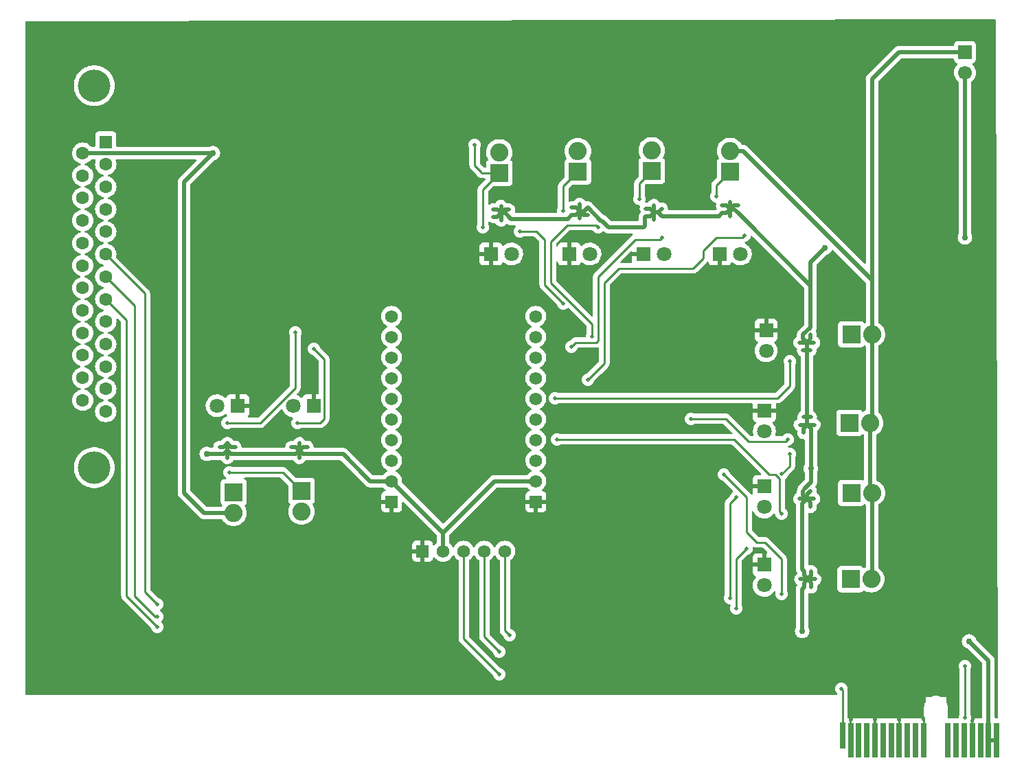
<source format=gbr>
%TF.GenerationSoftware,KiCad,Pcbnew,(6.0.6-0)*%
%TF.CreationDate,2023-04-04T18:07:55-07:00*%
%TF.ProjectId,relay-board,72656c61-792d-4626-9f61-72642e6b6963,rev?*%
%TF.SameCoordinates,Original*%
%TF.FileFunction,Copper,L2,Bot*%
%TF.FilePolarity,Positive*%
%FSLAX46Y46*%
G04 Gerber Fmt 4.6, Leading zero omitted, Abs format (unit mm)*
G04 Created by KiCad (PCBNEW (6.0.6-0)) date 2023-04-04 18:07:55*
%MOMM*%
%LPD*%
G01*
G04 APERTURE LIST*
%TA.AperFunction,ComponentPad*%
%ADD10C,0.406400*%
%TD*%
%TA.AperFunction,ComponentPad*%
%ADD11C,0.460400*%
%TD*%
%TA.AperFunction,ComponentPad*%
%ADD12C,0.406300*%
%TD*%
%TA.AperFunction,ComponentPad*%
%ADD13R,2.240000X2.240000*%
%TD*%
%TA.AperFunction,ComponentPad*%
%ADD14O,2.240000X2.240000*%
%TD*%
%TA.AperFunction,ComponentPad*%
%ADD15R,1.800000X1.800000*%
%TD*%
%TA.AperFunction,ComponentPad*%
%ADD16C,1.800000*%
%TD*%
%TA.AperFunction,ComponentPad*%
%ADD17C,1.560000*%
%TD*%
%TA.AperFunction,ComponentPad*%
%ADD18R,1.560000X1.560000*%
%TD*%
%TA.AperFunction,ConnectorPad*%
%ADD19R,0.700000X4.300000*%
%TD*%
%TA.AperFunction,ConnectorPad*%
%ADD20R,0.700000X3.200000*%
%TD*%
%TA.AperFunction,ComponentPad*%
%ADD21C,1.700000*%
%TD*%
%TA.AperFunction,ComponentPad*%
%ADD22R,1.700000X1.700000*%
%TD*%
%TA.AperFunction,ComponentPad*%
%ADD23C,4.000000*%
%TD*%
%TA.AperFunction,ComponentPad*%
%ADD24R,1.600000X1.600000*%
%TD*%
%TA.AperFunction,ComponentPad*%
%ADD25C,1.600000*%
%TD*%
%TA.AperFunction,ViaPad*%
%ADD26C,0.508000*%
%TD*%
%TA.AperFunction,ViaPad*%
%ADD27C,0.762000*%
%TD*%
%TA.AperFunction,Conductor*%
%ADD28C,0.254000*%
%TD*%
%TA.AperFunction,Conductor*%
%ADD29C,0.508000*%
%TD*%
%TA.AperFunction,Conductor*%
%ADD30C,0.200000*%
%TD*%
G04 APERTURE END LIST*
D10*
%TO.P,RELAY9,9_1*%
%TO.N,+5V*%
X115316000Y-82399000D03*
%TO.P,RELAY9,9_2*%
X115316000Y-81494000D03*
%TO.P,RELAY9,9_3*%
X116291000Y-81947000D03*
%TO.P,RELAY9,9_4*%
X116291000Y-82852000D03*
%TO.P,RELAY9,9_5*%
X115316000Y-83304000D03*
%TO.P,RELAY9,9_6*%
X114341000Y-81947000D03*
%TO.P,RELAY9,9_7*%
X114341000Y-82852000D03*
%TD*%
%TO.P,RELAY10,9_1*%
%TO.N,+5V*%
X106431000Y-82399000D03*
%TO.P,RELAY10,9_2*%
X106431000Y-81494000D03*
%TO.P,RELAY10,9_3*%
X107406000Y-81947000D03*
%TO.P,RELAY10,9_4*%
X107406000Y-82852000D03*
%TO.P,RELAY10,9_5*%
X106431000Y-83304000D03*
%TO.P,RELAY10,9_6*%
X105456000Y-81947000D03*
%TO.P,RELAY10,9_7*%
X105456000Y-82852000D03*
%TD*%
%TO.P,RELAY8,9_1*%
%TO.N,+5V*%
X177980000Y-98257000D03*
%TO.P,RELAY8,9_2*%
X177075000Y-98257000D03*
%TO.P,RELAY8,9_3*%
X177528000Y-97282000D03*
%TO.P,RELAY8,9_4*%
X178433000Y-97282000D03*
%TO.P,RELAY8,9_5*%
X178885000Y-98257000D03*
%TO.P,RELAY8,9_6*%
X177528000Y-99232000D03*
%TO.P,RELAY8,9_7*%
X178433000Y-99232000D03*
%TD*%
%TO.P,RELAY7,9_1*%
%TO.N,+5V*%
X177863000Y-88351000D03*
%TO.P,RELAY7,9_2*%
X176958000Y-88351000D03*
%TO.P,RELAY7,9_3*%
X177411000Y-87376000D03*
%TO.P,RELAY7,9_4*%
X178316000Y-87376000D03*
%TO.P,RELAY7,9_5*%
X178768000Y-88351000D03*
%TO.P,RELAY7,9_6*%
X177411000Y-89326000D03*
%TO.P,RELAY7,9_7*%
X178316000Y-89326000D03*
%TD*%
%TO.P,RELAY6,9_1*%
%TO.N,+5V*%
X177903000Y-79248000D03*
%TO.P,RELAY6,9_2*%
X176998000Y-79248000D03*
%TO.P,RELAY6,9_3*%
X177451000Y-78273000D03*
%TO.P,RELAY6,9_4*%
X178356000Y-78273000D03*
%TO.P,RELAY6,9_5*%
X178808000Y-79248000D03*
%TO.P,RELAY6,9_6*%
X177451000Y-80223000D03*
%TO.P,RELAY6,9_7*%
X178356000Y-80223000D03*
%TD*%
D11*
%TO.P,RELAY5,9_1*%
%TO.N,+5V*%
X177863000Y-69088000D03*
%TO.P,RELAY5,9_2*%
X176958000Y-69088000D03*
%TO.P,RELAY5,9_3*%
X177411000Y-68113000D03*
%TO.P,RELAY5,9_4*%
X178316000Y-68113000D03*
%TO.P,RELAY5,9_5*%
X178768000Y-69088000D03*
%TO.P,RELAY5,9_6*%
X177411000Y-70063000D03*
%TO.P,RELAY5,9_7*%
X178316000Y-70063000D03*
%TD*%
D10*
%TO.P,RELAY1,9_1*%
%TO.N,+5V*%
X140167000Y-53142000D03*
%TO.P,RELAY1,9_2*%
X140167000Y-54047000D03*
%TO.P,RELAY1,9_3*%
X139192000Y-53594000D03*
%TO.P,RELAY1,9_4*%
X139192000Y-52689000D03*
%TO.P,RELAY1,9_5*%
X140167000Y-52237000D03*
%TO.P,RELAY1,9_6*%
X141142000Y-53594000D03*
%TO.P,RELAY1,9_7*%
X141142000Y-52689000D03*
%TD*%
%TO.P,RELAY2,9_1*%
%TO.N,+5V*%
X149860000Y-52897000D03*
%TO.P,RELAY2,9_2*%
X149860000Y-53802000D03*
%TO.P,RELAY2,9_3*%
X148885000Y-53349000D03*
%TO.P,RELAY2,9_4*%
X148885000Y-52444000D03*
%TO.P,RELAY2,9_5*%
X149860000Y-51992000D03*
%TO.P,RELAY2,9_6*%
X150835000Y-53349000D03*
%TO.P,RELAY2,9_7*%
X150835000Y-52444000D03*
%TD*%
%TO.P,RELAY3,9_1*%
%TO.N,+5V*%
X159004000Y-53034000D03*
%TO.P,RELAY3,9_2*%
X159004000Y-53939000D03*
%TO.P,RELAY3,9_3*%
X158029000Y-53486000D03*
D12*
%TO.P,RELAY3,9_4*%
X158029000Y-52581000D03*
D10*
%TO.P,RELAY3,9_5*%
X159004000Y-52129000D03*
%TO.P,RELAY3,9_6*%
X159979000Y-53486000D03*
%TO.P,RELAY3,9_7*%
X159979000Y-52581000D03*
%TD*%
%TO.P,RELAY4,9_1*%
%TO.N,+5V*%
X168402000Y-52643000D03*
%TO.P,RELAY4,9_2*%
X168402000Y-53548000D03*
%TO.P,RELAY4,9_3*%
X167427000Y-53095000D03*
%TO.P,RELAY4,9_4*%
X167427000Y-52190000D03*
%TO.P,RELAY4,9_5*%
X168402000Y-51738000D03*
%TO.P,RELAY4,9_6*%
X169377000Y-53095000D03*
%TO.P,RELAY4,9_7*%
X169377000Y-52190000D03*
%TD*%
D13*
%TO.P,D14,1,K*%
%TO.N,RELAY6*%
X183134000Y-78994000D03*
D14*
%TO.P,D14,2,A*%
%TO.N,/-7V*%
X185674000Y-78994000D03*
%TD*%
D15*
%TO.P,D3,1,K*%
%TO.N,GND*%
X138933000Y-58166000D03*
D16*
%TO.P,D3,2,A*%
%TO.N,Net-(D3-Pad2)*%
X141473000Y-58166000D03*
%TD*%
D13*
%TO.P,D7,1,K*%
%TO.N,RELAY2*%
X149647000Y-48015000D03*
D14*
%TO.P,D7,2,A*%
%TO.N,/-7V*%
X149647000Y-45475000D03*
%TD*%
D15*
%TO.P,D9,1,K*%
%TO.N,GND*%
X148585000Y-58166000D03*
D16*
%TO.P,D9,2,A*%
%TO.N,Net-(D9-Pad2)*%
X151125000Y-58166000D03*
%TD*%
D17*
%TO.P,U1,1,P10*%
%TO.N,SIGNAL10*%
X126674900Y-65851500D03*
%TO.P,U1,2,P11*%
%TO.N,SIGNAL9*%
X126674900Y-68391500D03*
%TO.P,U1,3,P12*%
%TO.N,unconnected-(U1-Pad3)*%
X126674900Y-70931500D03*
%TO.P,U1,4,P13*%
%TO.N,unconnected-(U1-Pad4)*%
X126674900Y-73471500D03*
%TO.P,U1,5,P14*%
%TO.N,unconnected-(U1-Pad5)*%
X126674900Y-76011500D03*
%TO.P,U1,6,P15*%
%TO.N,unconnected-(U1-Pad6)*%
X126674900Y-78551500D03*
%TO.P,U1,7,P16*%
%TO.N,unconnected-(U1-Pad7)*%
X126674900Y-81091500D03*
%TO.P,U1,8,P17*%
%TO.N,unconnected-(U1-Pad8)*%
X126674900Y-83631500D03*
%TO.P,U1,9,VDD*%
%TO.N,+5V*%
X126674900Y-86171500D03*
D18*
%TO.P,U1,10,GND*%
%TO.N,GND*%
X126674900Y-88711500D03*
%TO.P,U1,11,GND*%
X130484900Y-94807500D03*
D17*
%TO.P,U1,12,VCC*%
%TO.N,+5V*%
X133024900Y-94807500D03*
%TO.P,U1,13,SDA*%
%TO.N,RL SDA*%
X135564900Y-94807500D03*
%TO.P,U1,14,SCL*%
%TO.N,RL SCL*%
X138104900Y-94807500D03*
%TO.P,U1,15,INT*%
%TO.N,RL INT*%
X140644900Y-94807500D03*
D18*
%TO.P,U1,16,GND*%
%TO.N,GND*%
X144454340Y-88711500D03*
D17*
%TO.P,U1,17,VDD*%
%TO.N,+5V*%
X144454340Y-86171500D03*
%TO.P,U1,18,P00*%
%TO.N,SIGNAL8*%
X144454340Y-83631500D03*
%TO.P,U1,19,P01*%
%TO.N,SIGNAL7*%
X144454340Y-81091500D03*
%TO.P,U1,20,P02*%
%TO.N,SIGNAL6*%
X144454340Y-78551500D03*
%TO.P,U1,21,P03*%
%TO.N,SIGNAL5*%
X144454340Y-76011500D03*
%TO.P,U1,22,P04*%
%TO.N,SIGNAL4*%
X144454340Y-73471500D03*
%TO.P,U1,23,P05*%
%TO.N,SIGNAL3*%
X144454340Y-70931500D03*
%TO.P,U1,24,P06*%
%TO.N,SIGNAL2*%
X144454340Y-68391500D03*
%TO.P,U1,25,P07*%
%TO.N,SIGNAL1*%
X144454340Y-65851500D03*
%TD*%
D15*
%TO.P,D20,1,K*%
%TO.N,GND*%
X107706000Y-76876000D03*
D16*
%TO.P,D20,2,A*%
%TO.N,Net-(D20-Pad2)*%
X105166000Y-76876000D03*
%TD*%
D13*
%TO.P,D17,1,K*%
%TO.N,RELAY9*%
X115570000Y-87376000D03*
D14*
%TO.P,D17,2,A*%
%TO.N,/-7V*%
X115570000Y-89916000D03*
%TD*%
D15*
%TO.P,D4,1,K*%
%TO.N,GND*%
X167132000Y-58166000D03*
D16*
%TO.P,D4,2,A*%
%TO.N,Net-(D4-Pad2)*%
X169672000Y-58166000D03*
%TD*%
D13*
%TO.P,D2,1,K*%
%TO.N,RELAY4*%
X168402000Y-48006000D03*
D14*
%TO.P,D2,2,A*%
%TO.N,/-7V*%
X168402000Y-45466000D03*
%TD*%
D13*
%TO.P,D1,1,K*%
%TO.N,RELAY1*%
X139954000Y-48174000D03*
D14*
%TO.P,D1,2,A*%
%TO.N,/-7V*%
X139954000Y-45634000D03*
%TD*%
D13*
%TO.P,D13,1,K*%
%TO.N,RELAY3*%
X158750000Y-47920000D03*
D14*
%TO.P,D13,2,A*%
%TO.N,/-7V*%
X158750000Y-45380000D03*
%TD*%
D15*
%TO.P,D10,1,K*%
%TO.N,GND*%
X172848000Y-67564000D03*
D16*
%TO.P,D10,2,A*%
%TO.N,Net-(D10-Pad2)*%
X172848000Y-70104000D03*
%TD*%
D15*
%TO.P,D6,1,K*%
%TO.N,GND*%
X172594000Y-86822000D03*
D16*
%TO.P,D6,2,A*%
%TO.N,Net-(D6-Pad2)*%
X172594000Y-89362000D03*
%TD*%
D15*
%TO.P,D19,1,K*%
%TO.N,GND*%
X117099000Y-76876000D03*
D16*
%TO.P,D19,2,A*%
%TO.N,Net-(D19-Pad2)*%
X114559000Y-76876000D03*
%TD*%
D19*
%TO.P,J1,A18,Pin_a18*%
%TO.N,+5V*%
X201270000Y-118098000D03*
%TO.P,J1,A17,Pin_a17*%
X200270000Y-118098000D03*
%TO.P,J1,A16,Pin_a16*%
%TO.N,EXTRA*%
X199270000Y-118098000D03*
%TO.P,J1,A15,Pin_a15*%
%TO.N,GND*%
X198270000Y-118098000D03*
%TO.P,J1,A14,Pin_a14*%
%TO.N,unconnected-(J1-PadA14)*%
X197270000Y-118098000D03*
%TO.P,J1,A13,Pin_a13*%
%TO.N,unconnected-(J1-PadA13)*%
X196270000Y-118098000D03*
%TO.P,J1,A12,Pin_a12*%
%TO.N,unconnected-(J1-PadA12)*%
X195270000Y-118098000D03*
%TO.P,J1,A11,Pin_a11*%
%TO.N,GND*%
X192270000Y-118098000D03*
%TO.P,J1,A10,Pin_a10*%
%TO.N,unconnected-(J1-PadA10)*%
X191270000Y-118098000D03*
%TO.P,J1,A9,Pin_a9*%
%TO.N,unconnected-(J1-PadA9)*%
X190270000Y-118098000D03*
%TO.P,J1,A8,Pin_a8*%
%TO.N,GND*%
X189270000Y-118098000D03*
%TO.P,J1,A7,Pin_a7*%
%TO.N,unconnected-(J1-PadA7)*%
X188270000Y-118098000D03*
%TO.P,J1,A6,Pin_a6*%
%TO.N,unconnected-(J1-PadA6)*%
X187270000Y-118098000D03*
%TO.P,J1,A5,Pin_a5*%
%TO.N,GND*%
X186270000Y-118098000D03*
%TO.P,J1,A4,Pin_a4*%
%TO.N,unconnected-(J1-PadA4)*%
X185270000Y-118098000D03*
%TO.P,J1,A3,Pin_a3*%
%TO.N,unconnected-(J1-PadA3)*%
X184270000Y-118098000D03*
%TO.P,J1,A2,Pin_a2*%
%TO.N,GND*%
X183270000Y-118098000D03*
D20*
%TO.P,J1,A1,Pin_a1*%
%TO.N,RL SDA*%
X182270000Y-117548000D03*
%TD*%
D15*
%TO.P,D16,1,K*%
%TO.N,GND*%
X172634000Y-77465000D03*
D16*
%TO.P,D16,2,A*%
%TO.N,Net-(D16-Pad2)*%
X172634000Y-80005000D03*
%TD*%
D13*
%TO.P,D8,1,K*%
%TO.N,RELAY5*%
X183348000Y-68072000D03*
D14*
%TO.P,D8,2,A*%
%TO.N,/-7V*%
X185888000Y-68072000D03*
%TD*%
D15*
%TO.P,D15,1,K*%
%TO.N,GND*%
X157729000Y-58166000D03*
D16*
%TO.P,D15,2,A*%
%TO.N,Net-(D15-Pad2)*%
X160269000Y-58166000D03*
%TD*%
D21*
%TO.P,J3,1,Pin_1*%
%TO.N,+5V*%
X197358000Y-35814000D03*
D22*
%TO.P,J3,2,Pin_2*%
%TO.N,/-7V*%
X197358000Y-33274000D03*
%TD*%
D23*
%TO.P,J2,0*%
%TO.N,N/C*%
X90020000Y-37415000D03*
X90020000Y-84515000D03*
D24*
%TO.P,J2,1,1*%
%TO.N,RELAY1*%
X91440000Y-44345000D03*
D25*
%TO.P,J2,2,2*%
%TO.N,RELAY2*%
X91440000Y-47115000D03*
%TO.P,J2,3,3*%
%TO.N,RELAY3*%
X91440000Y-49885000D03*
%TO.P,J2,4,4*%
%TO.N,RELAY4*%
X91440000Y-52655000D03*
%TO.P,J2,5,5*%
%TO.N,RELAY5*%
X91440000Y-55425000D03*
%TO.P,J2,6,6*%
%TO.N,RELAY6*%
X91440000Y-58195000D03*
%TO.P,J2,7,7*%
%TO.N,RELAY7*%
X91440000Y-60965000D03*
%TO.P,J2,8,8*%
%TO.N,RELAY8*%
X91440000Y-63735000D03*
%TO.P,J2,9,9*%
%TO.N,RELAY9*%
X91440000Y-66505000D03*
%TO.P,J2,10,10*%
%TO.N,RELAY10*%
X91440000Y-69275000D03*
%TO.P,J2,11,11*%
%TO.N,unconnected-(J2-Pad11)*%
X91440000Y-72045000D03*
%TO.P,J2,12,12*%
%TO.N,unconnected-(J2-Pad12)*%
X91440000Y-74815000D03*
%TO.P,J2,13,13*%
%TO.N,unconnected-(J2-Pad13)*%
X91440000Y-77585000D03*
%TO.P,J2,14,P14*%
%TO.N,/-7V*%
X88600000Y-45730000D03*
%TO.P,J2,15,P15*%
X88600000Y-48500000D03*
%TO.P,J2,16,P16*%
X88600000Y-51270000D03*
%TO.P,J2,17,P17*%
X88600000Y-54040000D03*
%TO.P,J2,18,P18*%
X88600000Y-56810000D03*
%TO.P,J2,19,P19*%
X88600000Y-59580000D03*
%TO.P,J2,20,P20*%
X88600000Y-62350000D03*
%TO.P,J2,21,P21*%
X88600000Y-65120000D03*
%TO.P,J2,22,P22*%
X88600000Y-67890000D03*
%TO.P,J2,23,P23*%
%TO.N,unconnected-(J2-Pad23)*%
X88600000Y-70660000D03*
%TO.P,J2,24,P24*%
%TO.N,unconnected-(J2-Pad24)*%
X88600000Y-73430000D03*
%TO.P,J2,25,P25*%
%TO.N,unconnected-(J2-Pad25)*%
X88600000Y-76200000D03*
%TD*%
D13*
%TO.P,D5,1,K*%
%TO.N,RELAY7*%
X183348000Y-87630000D03*
D14*
%TO.P,D5,2,A*%
%TO.N,/-7V*%
X185888000Y-87630000D03*
%TD*%
D15*
%TO.P,D12,1,K*%
%TO.N,GND*%
X172594000Y-96474000D03*
D16*
%TO.P,D12,2,A*%
%TO.N,Net-(D12-Pad2)*%
X172594000Y-99014000D03*
%TD*%
D13*
%TO.P,D11,1,K*%
%TO.N,RELAY8*%
X183262000Y-98257000D03*
D14*
%TO.P,D11,2,A*%
%TO.N,/-7V*%
X185802000Y-98257000D03*
%TD*%
D13*
%TO.P,D18,1,K*%
%TO.N,RELAY10*%
X107193000Y-87544000D03*
D14*
%TO.P,D18,2,A*%
%TO.N,/-7V*%
X107193000Y-90084000D03*
%TD*%
D26*
%TO.N,GND*%
X191008000Y-114046000D03*
%TO.N,RELAY1*%
X136906000Y-44704000D03*
X137922000Y-54864000D03*
D27*
%TO.N,/-7V*%
X104648000Y-45720000D03*
D26*
%TO.N,RELAY4*%
X166727500Y-51054000D03*
%TO.N,RELAY7*%
X169164000Y-101854000D03*
X170434000Y-94488000D03*
X97790000Y-102870000D03*
%TO.N,RELAY2*%
X147828000Y-52832000D03*
%TO.N,RELAY8*%
X97790000Y-104140000D03*
%TO.N,RELAY3*%
X157226000Y-51380500D03*
%TO.N,RELAY6*%
X169164000Y-88138000D03*
X174781476Y-85314524D03*
X168402000Y-100584000D03*
X97790000Y-101346000D03*
X175768000Y-82804000D03*
D27*
%TO.N,+5V*%
X197866000Y-105918000D03*
X197358000Y-56134000D03*
X103886000Y-82804000D03*
X178356000Y-84630000D03*
X177292000Y-104648000D03*
X180086000Y-57404000D03*
D26*
%TO.N,RL INT*%
X197358000Y-115316000D03*
X141224000Y-105156000D03*
X197358000Y-108966000D03*
%TO.N,Net-(Q1-Pad4)*%
X147828000Y-64262000D03*
X142494000Y-55372000D03*
%TO.N,Net-(Q2-Pad4)*%
X170180000Y-55880000D03*
X150876000Y-73660000D03*
%TO.N,Net-(Q3-Pad4)*%
X147066000Y-81026000D03*
X174752000Y-90170000D03*
%TO.N,Net-(Q4-Pad4)*%
X152146000Y-54864000D03*
X151384000Y-68326000D03*
%TO.N,Net-(Q5-Pad4)*%
X146812000Y-75946000D03*
X175768000Y-71374000D03*
%TO.N,Net-(Q6-Pad4)*%
X174752000Y-100076000D03*
X167640000Y-85344000D03*
%TO.N,Net-(Q7-Pad4)*%
X148844000Y-69596000D03*
X160020000Y-56134000D03*
%TO.N,Net-(Q8-Pad4)*%
X175514000Y-81026000D03*
X163576000Y-78486000D03*
%TO.N,Net-(Q9-Pad4)*%
X115062000Y-78994000D03*
X117094000Y-69850000D03*
%TO.N,Net-(Q10-Pad4)*%
X114808000Y-67818000D03*
X106426000Y-78994000D03*
%TO.N,RL SDA*%
X139954000Y-109982000D03*
X182118000Y-111760000D03*
%TO.N,RL SCL*%
X139954000Y-107188000D03*
%TO.N,RELAY9*%
X106680000Y-85090000D03*
%TD*%
D28*
%TO.N,GND*%
X191008000Y-114046000D02*
X192270000Y-115308000D01*
X192270000Y-115308000D02*
X192270000Y-118098000D01*
%TO.N,Net-(Q2-Pad4)*%
X152908000Y-71628000D02*
X150876000Y-73660000D01*
X170180000Y-55880000D02*
X169926000Y-56134000D01*
X166710000Y-56134000D02*
X165100000Y-57744000D01*
X169926000Y-56134000D02*
X166710000Y-56134000D01*
X165100000Y-57744000D02*
X165100000Y-58674000D01*
X165100000Y-58674000D02*
X163830000Y-59944000D01*
X163830000Y-59944000D02*
X154686000Y-59944000D01*
X154686000Y-59944000D02*
X152908000Y-61722000D01*
X152908000Y-61722000D02*
X152908000Y-71628000D01*
%TO.N,Net-(Q3-Pad4)*%
X147066000Y-81026000D02*
X168910000Y-81026000D01*
X168910000Y-81026000D02*
X173228000Y-85344000D01*
X173228000Y-85344000D02*
X173990000Y-85344000D01*
X173990000Y-85344000D02*
X174498000Y-85852000D01*
X174498000Y-85852000D02*
X174498000Y-89916000D01*
X174498000Y-89916000D02*
X174752000Y-90170000D01*
%TO.N,Net-(Q5-Pad4)*%
X175768000Y-74422000D02*
X175768000Y-71374000D01*
X146812000Y-75946000D02*
X174244000Y-75946000D01*
X174244000Y-75946000D02*
X175768000Y-74422000D01*
%TO.N,Net-(Q8-Pad4)*%
X167894000Y-78486000D02*
X170688000Y-81280000D01*
X163576000Y-78486000D02*
X167894000Y-78486000D01*
X170688000Y-81280000D02*
X175260000Y-81280000D01*
X175260000Y-81280000D02*
X175514000Y-81026000D01*
%TO.N,RELAY3*%
X157226000Y-49444000D02*
X158750000Y-47920000D01*
X157226000Y-51380500D02*
X157226000Y-49444000D01*
%TO.N,RELAY6*%
X174781476Y-85314524D02*
X175768000Y-84328000D01*
X175768000Y-84328000D02*
X175768000Y-82804000D01*
%TO.N,RELAY1*%
X137754000Y-48092000D02*
X136906000Y-47244000D01*
X137754000Y-48174000D02*
X137754000Y-48092000D01*
X137922000Y-54864000D02*
X137922000Y-50206000D01*
X137754000Y-48174000D02*
X139954000Y-48174000D01*
X137922000Y-50206000D02*
X139954000Y-48174000D01*
X136906000Y-44704000D02*
X136906000Y-47244000D01*
D29*
%TO.N,/-7V*%
X104648000Y-45720000D02*
X104638000Y-45730000D01*
X168402000Y-45466000D02*
X169985919Y-45466000D01*
X185888000Y-61682000D02*
X185888000Y-68072000D01*
X185674000Y-78994000D02*
X185674000Y-87416000D01*
X189230000Y-33274000D02*
X197358000Y-33274000D01*
X101092000Y-49276000D02*
X104648000Y-45720000D01*
X185888000Y-61368081D02*
X185888000Y-61682000D01*
X107193000Y-90084000D02*
X103546000Y-90084000D01*
X185888000Y-98171000D02*
X185802000Y-98257000D01*
X104638000Y-45730000D02*
X88600000Y-45730000D01*
X169985919Y-45466000D02*
X185888000Y-61368081D01*
X185674000Y-87416000D02*
X185888000Y-87630000D01*
X185888000Y-68072000D02*
X185888000Y-78780000D01*
X103546000Y-90084000D02*
X101092000Y-87630000D01*
X185888000Y-61682000D02*
X185888000Y-36616000D01*
X185888000Y-87630000D02*
X185888000Y-98171000D01*
X101092000Y-87630000D02*
X101092000Y-49276000D01*
X185888000Y-36616000D02*
X189230000Y-33274000D01*
X185888000Y-78780000D02*
X185674000Y-78994000D01*
D28*
%TO.N,RELAY4*%
X166727500Y-51054000D02*
X166727500Y-49680500D01*
X166727500Y-49680500D02*
X168402000Y-48006000D01*
%TO.N,RELAY7*%
X169164000Y-95758000D02*
X170434000Y-94488000D01*
X94996000Y-100330000D02*
X97536000Y-102870000D01*
X169164000Y-101854000D02*
X169164000Y-95758000D01*
X91440000Y-60965000D02*
X94996000Y-64521000D01*
X94996000Y-64521000D02*
X94996000Y-100330000D01*
X97536000Y-102870000D02*
X97790000Y-102870000D01*
%TO.N,RELAY2*%
X147828000Y-49834000D02*
X149647000Y-48015000D01*
X147828000Y-52832000D02*
X147828000Y-49834000D01*
%TO.N,RELAY8*%
X91440000Y-63735000D02*
X93980000Y-66275000D01*
X93980000Y-100330000D02*
X97790000Y-104140000D01*
X93980000Y-66275000D02*
X93980000Y-98298000D01*
X93980000Y-98298000D02*
X93980000Y-100330000D01*
%TO.N,RELAY6*%
X96266000Y-63021000D02*
X96266000Y-99822000D01*
X168402000Y-100584000D02*
X168402000Y-88900000D01*
X168402000Y-88900000D02*
X169164000Y-88138000D01*
X91440000Y-58195000D02*
X96266000Y-63021000D01*
X96266000Y-99822000D02*
X97790000Y-101346000D01*
D29*
%TO.N,+5V*%
X148885000Y-52444000D02*
X149407000Y-52444000D01*
X178316000Y-68635000D02*
X177863000Y-69088000D01*
X105978000Y-82852000D02*
X106431000Y-82399000D01*
X178316000Y-62034000D02*
X178316000Y-67208000D01*
X168925000Y-52643000D02*
X169377000Y-53095000D01*
X167427000Y-52190000D02*
X167949000Y-52190000D01*
X139715000Y-53594000D02*
X140167000Y-53142000D01*
X139192000Y-53594000D02*
X139715000Y-53594000D01*
X167949000Y-52190000D02*
X168402000Y-52643000D01*
X159004000Y-52129000D02*
X159004000Y-53034000D01*
X176958000Y-69088000D02*
X177863000Y-69088000D01*
X114864000Y-81947000D02*
X115316000Y-82399000D01*
X177451000Y-79700000D02*
X177903000Y-79248000D01*
X177528000Y-99232000D02*
X177528000Y-98709000D01*
X167427000Y-53095000D02*
X167950000Y-53095000D01*
X150312000Y-53349000D02*
X149860000Y-52897000D01*
X158552000Y-53486000D02*
X159004000Y-53034000D01*
X177528000Y-97805000D02*
X177980000Y-98257000D01*
X177411000Y-68636000D02*
X177863000Y-69088000D01*
X177863000Y-70041000D02*
X177863000Y-78303000D01*
X140167000Y-53142000D02*
X140690000Y-53142000D01*
X167036000Y-53486000D02*
X167427000Y-53095000D01*
D30*
X177863000Y-79208000D02*
X177903000Y-79248000D01*
D29*
X149407000Y-52444000D02*
X149860000Y-52897000D01*
X176958000Y-88351000D02*
X177863000Y-88351000D01*
X148885000Y-53349000D02*
X148386000Y-53848000D01*
X178808000Y-79248000D02*
X177903000Y-79248000D01*
X139714000Y-52689000D02*
X140167000Y-53142000D01*
X201270000Y-118098000D02*
X200270000Y-118098000D01*
X139192000Y-52689000D02*
X139714000Y-52689000D01*
X120698000Y-82852000D02*
X123444000Y-85598000D01*
X116291000Y-81947000D02*
X115768000Y-81947000D01*
X178316000Y-89326000D02*
X178316000Y-88804000D01*
X178316000Y-67208000D02*
X177411000Y-68113000D01*
X177863000Y-87829000D02*
X178316000Y-87376000D01*
X177411000Y-87376000D02*
X177411000Y-87899000D01*
X177863000Y-88351000D02*
X177309000Y-88905000D01*
X149860000Y-52897000D02*
X150382000Y-52897000D01*
X158551000Y-52581000D02*
X159004000Y-53034000D01*
X140167000Y-53142000D02*
X140167000Y-54047000D01*
X126674900Y-86171500D02*
X124017500Y-86171500D01*
X148885000Y-53349000D02*
X149408000Y-53349000D01*
X197358000Y-56134000D02*
X197358000Y-35814000D01*
X177833000Y-78273000D02*
X177863000Y-78303000D01*
X149860000Y-53802000D02*
X149860000Y-52897000D01*
X177411000Y-87899000D02*
X177863000Y-88351000D01*
X177411000Y-70063000D02*
X177841000Y-70063000D01*
X159004000Y-53034000D02*
X159527000Y-53034000D01*
X177863000Y-88351000D02*
X177863000Y-87829000D01*
X116291000Y-82852000D02*
X115769000Y-82852000D01*
X116291000Y-82852000D02*
X120698000Y-82852000D01*
X107406000Y-82852000D02*
X114341000Y-82852000D01*
X105978000Y-81947000D02*
X106431000Y-81494000D01*
X177075000Y-98257000D02*
X177980000Y-98257000D01*
X178433000Y-97282000D02*
X178433000Y-97804000D01*
X200270000Y-108322000D02*
X197866000Y-105918000D01*
X133024900Y-94807500D02*
X133024900Y-92521500D01*
X177863000Y-78303000D02*
X177903000Y-78343000D01*
X159527000Y-53034000D02*
X159979000Y-53486000D01*
X153416000Y-54864000D02*
X152654000Y-54102000D01*
X157880000Y-53635000D02*
X157880000Y-54718000D01*
X178316000Y-59174000D02*
X180086000Y-57404000D01*
X159527000Y-53033000D02*
X159527000Y-53034000D01*
X177411000Y-68113000D02*
X177411000Y-68636000D01*
X149860000Y-51992000D02*
X149860000Y-52897000D01*
X149408000Y-53349000D02*
X149860000Y-52897000D01*
X168402000Y-51738000D02*
X168402000Y-52643000D01*
X158029000Y-53486000D02*
X158552000Y-53486000D01*
X159979000Y-52581000D02*
X159527000Y-53033000D01*
X178433000Y-98710000D02*
X177980000Y-98257000D01*
X139374900Y-86171500D02*
X144454340Y-86171500D01*
X159979000Y-53486000D02*
X167036000Y-53486000D01*
X177451000Y-78273000D02*
X177833000Y-78273000D01*
X178768000Y-69088000D02*
X177863000Y-69088000D01*
D30*
X178356000Y-87336000D02*
X178316000Y-87376000D01*
D29*
X169377000Y-53095000D02*
X178316000Y-62034000D01*
X200270000Y-118098000D02*
X200270000Y-108322000D01*
X168402000Y-53548000D02*
X168402000Y-52643000D01*
X106431000Y-83304000D02*
X106431000Y-82399000D01*
X148386000Y-53848000D02*
X141396000Y-53848000D01*
X140620000Y-52689000D02*
X140167000Y-53142000D01*
X158029000Y-53486000D02*
X157880000Y-53635000D01*
X133024900Y-92521500D02*
X139374900Y-86171500D01*
X177885000Y-70063000D02*
X177863000Y-70041000D01*
X178356000Y-80223000D02*
X178356000Y-86312000D01*
X159004000Y-53034000D02*
X159004000Y-53939000D01*
X141396000Y-53848000D02*
X141142000Y-53594000D01*
X107406000Y-81947000D02*
X106884000Y-81947000D01*
X115316000Y-83304000D02*
X115316000Y-82399000D01*
X169377000Y-52190000D02*
X168855000Y-52190000D01*
X178316000Y-88804000D02*
X177863000Y-88351000D01*
X177528000Y-97282000D02*
X177528000Y-97805000D01*
X126674900Y-86171500D02*
X133024900Y-92521500D01*
X178316000Y-68113000D02*
X178316000Y-68635000D01*
X178316000Y-70063000D02*
X177885000Y-70063000D01*
X106884000Y-81947000D02*
X106431000Y-81494000D01*
X107406000Y-82852000D02*
X106884000Y-82852000D01*
X168402000Y-52643000D02*
X168925000Y-52643000D01*
X114341000Y-82852000D02*
X114863000Y-82852000D01*
X105456000Y-82852000D02*
X103934000Y-82852000D01*
X152493000Y-54102000D02*
X150835000Y-52444000D01*
X177292000Y-104648000D02*
X177292000Y-99468000D01*
X152654000Y-54102000D02*
X152493000Y-54102000D01*
X114863000Y-82852000D02*
X115316000Y-82399000D01*
X140690000Y-53142000D02*
X141142000Y-53594000D01*
X114341000Y-81947000D02*
X114864000Y-81947000D01*
X157880000Y-54718000D02*
X157734000Y-54864000D01*
X178356000Y-79701000D02*
X177903000Y-79248000D01*
X178433000Y-97804000D02*
X177980000Y-98257000D01*
X178356000Y-78273000D02*
X177833000Y-78273000D01*
X105456000Y-81947000D02*
X105978000Y-81947000D01*
X168855000Y-52190000D02*
X168402000Y-52643000D01*
X141142000Y-52689000D02*
X140620000Y-52689000D01*
X115316000Y-81494000D02*
X115316000Y-82399000D01*
X177903000Y-78343000D02*
X177903000Y-79248000D01*
X106431000Y-81494000D02*
X106431000Y-82399000D01*
X177292000Y-99468000D02*
X177528000Y-99232000D01*
X167950000Y-53095000D02*
X168402000Y-52643000D01*
D30*
X177863000Y-98140000D02*
X177980000Y-98257000D01*
D29*
X178356000Y-80223000D02*
X178356000Y-79701000D01*
X177841000Y-70063000D02*
X177863000Y-70041000D01*
X177528000Y-98709000D02*
X177980000Y-98257000D01*
X157734000Y-54864000D02*
X153416000Y-54864000D01*
X177863000Y-69088000D02*
X177863000Y-70041000D01*
X105456000Y-82852000D02*
X105978000Y-82852000D01*
X178885000Y-98257000D02*
X177980000Y-98257000D01*
X150835000Y-53349000D02*
X150312000Y-53349000D01*
X158029000Y-52581000D02*
X158551000Y-52581000D01*
X150382000Y-52897000D02*
X150835000Y-52444000D01*
X178316000Y-62034000D02*
X178316000Y-59174000D01*
X106884000Y-82852000D02*
X106431000Y-82399000D01*
X115768000Y-81947000D02*
X115316000Y-82399000D01*
X177451000Y-80223000D02*
X177451000Y-79700000D01*
X178433000Y-99232000D02*
X178433000Y-98710000D01*
X115769000Y-82852000D02*
X115316000Y-82399000D01*
X140167000Y-52237000D02*
X140167000Y-53142000D01*
X176998000Y-79248000D02*
X177903000Y-79248000D01*
X178768000Y-88351000D02*
X177863000Y-88351000D01*
X177309000Y-97063000D02*
X177528000Y-97282000D01*
X178356000Y-86312000D02*
X177546000Y-87122000D01*
X124017500Y-86171500D02*
X123444000Y-85598000D01*
X177309000Y-88905000D02*
X177309000Y-97063000D01*
D28*
%TO.N,RL INT*%
X140644900Y-104576900D02*
X141224000Y-105156000D01*
X197358000Y-108966000D02*
X197358000Y-115316000D01*
X140644900Y-94807500D02*
X140644900Y-104576900D01*
%TO.N,Net-(Q1-Pad4)*%
X145542000Y-61976000D02*
X145542000Y-56388000D01*
X147828000Y-64262000D02*
X145542000Y-61976000D01*
X144526000Y-55372000D02*
X142494000Y-55372000D01*
X145542000Y-56388000D02*
X144526000Y-55372000D01*
%TO.N,Net-(Q4-Pad4)*%
X148336000Y-54610000D02*
X151638000Y-54610000D01*
X146812000Y-56134000D02*
X148336000Y-54610000D01*
X151384000Y-66802000D02*
X146304000Y-61722000D01*
X151638000Y-54610000D02*
X151892000Y-54610000D01*
X151384000Y-68326000D02*
X151384000Y-66802000D01*
X151892000Y-54610000D02*
X152146000Y-54864000D01*
X146304000Y-56642000D02*
X146812000Y-56134000D01*
X146304000Y-61722000D02*
X146304000Y-56642000D01*
%TO.N,Net-(Q6-Pad4)*%
X171704000Y-93726000D02*
X170434000Y-92456000D01*
X174752000Y-100076000D02*
X174752000Y-95758000D01*
X170434000Y-88138000D02*
X167640000Y-85344000D01*
X174752000Y-95758000D02*
X172720000Y-93726000D01*
X170434000Y-92456000D02*
X170434000Y-88138000D01*
X172720000Y-93726000D02*
X171704000Y-93726000D01*
%TO.N,Net-(Q7-Pad4)*%
X148844000Y-69596000D02*
X149352000Y-69088000D01*
X159766000Y-56388000D02*
X160020000Y-56134000D01*
X152146000Y-66802000D02*
X152146000Y-60960000D01*
X152146000Y-60960000D02*
X153162000Y-59944000D01*
X152146000Y-68834000D02*
X152146000Y-66802000D01*
X149352000Y-69088000D02*
X151892000Y-69088000D01*
X159512000Y-56388000D02*
X159766000Y-56388000D01*
X151892000Y-69088000D02*
X152146000Y-68834000D01*
X153162000Y-59944000D02*
X156718000Y-56388000D01*
X156718000Y-56388000D02*
X159512000Y-56388000D01*
%TO.N,Net-(Q9-Pad4)*%
X117094000Y-69850000D02*
X118364000Y-71120000D01*
X117856000Y-78994000D02*
X115316000Y-78994000D01*
X115316000Y-78994000D02*
X115062000Y-78994000D01*
X118364000Y-78486000D02*
X117856000Y-78994000D01*
X118364000Y-71120000D02*
X118364000Y-78486000D01*
%TO.N,Net-(Q10-Pad4)*%
X110490000Y-78994000D02*
X106426000Y-78994000D01*
X114808000Y-74168000D02*
X114808000Y-74676000D01*
X112776000Y-76708000D02*
X110490000Y-78994000D01*
X114808000Y-74676000D02*
X112776000Y-76708000D01*
X114808000Y-67818000D02*
X114808000Y-74168000D01*
%TO.N,RL SDA*%
X182270000Y-111912000D02*
X182270000Y-117548000D01*
X182118000Y-111760000D02*
X182270000Y-111912000D01*
X135564900Y-94807500D02*
X135564900Y-105592900D01*
X135564900Y-105592900D02*
X139954000Y-109982000D01*
%TO.N,RL SCL*%
X138104900Y-94807500D02*
X138104900Y-105338900D01*
X138104900Y-105338900D02*
X139954000Y-107188000D01*
%TO.N,RELAY9*%
X106680000Y-85090000D02*
X113284000Y-85090000D01*
X113284000Y-85090000D02*
X115570000Y-87376000D01*
%TD*%
%TA.AperFunction,Conductor*%
%TO.N,GND*%
G36*
X201111233Y-29231693D02*
G01*
X201157839Y-29285251D01*
X201169335Y-29337469D01*
X201411499Y-113148241D01*
X201411500Y-113148605D01*
X201411500Y-115313500D01*
X201391498Y-115381621D01*
X201337842Y-115428114D01*
X201285500Y-115439500D01*
X201158500Y-115439500D01*
X201090379Y-115419498D01*
X201043886Y-115365842D01*
X201032500Y-115313500D01*
X201032500Y-108389368D01*
X201033933Y-108370417D01*
X201036123Y-108356024D01*
X201036123Y-108356022D01*
X201037223Y-108348792D01*
X201032915Y-108295825D01*
X201032500Y-108285611D01*
X201032500Y-108277475D01*
X201031563Y-108269434D01*
X201029190Y-108249088D01*
X201028757Y-108244709D01*
X201023403Y-108178872D01*
X201023402Y-108178869D01*
X201022809Y-108171573D01*
X201020554Y-108164611D01*
X201019354Y-108158607D01*
X201017948Y-108152660D01*
X201017101Y-108145393D01*
X200992053Y-108076387D01*
X200990625Y-108072227D01*
X200970268Y-108009387D01*
X200970266Y-108009382D01*
X200968012Y-108002425D01*
X200964218Y-107996173D01*
X200961666Y-107990598D01*
X200958930Y-107985135D01*
X200956434Y-107978259D01*
X200916181Y-107916863D01*
X200913834Y-107913144D01*
X200875772Y-107850419D01*
X200868332Y-107841994D01*
X200868360Y-107841969D01*
X200865766Y-107839044D01*
X200862961Y-107835690D01*
X200858946Y-107829565D01*
X200821761Y-107794339D01*
X200802414Y-107776012D01*
X200799972Y-107773634D01*
X198753810Y-105727472D01*
X198723072Y-105677313D01*
X198685117Y-105560500D01*
X198683075Y-105554215D01*
X198677742Y-105544977D01*
X198592888Y-105398006D01*
X198589585Y-105392285D01*
X198552294Y-105350869D01*
X198468885Y-105258234D01*
X198468883Y-105258233D01*
X198464470Y-105253331D01*
X198453751Y-105245543D01*
X198318542Y-105147308D01*
X198318541Y-105147307D01*
X198313200Y-105143427D01*
X198307172Y-105140743D01*
X198307170Y-105140742D01*
X198148416Y-105070060D01*
X198148414Y-105070060D01*
X198142385Y-105067375D01*
X198048696Y-105047461D01*
X197965947Y-105029872D01*
X197965943Y-105029872D01*
X197959490Y-105028500D01*
X197772510Y-105028500D01*
X197766057Y-105029872D01*
X197766053Y-105029872D01*
X197683304Y-105047461D01*
X197589615Y-105067375D01*
X197583586Y-105070060D01*
X197583584Y-105070060D01*
X197424830Y-105140742D01*
X197424828Y-105140743D01*
X197418800Y-105143427D01*
X197413459Y-105147307D01*
X197413458Y-105147308D01*
X197278249Y-105245543D01*
X197267530Y-105253331D01*
X197263117Y-105258233D01*
X197263115Y-105258234D01*
X197179706Y-105350869D01*
X197142415Y-105392285D01*
X197139112Y-105398006D01*
X197054259Y-105544977D01*
X197048925Y-105554215D01*
X197046883Y-105560500D01*
X196993542Y-105724668D01*
X196991145Y-105732044D01*
X196990455Y-105738607D01*
X196990455Y-105738608D01*
X196972916Y-105905476D01*
X196971600Y-105918000D01*
X196991145Y-106103956D01*
X197048925Y-106281785D01*
X197142415Y-106443715D01*
X197146833Y-106448622D01*
X197146834Y-106448623D01*
X197189467Y-106495971D01*
X197267530Y-106582669D01*
X197418800Y-106692573D01*
X197424828Y-106695257D01*
X197424830Y-106695258D01*
X197474454Y-106717352D01*
X197589615Y-106768625D01*
X197596070Y-106769997D01*
X197596079Y-106770000D01*
X197614921Y-106774005D01*
X197677818Y-106808156D01*
X199470595Y-108600933D01*
X199504621Y-108663245D01*
X199507500Y-108690028D01*
X199507500Y-115313500D01*
X199487498Y-115381621D01*
X199433842Y-115428114D01*
X199381500Y-115439500D01*
X198871866Y-115439500D01*
X198809684Y-115446255D01*
X198802284Y-115449029D01*
X198798058Y-115450034D01*
X198739761Y-115450034D01*
X198722354Y-115445895D01*
X198671486Y-115440369D01*
X198664672Y-115440000D01*
X198542115Y-115440000D01*
X198526876Y-115444475D01*
X198525671Y-115445865D01*
X198524000Y-115453548D01*
X198524000Y-115586447D01*
X198503998Y-115654568D01*
X198498826Y-115662012D01*
X198469385Y-115701295D01*
X198418255Y-115837684D01*
X198411500Y-115899866D01*
X198411500Y-118226000D01*
X198391498Y-118294121D01*
X198337842Y-118340614D01*
X198285500Y-118352000D01*
X198254500Y-118352000D01*
X198186379Y-118331998D01*
X198139886Y-118278342D01*
X198128500Y-118226000D01*
X198128500Y-115899866D01*
X198121745Y-115837684D01*
X198077451Y-115719529D01*
X198073766Y-115709699D01*
X198073764Y-115709696D01*
X198070615Y-115701295D01*
X198071054Y-115701130D01*
X198057202Y-115637795D01*
X198065103Y-115601899D01*
X198098718Y-115513408D01*
X198098719Y-115513406D01*
X198101218Y-115506826D01*
X198109731Y-115446255D01*
X198124475Y-115341347D01*
X198124475Y-115341344D01*
X198125026Y-115337425D01*
X198125325Y-115316000D01*
X198106256Y-115146000D01*
X198049999Y-114984450D01*
X198043982Y-114974820D01*
X198012646Y-114924673D01*
X197993500Y-114857903D01*
X197993500Y-109425481D01*
X198014551Y-109355755D01*
X198040471Y-109316743D01*
X198101218Y-109156826D01*
X198125026Y-108987425D01*
X198125325Y-108966000D01*
X198106256Y-108796000D01*
X198060027Y-108663245D01*
X198052314Y-108641097D01*
X198052313Y-108641095D01*
X198049999Y-108634450D01*
X197959348Y-108489378D01*
X197946159Y-108476096D01*
X197860034Y-108389368D01*
X197838809Y-108367994D01*
X197725088Y-108295825D01*
X197700316Y-108280104D01*
X197700313Y-108280102D01*
X197694373Y-108276333D01*
X197687740Y-108273971D01*
X197539854Y-108221311D01*
X197539849Y-108221310D01*
X197533219Y-108218949D01*
X197526231Y-108218116D01*
X197526228Y-108218115D01*
X197410655Y-108204334D01*
X197363357Y-108198694D01*
X197356354Y-108199430D01*
X197356353Y-108199430D01*
X197311958Y-108204096D01*
X197193228Y-108216575D01*
X197183071Y-108220033D01*
X197037956Y-108269434D01*
X197037953Y-108269435D01*
X197031289Y-108271704D01*
X196885588Y-108361340D01*
X196880557Y-108366267D01*
X196880554Y-108366269D01*
X196821573Y-108424028D01*
X196763366Y-108481028D01*
X196759547Y-108486953D01*
X196759546Y-108486955D01*
X196754135Y-108495352D01*
X196670698Y-108624820D01*
X196668287Y-108631443D01*
X196668286Y-108631446D01*
X196614600Y-108778947D01*
X196614599Y-108778952D01*
X196612190Y-108785570D01*
X196590750Y-108955286D01*
X196607443Y-109125536D01*
X196661440Y-109287856D01*
X196702560Y-109355753D01*
X196704276Y-109358587D01*
X196722500Y-109423858D01*
X196722500Y-114857356D01*
X196702411Y-114925611D01*
X196670698Y-114974820D01*
X196668287Y-114981443D01*
X196668286Y-114981446D01*
X196614600Y-115128947D01*
X196614599Y-115128952D01*
X196612190Y-115135570D01*
X196590750Y-115305286D01*
X196591438Y-115312298D01*
X196591396Y-115315263D01*
X196570442Y-115383098D01*
X196516141Y-115428835D01*
X196465408Y-115439500D01*
X195871866Y-115439500D01*
X195809684Y-115446255D01*
X195802285Y-115449029D01*
X195799146Y-115449775D01*
X195740854Y-115449775D01*
X195737715Y-115449029D01*
X195730316Y-115446255D01*
X195668134Y-115439500D01*
X195354500Y-115439500D01*
X195286379Y-115419498D01*
X195239886Y-115365842D01*
X195228500Y-115313500D01*
X195228500Y-114151250D01*
X195230246Y-114130345D01*
X195232770Y-114115344D01*
X195232770Y-114115341D01*
X195233576Y-114110552D01*
X195233729Y-114098000D01*
X195232703Y-114090834D01*
X195231818Y-114082856D01*
X195230940Y-114071693D01*
X195214998Y-113869135D01*
X195213844Y-113864328D01*
X195213843Y-113864322D01*
X195173527Y-113696397D01*
X195161405Y-113645905D01*
X195117114Y-113538976D01*
X195081591Y-113453217D01*
X195072000Y-113404999D01*
X195072000Y-112776000D01*
X194414716Y-112776000D01*
X194366499Y-112766409D01*
X194222095Y-112706595D01*
X194143890Y-112687820D01*
X194003678Y-112654157D01*
X194003672Y-112654156D01*
X193998865Y-112653002D01*
X193770000Y-112634990D01*
X193541135Y-112653002D01*
X193536328Y-112654156D01*
X193536322Y-112654157D01*
X193396110Y-112687820D01*
X193317905Y-112706595D01*
X193173501Y-112766409D01*
X193125284Y-112776000D01*
X192532000Y-112776000D01*
X192532000Y-113291301D01*
X192513433Y-113357136D01*
X192466449Y-113433807D01*
X192464556Y-113438377D01*
X192464554Y-113438381D01*
X192380489Y-113641332D01*
X192378595Y-113645905D01*
X192366473Y-113696397D01*
X192326157Y-113864322D01*
X192326156Y-113864328D01*
X192325002Y-113869135D01*
X192309061Y-114071693D01*
X192307949Y-114081195D01*
X192306309Y-114091724D01*
X192307042Y-114097333D01*
X192306990Y-114098000D01*
X192307130Y-114098000D01*
X192308445Y-114108057D01*
X192310436Y-114123283D01*
X192311500Y-114139620D01*
X192311500Y-115651408D01*
X192291498Y-115719529D01*
X192237842Y-115766022D01*
X192167568Y-115776126D01*
X192102988Y-115746632D01*
X192074981Y-115711918D01*
X192073764Y-115709696D01*
X192070615Y-115701295D01*
X192041174Y-115662012D01*
X192016326Y-115595506D01*
X192016000Y-115586447D01*
X192016000Y-115458116D01*
X192011525Y-115442877D01*
X192010135Y-115441672D01*
X192002452Y-115440001D01*
X191875331Y-115440001D01*
X191868510Y-115440371D01*
X191817651Y-115445895D01*
X191800236Y-115450035D01*
X191741942Y-115450034D01*
X191737716Y-115449029D01*
X191730316Y-115446255D01*
X191668134Y-115439500D01*
X190871866Y-115439500D01*
X190809684Y-115446255D01*
X190802285Y-115449029D01*
X190799146Y-115449775D01*
X190740854Y-115449775D01*
X190737715Y-115449029D01*
X190730316Y-115446255D01*
X190668134Y-115439500D01*
X189871866Y-115439500D01*
X189809684Y-115446255D01*
X189802284Y-115449029D01*
X189798058Y-115450034D01*
X189739761Y-115450034D01*
X189722354Y-115445895D01*
X189671486Y-115440369D01*
X189664672Y-115440000D01*
X189542115Y-115440000D01*
X189526876Y-115444475D01*
X189525671Y-115445865D01*
X189524000Y-115453548D01*
X189524000Y-115586447D01*
X189503998Y-115654568D01*
X189498826Y-115662012D01*
X189469385Y-115701295D01*
X189418255Y-115837684D01*
X189411500Y-115899866D01*
X189411500Y-118226000D01*
X189391498Y-118294121D01*
X189337842Y-118340614D01*
X189285500Y-118352000D01*
X189254500Y-118352000D01*
X189186379Y-118331998D01*
X189139886Y-118278342D01*
X189128500Y-118226000D01*
X189128500Y-115899866D01*
X189121745Y-115837684D01*
X189070615Y-115701295D01*
X189041174Y-115662012D01*
X189016326Y-115595506D01*
X189016000Y-115586447D01*
X189016000Y-115458116D01*
X189011525Y-115442877D01*
X189010135Y-115441672D01*
X189002452Y-115440001D01*
X188875331Y-115440001D01*
X188868510Y-115440371D01*
X188817651Y-115445895D01*
X188800236Y-115450035D01*
X188741942Y-115450034D01*
X188737716Y-115449029D01*
X188730316Y-115446255D01*
X188668134Y-115439500D01*
X187871866Y-115439500D01*
X187809684Y-115446255D01*
X187802285Y-115449029D01*
X187799146Y-115449775D01*
X187740854Y-115449775D01*
X187737715Y-115449029D01*
X187730316Y-115446255D01*
X187668134Y-115439500D01*
X186871866Y-115439500D01*
X186809684Y-115446255D01*
X186802284Y-115449029D01*
X186798058Y-115450034D01*
X186739761Y-115450034D01*
X186722354Y-115445895D01*
X186671486Y-115440369D01*
X186664672Y-115440000D01*
X186542115Y-115440000D01*
X186526876Y-115444475D01*
X186525671Y-115445865D01*
X186524000Y-115453548D01*
X186524000Y-115586447D01*
X186503998Y-115654568D01*
X186498826Y-115662012D01*
X186469385Y-115701295D01*
X186418255Y-115837684D01*
X186411500Y-115899866D01*
X186411500Y-118226000D01*
X186391498Y-118294121D01*
X186337842Y-118340614D01*
X186285500Y-118352000D01*
X186254500Y-118352000D01*
X186186379Y-118331998D01*
X186139886Y-118278342D01*
X186128500Y-118226000D01*
X186128500Y-115899866D01*
X186121745Y-115837684D01*
X186070615Y-115701295D01*
X186041174Y-115662012D01*
X186016326Y-115595506D01*
X186016000Y-115586447D01*
X186016000Y-115458116D01*
X186011525Y-115442877D01*
X186010135Y-115441672D01*
X186002452Y-115440001D01*
X185875331Y-115440001D01*
X185868510Y-115440371D01*
X185817651Y-115445895D01*
X185800236Y-115450035D01*
X185741942Y-115450034D01*
X185737716Y-115449029D01*
X185730316Y-115446255D01*
X185668134Y-115439500D01*
X184871866Y-115439500D01*
X184809684Y-115446255D01*
X184802285Y-115449029D01*
X184799146Y-115449775D01*
X184740854Y-115449775D01*
X184737715Y-115449029D01*
X184730316Y-115446255D01*
X184668134Y-115439500D01*
X183871866Y-115439500D01*
X183809684Y-115446255D01*
X183802284Y-115449029D01*
X183798058Y-115450034D01*
X183739761Y-115450034D01*
X183722354Y-115445895D01*
X183671486Y-115440369D01*
X183664672Y-115440000D01*
X183542115Y-115440000D01*
X183526876Y-115444475D01*
X183525671Y-115445865D01*
X183524000Y-115453548D01*
X183524000Y-115586447D01*
X183503998Y-115654568D01*
X183498826Y-115662012D01*
X183469385Y-115701295D01*
X183418255Y-115837684D01*
X183411500Y-115899866D01*
X183411500Y-118226000D01*
X183391498Y-118294121D01*
X183337842Y-118340614D01*
X183285500Y-118352000D01*
X183254500Y-118352000D01*
X183186379Y-118331998D01*
X183139886Y-118278342D01*
X183128500Y-118226000D01*
X183128500Y-115899866D01*
X183121745Y-115837684D01*
X183070615Y-115701295D01*
X183041174Y-115662012D01*
X183016326Y-115595506D01*
X183016000Y-115586447D01*
X183016000Y-115458116D01*
X183011525Y-115442877D01*
X183010135Y-115441672D01*
X183004718Y-115440494D01*
X182942406Y-115406470D01*
X182908380Y-115344158D01*
X182905500Y-115317373D01*
X182905500Y-111991020D01*
X182906029Y-111979791D01*
X182907708Y-111972281D01*
X182905562Y-111904001D01*
X182905500Y-111900044D01*
X182905500Y-111872017D01*
X182904989Y-111867971D01*
X182904057Y-111856136D01*
X182902913Y-111819720D01*
X182902664Y-111811795D01*
X182896987Y-111792253D01*
X182892978Y-111772894D01*
X182892819Y-111771633D01*
X182890427Y-111752701D01*
X182887509Y-111745331D01*
X182885537Y-111737649D01*
X182885885Y-111737560D01*
X182880292Y-111715130D01*
X182867041Y-111596998D01*
X182866256Y-111590000D01*
X182809999Y-111428450D01*
X182719348Y-111283378D01*
X182706159Y-111270096D01*
X182603772Y-111166992D01*
X182598809Y-111161994D01*
X182533539Y-111120573D01*
X182460316Y-111074104D01*
X182460313Y-111074102D01*
X182454373Y-111070333D01*
X182447740Y-111067971D01*
X182299854Y-111015311D01*
X182299849Y-111015310D01*
X182293219Y-111012949D01*
X182286231Y-111012116D01*
X182286228Y-111012115D01*
X182170655Y-110998334D01*
X182123357Y-110992694D01*
X182116354Y-110993430D01*
X182116353Y-110993430D01*
X182071958Y-110998096D01*
X181953228Y-111010575D01*
X181943071Y-111014033D01*
X181797956Y-111063434D01*
X181797953Y-111063435D01*
X181791289Y-111065704D01*
X181645588Y-111155340D01*
X181640557Y-111160267D01*
X181640554Y-111160269D01*
X181633689Y-111166992D01*
X181523366Y-111275028D01*
X181519547Y-111280953D01*
X181519546Y-111280955D01*
X181514135Y-111289352D01*
X181430698Y-111418820D01*
X181428287Y-111425443D01*
X181428286Y-111425446D01*
X181374600Y-111572947D01*
X181374599Y-111572952D01*
X181372190Y-111579570D01*
X181350750Y-111749286D01*
X181367443Y-111919536D01*
X181421440Y-112081856D01*
X181425087Y-112087878D01*
X181425088Y-112087880D01*
X181506406Y-112222154D01*
X181506409Y-112222157D01*
X181510056Y-112228180D01*
X181587596Y-112308475D01*
X181620528Y-112371369D01*
X181614228Y-112442085D01*
X181570697Y-112498170D01*
X181496959Y-112522000D01*
X81660500Y-112522000D01*
X81592379Y-112501998D01*
X81545886Y-112448342D01*
X81534500Y-112396000D01*
X81534500Y-84515000D01*
X87506540Y-84515000D01*
X87526359Y-84830020D01*
X87585505Y-85140072D01*
X87586732Y-85143848D01*
X87673961Y-85412310D01*
X87683044Y-85440266D01*
X87684731Y-85443852D01*
X87684733Y-85443856D01*
X87815750Y-85722283D01*
X87815754Y-85722290D01*
X87817438Y-85725869D01*
X87819562Y-85729215D01*
X87819562Y-85729216D01*
X87825202Y-85738103D01*
X87986568Y-85992375D01*
X88187767Y-86235582D01*
X88417860Y-86451654D01*
X88421062Y-86453981D01*
X88421064Y-86453982D01*
X88454345Y-86478162D01*
X88673221Y-86637184D01*
X88676690Y-86639091D01*
X88676693Y-86639093D01*
X88856511Y-86737949D01*
X88949821Y-86789247D01*
X88953490Y-86790700D01*
X88953495Y-86790702D01*
X89239628Y-86903990D01*
X89243298Y-86905443D01*
X89549025Y-86983940D01*
X89862179Y-87023500D01*
X90177821Y-87023500D01*
X90490975Y-86983940D01*
X90796702Y-86905443D01*
X90800372Y-86903990D01*
X91086505Y-86790702D01*
X91086510Y-86790700D01*
X91090179Y-86789247D01*
X91183489Y-86737949D01*
X91363307Y-86639093D01*
X91363310Y-86639091D01*
X91366779Y-86637184D01*
X91585655Y-86478162D01*
X91618936Y-86453982D01*
X91618938Y-86453981D01*
X91622140Y-86451654D01*
X91852233Y-86235582D01*
X92053432Y-85992375D01*
X92214798Y-85738103D01*
X92220438Y-85729216D01*
X92220438Y-85729215D01*
X92222562Y-85725869D01*
X92224246Y-85722290D01*
X92224250Y-85722283D01*
X92355267Y-85443856D01*
X92355269Y-85443852D01*
X92356956Y-85440266D01*
X92366040Y-85412310D01*
X92453268Y-85143848D01*
X92454495Y-85140072D01*
X92513641Y-84830020D01*
X92533460Y-84515000D01*
X92513641Y-84199980D01*
X92454495Y-83889928D01*
X92356956Y-83589734D01*
X92301813Y-83472548D01*
X92224250Y-83307717D01*
X92224246Y-83307710D01*
X92222562Y-83304131D01*
X92053432Y-83037625D01*
X91877884Y-82825425D01*
X91854758Y-82797470D01*
X91854757Y-82797469D01*
X91852233Y-82794418D01*
X91622140Y-82578346D01*
X91366779Y-82392816D01*
X91247749Y-82327378D01*
X91093648Y-82242660D01*
X91093647Y-82242659D01*
X91090179Y-82240753D01*
X91086510Y-82239300D01*
X91086505Y-82239298D01*
X90800372Y-82126010D01*
X90800371Y-82126010D01*
X90796702Y-82124557D01*
X90490975Y-82046060D01*
X90177821Y-82006500D01*
X89862179Y-82006500D01*
X89549025Y-82046060D01*
X89243298Y-82124557D01*
X89239629Y-82126010D01*
X89239628Y-82126010D01*
X88953495Y-82239298D01*
X88953490Y-82239300D01*
X88949821Y-82240753D01*
X88946353Y-82242659D01*
X88946352Y-82242660D01*
X88792252Y-82327378D01*
X88673221Y-82392816D01*
X88417860Y-82578346D01*
X88187767Y-82794418D01*
X88185243Y-82797469D01*
X88185242Y-82797470D01*
X88162116Y-82825425D01*
X87986568Y-83037625D01*
X87817438Y-83304131D01*
X87815754Y-83307710D01*
X87815750Y-83307717D01*
X87738187Y-83472548D01*
X87683044Y-83589734D01*
X87585505Y-83889928D01*
X87526359Y-84199980D01*
X87506540Y-84515000D01*
X81534500Y-84515000D01*
X81534500Y-76200000D01*
X87286502Y-76200000D01*
X87306457Y-76428087D01*
X87307881Y-76433400D01*
X87307881Y-76433402D01*
X87363557Y-76641184D01*
X87365716Y-76649243D01*
X87368039Y-76654224D01*
X87368039Y-76654225D01*
X87460151Y-76851762D01*
X87460154Y-76851767D01*
X87462477Y-76856749D01*
X87516035Y-76933238D01*
X87565584Y-77004000D01*
X87593802Y-77044300D01*
X87755700Y-77206198D01*
X87760208Y-77209355D01*
X87760211Y-77209357D01*
X87838389Y-77264098D01*
X87943251Y-77337523D01*
X87948233Y-77339846D01*
X87948238Y-77339849D01*
X88120624Y-77420233D01*
X88150757Y-77434284D01*
X88156065Y-77435706D01*
X88156067Y-77435707D01*
X88366598Y-77492119D01*
X88366600Y-77492119D01*
X88371913Y-77493543D01*
X88600000Y-77513498D01*
X88828087Y-77493543D01*
X88833400Y-77492119D01*
X88833402Y-77492119D01*
X89043933Y-77435707D01*
X89043935Y-77435706D01*
X89049243Y-77434284D01*
X89079376Y-77420233D01*
X89251762Y-77339849D01*
X89251767Y-77339846D01*
X89256749Y-77337523D01*
X89361611Y-77264098D01*
X89439789Y-77209357D01*
X89439792Y-77209355D01*
X89444300Y-77206198D01*
X89606198Y-77044300D01*
X89634417Y-77004000D01*
X89683965Y-76933238D01*
X89737523Y-76856749D01*
X89739846Y-76851767D01*
X89739849Y-76851762D01*
X89831961Y-76654225D01*
X89831961Y-76654224D01*
X89834284Y-76649243D01*
X89836444Y-76641184D01*
X89892119Y-76433402D01*
X89892119Y-76433400D01*
X89893543Y-76428087D01*
X89913498Y-76200000D01*
X89893543Y-75971913D01*
X89888971Y-75954849D01*
X89835707Y-75756067D01*
X89835706Y-75756065D01*
X89834284Y-75750757D01*
X89810061Y-75698810D01*
X89739849Y-75548238D01*
X89739846Y-75548233D01*
X89737523Y-75543251D01*
X89616050Y-75369770D01*
X89609357Y-75360211D01*
X89609355Y-75360208D01*
X89606198Y-75355700D01*
X89444300Y-75193802D01*
X89439792Y-75190645D01*
X89439789Y-75190643D01*
X89288699Y-75084849D01*
X89256749Y-75062477D01*
X89251767Y-75060154D01*
X89251762Y-75060151D01*
X89054225Y-74968039D01*
X89054224Y-74968039D01*
X89049243Y-74965716D01*
X89043935Y-74964294D01*
X89043933Y-74964293D01*
X88940981Y-74936707D01*
X88880358Y-74899755D01*
X88849337Y-74835894D01*
X88857765Y-74765400D01*
X88902968Y-74710653D01*
X88940981Y-74693293D01*
X89043933Y-74665707D01*
X89043935Y-74665706D01*
X89049243Y-74664284D01*
X89063142Y-74657803D01*
X89251762Y-74569849D01*
X89251767Y-74569846D01*
X89256749Y-74567523D01*
X89402484Y-74465478D01*
X89439789Y-74439357D01*
X89439792Y-74439355D01*
X89444300Y-74436198D01*
X89606198Y-74274300D01*
X89611773Y-74266339D01*
X89687095Y-74158767D01*
X89737523Y-74086749D01*
X89739846Y-74081767D01*
X89739849Y-74081762D01*
X89831961Y-73884225D01*
X89831961Y-73884224D01*
X89834284Y-73879243D01*
X89841899Y-73850826D01*
X89892119Y-73663402D01*
X89892119Y-73663400D01*
X89893543Y-73658087D01*
X89913498Y-73430000D01*
X89893543Y-73201913D01*
X89888971Y-73184849D01*
X89835707Y-72986067D01*
X89835706Y-72986065D01*
X89834284Y-72980757D01*
X89800711Y-72908759D01*
X89739849Y-72778238D01*
X89739846Y-72778233D01*
X89737523Y-72773251D01*
X89606198Y-72585700D01*
X89444300Y-72423802D01*
X89439792Y-72420645D01*
X89439789Y-72420643D01*
X89340848Y-72351364D01*
X89256749Y-72292477D01*
X89251767Y-72290154D01*
X89251762Y-72290151D01*
X89054225Y-72198039D01*
X89054224Y-72198039D01*
X89049243Y-72195716D01*
X89043935Y-72194294D01*
X89043933Y-72194293D01*
X88940981Y-72166707D01*
X88880358Y-72129755D01*
X88849337Y-72065894D01*
X88857765Y-71995400D01*
X88902968Y-71940653D01*
X88940981Y-71923293D01*
X89043933Y-71895707D01*
X89043935Y-71895706D01*
X89049243Y-71894284D01*
X89099710Y-71870751D01*
X89251762Y-71799849D01*
X89251767Y-71799846D01*
X89256749Y-71797523D01*
X89401944Y-71695856D01*
X89439789Y-71669357D01*
X89439792Y-71669355D01*
X89444300Y-71666198D01*
X89606198Y-71504300D01*
X89618243Y-71487099D01*
X89685207Y-71391464D01*
X89737523Y-71316749D01*
X89739846Y-71311767D01*
X89739849Y-71311762D01*
X89831961Y-71114225D01*
X89831961Y-71114224D01*
X89834284Y-71109243D01*
X89844777Y-71070085D01*
X89892119Y-70893402D01*
X89892119Y-70893400D01*
X89893543Y-70888087D01*
X89913498Y-70660000D01*
X89893543Y-70431913D01*
X89888971Y-70414849D01*
X89835707Y-70216067D01*
X89835706Y-70216065D01*
X89834284Y-70210757D01*
X89830359Y-70202339D01*
X89739849Y-70008238D01*
X89739846Y-70008233D01*
X89737523Y-70003251D01*
X89617816Y-69832292D01*
X89609357Y-69820211D01*
X89609355Y-69820208D01*
X89606198Y-69815700D01*
X89444300Y-69653802D01*
X89439792Y-69650645D01*
X89439789Y-69650643D01*
X89303569Y-69555261D01*
X89256749Y-69522477D01*
X89251767Y-69520154D01*
X89251762Y-69520151D01*
X89054225Y-69428039D01*
X89054224Y-69428039D01*
X89049243Y-69425716D01*
X89043935Y-69424294D01*
X89043933Y-69424293D01*
X88940981Y-69396707D01*
X88880358Y-69359755D01*
X88849337Y-69295894D01*
X88857765Y-69225400D01*
X88902968Y-69170653D01*
X88940981Y-69153293D01*
X89043933Y-69125707D01*
X89043935Y-69125706D01*
X89049243Y-69124284D01*
X89062254Y-69118217D01*
X89251762Y-69029849D01*
X89251767Y-69029846D01*
X89256749Y-69027523D01*
X89364530Y-68952054D01*
X89439789Y-68899357D01*
X89439792Y-68899355D01*
X89444300Y-68896198D01*
X89606198Y-68734300D01*
X89632355Y-68696945D01*
X89685491Y-68621058D01*
X89737523Y-68546749D01*
X89739846Y-68541767D01*
X89739849Y-68541762D01*
X89831961Y-68344225D01*
X89831961Y-68344224D01*
X89834284Y-68339243D01*
X89842578Y-68308292D01*
X89892119Y-68123402D01*
X89892119Y-68123400D01*
X89893543Y-68118087D01*
X89913498Y-67890000D01*
X89893543Y-67661913D01*
X89888894Y-67644562D01*
X89835707Y-67446067D01*
X89835706Y-67446065D01*
X89834284Y-67440757D01*
X89817413Y-67404576D01*
X89739849Y-67238238D01*
X89739846Y-67238233D01*
X89737523Y-67233251D01*
X89649868Y-67108067D01*
X89609357Y-67050211D01*
X89609355Y-67050208D01*
X89606198Y-67045700D01*
X89444300Y-66883802D01*
X89439792Y-66880645D01*
X89439789Y-66880643D01*
X89361611Y-66825902D01*
X89256749Y-66752477D01*
X89251767Y-66750154D01*
X89251762Y-66750151D01*
X89054225Y-66658039D01*
X89054224Y-66658039D01*
X89049243Y-66655716D01*
X89043935Y-66654294D01*
X89043933Y-66654293D01*
X88940981Y-66626707D01*
X88880358Y-66589755D01*
X88849337Y-66525894D01*
X88857765Y-66455400D01*
X88902968Y-66400653D01*
X88940981Y-66383293D01*
X89043933Y-66355707D01*
X89043935Y-66355706D01*
X89049243Y-66354284D01*
X89054225Y-66351961D01*
X89251762Y-66259849D01*
X89251767Y-66259846D01*
X89256749Y-66257523D01*
X89393320Y-66161895D01*
X89439789Y-66129357D01*
X89439792Y-66129355D01*
X89444300Y-66126198D01*
X89606198Y-65964300D01*
X89737523Y-65776749D01*
X89739846Y-65771767D01*
X89739849Y-65771762D01*
X89831961Y-65574225D01*
X89831961Y-65574224D01*
X89834284Y-65569243D01*
X89840030Y-65547801D01*
X89892119Y-65353402D01*
X89892119Y-65353400D01*
X89893543Y-65348087D01*
X89913498Y-65120000D01*
X89893543Y-64891913D01*
X89888528Y-64873197D01*
X89835707Y-64676067D01*
X89835706Y-64676065D01*
X89834284Y-64670757D01*
X89819198Y-64638404D01*
X89739849Y-64468238D01*
X89739846Y-64468233D01*
X89737523Y-64463251D01*
X89664098Y-64358389D01*
X89609357Y-64280211D01*
X89609355Y-64280208D01*
X89606198Y-64275700D01*
X89444300Y-64113802D01*
X89439792Y-64110645D01*
X89439789Y-64110643D01*
X89341288Y-64041672D01*
X89256749Y-63982477D01*
X89251767Y-63980154D01*
X89251762Y-63980151D01*
X89054225Y-63888039D01*
X89054224Y-63888039D01*
X89049243Y-63885716D01*
X89043935Y-63884294D01*
X89043933Y-63884293D01*
X88940981Y-63856707D01*
X88880358Y-63819755D01*
X88849337Y-63755894D01*
X88857765Y-63685400D01*
X88902968Y-63630653D01*
X88940981Y-63613293D01*
X89043933Y-63585707D01*
X89043935Y-63585706D01*
X89049243Y-63584284D01*
X89054225Y-63581961D01*
X89251762Y-63489849D01*
X89251767Y-63489846D01*
X89256749Y-63487523D01*
X89436290Y-63361807D01*
X89439789Y-63359357D01*
X89439792Y-63359355D01*
X89444300Y-63356198D01*
X89606198Y-63194300D01*
X89737523Y-63006749D01*
X89739846Y-63001767D01*
X89739849Y-63001762D01*
X89831961Y-62804225D01*
X89831961Y-62804224D01*
X89834284Y-62799243D01*
X89857551Y-62712412D01*
X89892119Y-62583402D01*
X89892119Y-62583400D01*
X89893543Y-62578087D01*
X89913498Y-62350000D01*
X89893543Y-62121913D01*
X89888971Y-62104849D01*
X89835707Y-61906067D01*
X89835706Y-61906065D01*
X89834284Y-61900757D01*
X89831961Y-61895775D01*
X89739849Y-61698238D01*
X89739846Y-61698233D01*
X89737523Y-61693251D01*
X89606198Y-61505700D01*
X89444300Y-61343802D01*
X89439792Y-61340645D01*
X89439789Y-61340643D01*
X89361611Y-61285902D01*
X89256749Y-61212477D01*
X89251767Y-61210154D01*
X89251762Y-61210151D01*
X89054225Y-61118039D01*
X89054224Y-61118039D01*
X89049243Y-61115716D01*
X89043935Y-61114294D01*
X89043933Y-61114293D01*
X88940981Y-61086707D01*
X88880358Y-61049755D01*
X88849337Y-60985894D01*
X88857765Y-60915400D01*
X88902968Y-60860653D01*
X88940981Y-60843293D01*
X89043933Y-60815707D01*
X89043935Y-60815706D01*
X89049243Y-60814284D01*
X89054225Y-60811961D01*
X89251762Y-60719849D01*
X89251767Y-60719846D01*
X89256749Y-60717523D01*
X89376128Y-60633933D01*
X89439789Y-60589357D01*
X89439792Y-60589355D01*
X89444300Y-60586198D01*
X89606198Y-60424300D01*
X89612289Y-60415602D01*
X89683965Y-60313238D01*
X89737523Y-60236749D01*
X89739846Y-60231767D01*
X89739849Y-60231762D01*
X89831961Y-60034225D01*
X89831961Y-60034224D01*
X89834284Y-60029243D01*
X89838452Y-60013690D01*
X89892119Y-59813402D01*
X89892119Y-59813400D01*
X89893543Y-59808087D01*
X89913498Y-59580000D01*
X89893543Y-59351913D01*
X89888971Y-59334849D01*
X89835707Y-59136067D01*
X89835706Y-59136065D01*
X89834284Y-59130757D01*
X89828097Y-59117488D01*
X89739849Y-58928238D01*
X89739846Y-58928233D01*
X89737523Y-58923251D01*
X89653331Y-58803013D01*
X89609357Y-58740211D01*
X89609355Y-58740208D01*
X89606198Y-58735700D01*
X89444300Y-58573802D01*
X89439792Y-58570645D01*
X89439789Y-58570643D01*
X89361611Y-58515902D01*
X89256749Y-58442477D01*
X89251767Y-58440154D01*
X89251762Y-58440151D01*
X89054225Y-58348039D01*
X89054224Y-58348039D01*
X89049243Y-58345716D01*
X89043935Y-58344294D01*
X89043933Y-58344293D01*
X88940981Y-58316707D01*
X88880358Y-58279755D01*
X88849337Y-58215894D01*
X88857765Y-58145400D01*
X88902968Y-58090653D01*
X88940981Y-58073293D01*
X89043933Y-58045707D01*
X89043935Y-58045706D01*
X89049243Y-58044284D01*
X89128702Y-58007232D01*
X89251762Y-57949849D01*
X89251767Y-57949846D01*
X89256749Y-57947523D01*
X89399499Y-57847568D01*
X89439789Y-57819357D01*
X89439792Y-57819355D01*
X89444300Y-57816198D01*
X89606198Y-57654300D01*
X89633726Y-57614987D01*
X89683965Y-57543238D01*
X89737523Y-57466749D01*
X89739846Y-57461767D01*
X89739849Y-57461762D01*
X89831961Y-57264225D01*
X89831961Y-57264224D01*
X89834284Y-57259243D01*
X89844444Y-57221328D01*
X89892119Y-57043402D01*
X89892119Y-57043400D01*
X89893543Y-57038087D01*
X89913498Y-56810000D01*
X89893543Y-56581913D01*
X89888971Y-56564849D01*
X89835707Y-56366067D01*
X89835706Y-56366065D01*
X89834284Y-56360757D01*
X89831961Y-56355775D01*
X89739849Y-56158238D01*
X89739846Y-56158233D01*
X89737523Y-56153251D01*
X89606198Y-55965700D01*
X89444300Y-55803802D01*
X89439792Y-55800645D01*
X89439789Y-55800643D01*
X89287281Y-55693856D01*
X89256749Y-55672477D01*
X89251767Y-55670154D01*
X89251762Y-55670151D01*
X89054225Y-55578039D01*
X89054224Y-55578039D01*
X89049243Y-55575716D01*
X89043935Y-55574294D01*
X89043933Y-55574293D01*
X88940981Y-55546707D01*
X88880358Y-55509755D01*
X88849337Y-55445894D01*
X88857765Y-55375400D01*
X88902968Y-55320653D01*
X88940981Y-55303293D01*
X89043933Y-55275707D01*
X89043935Y-55275706D01*
X89049243Y-55274284D01*
X89054894Y-55271649D01*
X89251762Y-55179849D01*
X89251767Y-55179846D01*
X89256749Y-55177523D01*
X89431978Y-55054826D01*
X89439789Y-55049357D01*
X89439792Y-55049355D01*
X89444300Y-55046198D01*
X89606198Y-54884300D01*
X89620413Y-54864000D01*
X89686999Y-54768904D01*
X89737523Y-54696749D01*
X89739846Y-54691767D01*
X89739849Y-54691762D01*
X89831961Y-54494225D01*
X89831961Y-54494224D01*
X89834284Y-54489243D01*
X89836387Y-54481397D01*
X89892119Y-54273402D01*
X89892119Y-54273400D01*
X89893543Y-54268087D01*
X89913498Y-54040000D01*
X89893543Y-53811913D01*
X89888971Y-53794849D01*
X89835707Y-53596067D01*
X89835706Y-53596065D01*
X89834284Y-53590757D01*
X89831961Y-53585775D01*
X89739849Y-53388238D01*
X89739846Y-53388233D01*
X89737523Y-53383251D01*
X89623656Y-53220632D01*
X89609357Y-53200211D01*
X89609355Y-53200208D01*
X89606198Y-53195700D01*
X89444300Y-53033802D01*
X89439792Y-53030645D01*
X89439789Y-53030643D01*
X89320627Y-52947205D01*
X89256749Y-52902477D01*
X89251767Y-52900154D01*
X89251762Y-52900151D01*
X89054225Y-52808039D01*
X89054224Y-52808039D01*
X89049243Y-52805716D01*
X89043935Y-52804294D01*
X89043933Y-52804293D01*
X88940981Y-52776707D01*
X88880358Y-52739755D01*
X88849337Y-52675894D01*
X88857765Y-52605400D01*
X88902968Y-52550653D01*
X88940981Y-52533293D01*
X89043933Y-52505707D01*
X89043935Y-52505706D01*
X89049243Y-52504284D01*
X89054225Y-52501961D01*
X89251762Y-52409849D01*
X89251767Y-52409846D01*
X89256749Y-52407523D01*
X89383685Y-52318641D01*
X89439789Y-52279357D01*
X89439792Y-52279355D01*
X89444300Y-52276198D01*
X89606198Y-52114300D01*
X89737523Y-51926749D01*
X89739846Y-51921767D01*
X89739849Y-51921762D01*
X89831961Y-51724225D01*
X89831961Y-51724224D01*
X89834284Y-51719243D01*
X89840499Y-51696051D01*
X89892119Y-51503402D01*
X89892119Y-51503400D01*
X89893543Y-51498087D01*
X89913498Y-51270000D01*
X89893543Y-51041913D01*
X89888971Y-51024849D01*
X89835707Y-50826067D01*
X89835706Y-50826065D01*
X89834284Y-50820757D01*
X89831961Y-50815775D01*
X89739849Y-50618238D01*
X89739846Y-50618233D01*
X89737523Y-50613251D01*
X89636680Y-50469232D01*
X89609357Y-50430211D01*
X89609355Y-50430208D01*
X89606198Y-50425700D01*
X89444300Y-50263802D01*
X89439792Y-50260645D01*
X89439789Y-50260643D01*
X89321834Y-50178050D01*
X89256749Y-50132477D01*
X89251767Y-50130154D01*
X89251762Y-50130151D01*
X89054225Y-50038039D01*
X89054224Y-50038039D01*
X89049243Y-50035716D01*
X89043935Y-50034294D01*
X89043933Y-50034293D01*
X88940981Y-50006707D01*
X88880358Y-49969755D01*
X88849337Y-49905894D01*
X88857765Y-49835400D01*
X88902968Y-49780653D01*
X88940981Y-49763293D01*
X89043933Y-49735707D01*
X89043935Y-49735706D01*
X89049243Y-49734284D01*
X89054225Y-49731961D01*
X89251762Y-49639849D01*
X89251767Y-49639846D01*
X89256749Y-49637523D01*
X89384414Y-49548131D01*
X89439789Y-49509357D01*
X89439792Y-49509355D01*
X89444300Y-49506198D01*
X89606198Y-49344300D01*
X89610108Y-49338717D01*
X89674593Y-49246622D01*
X89737523Y-49156749D01*
X89739846Y-49151767D01*
X89739849Y-49151762D01*
X89831961Y-48954225D01*
X89831961Y-48954224D01*
X89834284Y-48949243D01*
X89846470Y-48903767D01*
X89892119Y-48733402D01*
X89892119Y-48733400D01*
X89893543Y-48728087D01*
X89913498Y-48500000D01*
X89893543Y-48271913D01*
X89888971Y-48254849D01*
X89835707Y-48056067D01*
X89835706Y-48056065D01*
X89834284Y-48050757D01*
X89831961Y-48045775D01*
X89739849Y-47848238D01*
X89739846Y-47848233D01*
X89737523Y-47843251D01*
X89624955Y-47682487D01*
X89609357Y-47660211D01*
X89609355Y-47660208D01*
X89606198Y-47655700D01*
X89444300Y-47493802D01*
X89439792Y-47490645D01*
X89439789Y-47490643D01*
X89328189Y-47412500D01*
X89256749Y-47362477D01*
X89251767Y-47360154D01*
X89251762Y-47360151D01*
X89054225Y-47268039D01*
X89054224Y-47268039D01*
X89049243Y-47265716D01*
X89043935Y-47264294D01*
X89043933Y-47264293D01*
X88940981Y-47236707D01*
X88880358Y-47199755D01*
X88849337Y-47135894D01*
X88857765Y-47065400D01*
X88902968Y-47010653D01*
X88940981Y-46993293D01*
X89043933Y-46965707D01*
X89043935Y-46965706D01*
X89049243Y-46964284D01*
X89076573Y-46951540D01*
X89251762Y-46869849D01*
X89251767Y-46869846D01*
X89256749Y-46867523D01*
X89421924Y-46751866D01*
X89439789Y-46739357D01*
X89439792Y-46739355D01*
X89444300Y-46736198D01*
X89606198Y-46574300D01*
X89609359Y-46569786D01*
X89625855Y-46546228D01*
X89681312Y-46501900D01*
X89729067Y-46492500D01*
X90089340Y-46492500D01*
X90157461Y-46512502D01*
X90203954Y-46566158D01*
X90214058Y-46636432D01*
X90207840Y-46661201D01*
X90205716Y-46665757D01*
X90186841Y-46736198D01*
X90151653Y-46867523D01*
X90146457Y-46886913D01*
X90126502Y-47115000D01*
X90146457Y-47343087D01*
X90147881Y-47348400D01*
X90147881Y-47348402D01*
X90193459Y-47518498D01*
X90205716Y-47564243D01*
X90208039Y-47569224D01*
X90208039Y-47569225D01*
X90300151Y-47766762D01*
X90300154Y-47766767D01*
X90302477Y-47771749D01*
X90433802Y-47959300D01*
X90595700Y-48121198D01*
X90600208Y-48124355D01*
X90600211Y-48124357D01*
X90678389Y-48179098D01*
X90783251Y-48252523D01*
X90788233Y-48254846D01*
X90788238Y-48254849D01*
X90985775Y-48346961D01*
X90990757Y-48349284D01*
X90996065Y-48350706D01*
X90996067Y-48350707D01*
X91099019Y-48378293D01*
X91159642Y-48415245D01*
X91190663Y-48479106D01*
X91182235Y-48549600D01*
X91137032Y-48604347D01*
X91099019Y-48621707D01*
X90996067Y-48649293D01*
X90996065Y-48649294D01*
X90990757Y-48650716D01*
X90985776Y-48653039D01*
X90985775Y-48653039D01*
X90788238Y-48745151D01*
X90788233Y-48745154D01*
X90783251Y-48747477D01*
X90721507Y-48790711D01*
X90600211Y-48875643D01*
X90600208Y-48875645D01*
X90595700Y-48878802D01*
X90433802Y-49040700D01*
X90430645Y-49045208D01*
X90430643Y-49045211D01*
X90386888Y-49107700D01*
X90302477Y-49228251D01*
X90300154Y-49233233D01*
X90300151Y-49233238D01*
X90208039Y-49430775D01*
X90205716Y-49435757D01*
X90204294Y-49441065D01*
X90204293Y-49441067D01*
X90147881Y-49651598D01*
X90146457Y-49656913D01*
X90126502Y-49885000D01*
X90146457Y-50113087D01*
X90147881Y-50118400D01*
X90147881Y-50118402D01*
X90151966Y-50133645D01*
X90205716Y-50334243D01*
X90208039Y-50339224D01*
X90208039Y-50339225D01*
X90300151Y-50536762D01*
X90300154Y-50536767D01*
X90302477Y-50541749D01*
X90356035Y-50618238D01*
X90429006Y-50722450D01*
X90433802Y-50729300D01*
X90595700Y-50891198D01*
X90600208Y-50894355D01*
X90600211Y-50894357D01*
X90639484Y-50921856D01*
X90783251Y-51022523D01*
X90788233Y-51024846D01*
X90788238Y-51024849D01*
X90905111Y-51079347D01*
X90990757Y-51119284D01*
X90996065Y-51120706D01*
X90996067Y-51120707D01*
X91099019Y-51148293D01*
X91159642Y-51185245D01*
X91190663Y-51249106D01*
X91182235Y-51319600D01*
X91137032Y-51374347D01*
X91099019Y-51391707D01*
X90996067Y-51419293D01*
X90996065Y-51419294D01*
X90990757Y-51420716D01*
X90985776Y-51423039D01*
X90985775Y-51423039D01*
X90788238Y-51515151D01*
X90788233Y-51515154D01*
X90783251Y-51517477D01*
X90712104Y-51567295D01*
X90600211Y-51645643D01*
X90600208Y-51645645D01*
X90595700Y-51648802D01*
X90433802Y-51810700D01*
X90430645Y-51815208D01*
X90430643Y-51815211D01*
X90400821Y-51857801D01*
X90302477Y-51998251D01*
X90300154Y-52003233D01*
X90300151Y-52003238D01*
X90224518Y-52165436D01*
X90205716Y-52205757D01*
X90204294Y-52211065D01*
X90204293Y-52211067D01*
X90151029Y-52409849D01*
X90146457Y-52426913D01*
X90126502Y-52655000D01*
X90146457Y-52883087D01*
X90147881Y-52888400D01*
X90147881Y-52888402D01*
X90196128Y-53068459D01*
X90205716Y-53104243D01*
X90208039Y-53109224D01*
X90208039Y-53109225D01*
X90300151Y-53306762D01*
X90300154Y-53306767D01*
X90302477Y-53311749D01*
X90354319Y-53385787D01*
X90409468Y-53464547D01*
X90433802Y-53499300D01*
X90595700Y-53661198D01*
X90600208Y-53664355D01*
X90600211Y-53664357D01*
X90678389Y-53719098D01*
X90783251Y-53792523D01*
X90788233Y-53794846D01*
X90788238Y-53794849D01*
X90977937Y-53883306D01*
X90990757Y-53889284D01*
X90996065Y-53890706D01*
X90996067Y-53890707D01*
X91099019Y-53918293D01*
X91159642Y-53955245D01*
X91190663Y-54019106D01*
X91182235Y-54089600D01*
X91137032Y-54144347D01*
X91099019Y-54161707D01*
X90996067Y-54189293D01*
X90996065Y-54189294D01*
X90990757Y-54190716D01*
X90985776Y-54193039D01*
X90985775Y-54193039D01*
X90788238Y-54285151D01*
X90788233Y-54285154D01*
X90783251Y-54287477D01*
X90687577Y-54354469D01*
X90600211Y-54415643D01*
X90600208Y-54415645D01*
X90595700Y-54418802D01*
X90433802Y-54580700D01*
X90430645Y-54585208D01*
X90430643Y-54585211D01*
X90404481Y-54622575D01*
X90302477Y-54768251D01*
X90300154Y-54773233D01*
X90300151Y-54773238D01*
X90208525Y-54969732D01*
X90205716Y-54975757D01*
X90204294Y-54981065D01*
X90204293Y-54981067D01*
X90151210Y-55179173D01*
X90146457Y-55196913D01*
X90126502Y-55425000D01*
X90146457Y-55653087D01*
X90147881Y-55658400D01*
X90147881Y-55658402D01*
X90189986Y-55815537D01*
X90205716Y-55874243D01*
X90208039Y-55879224D01*
X90208039Y-55879225D01*
X90300151Y-56076762D01*
X90300154Y-56076767D01*
X90302477Y-56081749D01*
X90433802Y-56269300D01*
X90595700Y-56431198D01*
X90600208Y-56434355D01*
X90600211Y-56434357D01*
X90662761Y-56478155D01*
X90783251Y-56562523D01*
X90788233Y-56564846D01*
X90788238Y-56564849D01*
X90973491Y-56651233D01*
X90990757Y-56659284D01*
X90996065Y-56660706D01*
X90996067Y-56660707D01*
X91099019Y-56688293D01*
X91159642Y-56725245D01*
X91190663Y-56789106D01*
X91182235Y-56859600D01*
X91137032Y-56914347D01*
X91099019Y-56931707D01*
X90996067Y-56959293D01*
X90996065Y-56959294D01*
X90990757Y-56960716D01*
X90985776Y-56963039D01*
X90985775Y-56963039D01*
X90788238Y-57055151D01*
X90788233Y-57055154D01*
X90783251Y-57057477D01*
X90743953Y-57084994D01*
X90600211Y-57185643D01*
X90600208Y-57185645D01*
X90595700Y-57188802D01*
X90433802Y-57350700D01*
X90430645Y-57355208D01*
X90430643Y-57355211D01*
X90417179Y-57374440D01*
X90302477Y-57538251D01*
X90300154Y-57543233D01*
X90300151Y-57543238D01*
X90215918Y-57723879D01*
X90205716Y-57745757D01*
X90204294Y-57751065D01*
X90204293Y-57751067D01*
X90151029Y-57949849D01*
X90146457Y-57966913D01*
X90126502Y-58195000D01*
X90146457Y-58423087D01*
X90147881Y-58428400D01*
X90147881Y-58428402D01*
X90196060Y-58608205D01*
X90205716Y-58644243D01*
X90208039Y-58649224D01*
X90208039Y-58649225D01*
X90300151Y-58846762D01*
X90300154Y-58846767D01*
X90302477Y-58851749D01*
X90356035Y-58928238D01*
X90406331Y-59000067D01*
X90433802Y-59039300D01*
X90595700Y-59201198D01*
X90600208Y-59204355D01*
X90600211Y-59204357D01*
X90621578Y-59219318D01*
X90783251Y-59332523D01*
X90788233Y-59334846D01*
X90788238Y-59334849D01*
X90889917Y-59382262D01*
X90990757Y-59429284D01*
X90996065Y-59430706D01*
X90996067Y-59430707D01*
X91099019Y-59458293D01*
X91159642Y-59495245D01*
X91190663Y-59559106D01*
X91182235Y-59629600D01*
X91137032Y-59684347D01*
X91099019Y-59701707D01*
X90996067Y-59729293D01*
X90996065Y-59729294D01*
X90990757Y-59730716D01*
X90985776Y-59733039D01*
X90985775Y-59733039D01*
X90788238Y-59825151D01*
X90788233Y-59825154D01*
X90783251Y-59827477D01*
X90695427Y-59888972D01*
X90600211Y-59955643D01*
X90600208Y-59955645D01*
X90595700Y-59958802D01*
X90433802Y-60120700D01*
X90302477Y-60308251D01*
X90300154Y-60313233D01*
X90300151Y-60313238D01*
X90225785Y-60472719D01*
X90205716Y-60515757D01*
X90204294Y-60521065D01*
X90204293Y-60521067D01*
X90151029Y-60719849D01*
X90146457Y-60736913D01*
X90126502Y-60965000D01*
X90146457Y-61193087D01*
X90147881Y-61198400D01*
X90147881Y-61198402D01*
X90151653Y-61212477D01*
X90205716Y-61414243D01*
X90208039Y-61419224D01*
X90208039Y-61419225D01*
X90300151Y-61616762D01*
X90300154Y-61616767D01*
X90302477Y-61621749D01*
X90433802Y-61809300D01*
X90595700Y-61971198D01*
X90600208Y-61974355D01*
X90600211Y-61974357D01*
X90640711Y-62002715D01*
X90783251Y-62102523D01*
X90788233Y-62104846D01*
X90788238Y-62104849D01*
X90942016Y-62176556D01*
X90990757Y-62199284D01*
X90996065Y-62200706D01*
X90996067Y-62200707D01*
X91099019Y-62228293D01*
X91159642Y-62265245D01*
X91190663Y-62329106D01*
X91182235Y-62399600D01*
X91137032Y-62454347D01*
X91099019Y-62471707D01*
X90996067Y-62499293D01*
X90996065Y-62499294D01*
X90990757Y-62500716D01*
X90985776Y-62503039D01*
X90985775Y-62503039D01*
X90788238Y-62595151D01*
X90788233Y-62595154D01*
X90783251Y-62597477D01*
X90759634Y-62614014D01*
X90600211Y-62725643D01*
X90600208Y-62725645D01*
X90595700Y-62728802D01*
X90433802Y-62890700D01*
X90430645Y-62895208D01*
X90430643Y-62895211D01*
X90412729Y-62920795D01*
X90302477Y-63078251D01*
X90300154Y-63083233D01*
X90300151Y-63083238D01*
X90208039Y-63280775D01*
X90205716Y-63285757D01*
X90204294Y-63291065D01*
X90204293Y-63291067D01*
X90151029Y-63489849D01*
X90146457Y-63506913D01*
X90126502Y-63735000D01*
X90146457Y-63963087D01*
X90147881Y-63968400D01*
X90147881Y-63968402D01*
X90151653Y-63982477D01*
X90205716Y-64184243D01*
X90208039Y-64189224D01*
X90208039Y-64189225D01*
X90300151Y-64386762D01*
X90300154Y-64386767D01*
X90302477Y-64391749D01*
X90375902Y-64496611D01*
X90419278Y-64558557D01*
X90433802Y-64579300D01*
X90595700Y-64741198D01*
X90600208Y-64744355D01*
X90600211Y-64744357D01*
X90678389Y-64799098D01*
X90783251Y-64872523D01*
X90788233Y-64874846D01*
X90788238Y-64874849D01*
X90964808Y-64957184D01*
X90990757Y-64969284D01*
X90996065Y-64970706D01*
X90996067Y-64970707D01*
X91099019Y-64998293D01*
X91159642Y-65035245D01*
X91190663Y-65099106D01*
X91182235Y-65169600D01*
X91137032Y-65224347D01*
X91099019Y-65241707D01*
X90996067Y-65269293D01*
X90996065Y-65269294D01*
X90990757Y-65270716D01*
X90985776Y-65273039D01*
X90985775Y-65273039D01*
X90788238Y-65365151D01*
X90788233Y-65365154D01*
X90783251Y-65367477D01*
X90730888Y-65404142D01*
X90600211Y-65495643D01*
X90600208Y-65495645D01*
X90595700Y-65498802D01*
X90433802Y-65660700D01*
X90302477Y-65848251D01*
X90300154Y-65853233D01*
X90300151Y-65853238D01*
X90217835Y-66029768D01*
X90205716Y-66055757D01*
X90204294Y-66061065D01*
X90204293Y-66061067D01*
X90151029Y-66259849D01*
X90146457Y-66276913D01*
X90126502Y-66505000D01*
X90146457Y-66733087D01*
X90147881Y-66738400D01*
X90147881Y-66738402D01*
X90189082Y-66892163D01*
X90205716Y-66954243D01*
X90208039Y-66959224D01*
X90208039Y-66959225D01*
X90300151Y-67156762D01*
X90300154Y-67156767D01*
X90302477Y-67161749D01*
X90354255Y-67235695D01*
X90424755Y-67336379D01*
X90433802Y-67349300D01*
X90595700Y-67511198D01*
X90600208Y-67514355D01*
X90600211Y-67514357D01*
X90617116Y-67526194D01*
X90783251Y-67642523D01*
X90788233Y-67644846D01*
X90788238Y-67644849D01*
X90941319Y-67716231D01*
X90990757Y-67739284D01*
X90996065Y-67740706D01*
X90996067Y-67740707D01*
X91099019Y-67768293D01*
X91159642Y-67805245D01*
X91190663Y-67869106D01*
X91182235Y-67939600D01*
X91137032Y-67994347D01*
X91099019Y-68011707D01*
X90996067Y-68039293D01*
X90996065Y-68039294D01*
X90990757Y-68040716D01*
X90985776Y-68043039D01*
X90985775Y-68043039D01*
X90788238Y-68135151D01*
X90788233Y-68135154D01*
X90783251Y-68137477D01*
X90730221Y-68174609D01*
X90600211Y-68265643D01*
X90600208Y-68265645D01*
X90595700Y-68268802D01*
X90433802Y-68430700D01*
X90430645Y-68435208D01*
X90430643Y-68435211D01*
X90385940Y-68499054D01*
X90302477Y-68618251D01*
X90300154Y-68623233D01*
X90300151Y-68623238D01*
X90226174Y-68781884D01*
X90205716Y-68825757D01*
X90204294Y-68831065D01*
X90204293Y-68831067D01*
X90148789Y-69038211D01*
X90146457Y-69046913D01*
X90126502Y-69275000D01*
X90146457Y-69503087D01*
X90147881Y-69508400D01*
X90147881Y-69508402D01*
X90204165Y-69718453D01*
X90205716Y-69724243D01*
X90208039Y-69729224D01*
X90208039Y-69729225D01*
X90300151Y-69926762D01*
X90300154Y-69926767D01*
X90302477Y-69931749D01*
X90356035Y-70008238D01*
X90423089Y-70104000D01*
X90433802Y-70119300D01*
X90595700Y-70281198D01*
X90600208Y-70284355D01*
X90600211Y-70284357D01*
X90655755Y-70323249D01*
X90783251Y-70412523D01*
X90788233Y-70414846D01*
X90788238Y-70414849D01*
X90985775Y-70506961D01*
X90990757Y-70509284D01*
X90996065Y-70510706D01*
X90996067Y-70510707D01*
X91099019Y-70538293D01*
X91159642Y-70575245D01*
X91190663Y-70639106D01*
X91182235Y-70709600D01*
X91137032Y-70764347D01*
X91099019Y-70781707D01*
X90996067Y-70809293D01*
X90996065Y-70809294D01*
X90990757Y-70810716D01*
X90985776Y-70813039D01*
X90985775Y-70813039D01*
X90788238Y-70905151D01*
X90788233Y-70905154D01*
X90783251Y-70907477D01*
X90696016Y-70968560D01*
X90600211Y-71035643D01*
X90600208Y-71035645D01*
X90595700Y-71038802D01*
X90433802Y-71200700D01*
X90302477Y-71388251D01*
X90300154Y-71393233D01*
X90300151Y-71393238D01*
X90223390Y-71557854D01*
X90205716Y-71595757D01*
X90204294Y-71601065D01*
X90204293Y-71601067D01*
X90151288Y-71798883D01*
X90146457Y-71816913D01*
X90126502Y-72045000D01*
X90146457Y-72273087D01*
X90147881Y-72278400D01*
X90147881Y-72278402D01*
X90201236Y-72477522D01*
X90205716Y-72494243D01*
X90208039Y-72499224D01*
X90208039Y-72499225D01*
X90300151Y-72696762D01*
X90300154Y-72696767D01*
X90302477Y-72701749D01*
X90356035Y-72778238D01*
X90428592Y-72881859D01*
X90433802Y-72889300D01*
X90595700Y-73051198D01*
X90600208Y-73054355D01*
X90600211Y-73054357D01*
X90678389Y-73109098D01*
X90783251Y-73182523D01*
X90788233Y-73184846D01*
X90788238Y-73184849D01*
X90985775Y-73276961D01*
X90990757Y-73279284D01*
X90996065Y-73280706D01*
X90996067Y-73280707D01*
X91099019Y-73308293D01*
X91159642Y-73345245D01*
X91190663Y-73409106D01*
X91182235Y-73479600D01*
X91137032Y-73534347D01*
X91099019Y-73551707D01*
X90996067Y-73579293D01*
X90996065Y-73579294D01*
X90990757Y-73580716D01*
X90985776Y-73583039D01*
X90985775Y-73583039D01*
X90788238Y-73675151D01*
X90788233Y-73675154D01*
X90783251Y-73677477D01*
X90678389Y-73750902D01*
X90600211Y-73805643D01*
X90600208Y-73805645D01*
X90595700Y-73808802D01*
X90433802Y-73970700D01*
X90430645Y-73975208D01*
X90430643Y-73975211D01*
X90375902Y-74053389D01*
X90302477Y-74158251D01*
X90300154Y-74163233D01*
X90300151Y-74163238D01*
X90210646Y-74355184D01*
X90205716Y-74365757D01*
X90204294Y-74371065D01*
X90204293Y-74371067D01*
X90151029Y-74569849D01*
X90146457Y-74586913D01*
X90126502Y-74815000D01*
X90146457Y-75043087D01*
X90147881Y-75048400D01*
X90147881Y-75048402D01*
X90203597Y-75256333D01*
X90205716Y-75264243D01*
X90208039Y-75269224D01*
X90208039Y-75269225D01*
X90300151Y-75466762D01*
X90300154Y-75466767D01*
X90302477Y-75471749D01*
X90370660Y-75569124D01*
X90395655Y-75604820D01*
X90433802Y-75659300D01*
X90595700Y-75821198D01*
X90600208Y-75824355D01*
X90600211Y-75824357D01*
X90648824Y-75858396D01*
X90783251Y-75952523D01*
X90788233Y-75954846D01*
X90788238Y-75954849D01*
X90985775Y-76046961D01*
X90990757Y-76049284D01*
X90996065Y-76050706D01*
X90996067Y-76050707D01*
X91099019Y-76078293D01*
X91159642Y-76115245D01*
X91190663Y-76179106D01*
X91182235Y-76249600D01*
X91137032Y-76304347D01*
X91099019Y-76321707D01*
X90996067Y-76349293D01*
X90996065Y-76349294D01*
X90990757Y-76350716D01*
X90985776Y-76353039D01*
X90985775Y-76353039D01*
X90788238Y-76445151D01*
X90788233Y-76445154D01*
X90783251Y-76447477D01*
X90704442Y-76502660D01*
X90600211Y-76575643D01*
X90600208Y-76575645D01*
X90595700Y-76578802D01*
X90433802Y-76740700D01*
X90302477Y-76928251D01*
X90300154Y-76933233D01*
X90300151Y-76933238D01*
X90208039Y-77130775D01*
X90205716Y-77135757D01*
X90204294Y-77141065D01*
X90204293Y-77141067D01*
X90151029Y-77339849D01*
X90146457Y-77356913D01*
X90126502Y-77585000D01*
X90146457Y-77813087D01*
X90147881Y-77818400D01*
X90147881Y-77818402D01*
X90198112Y-78005863D01*
X90205716Y-78034243D01*
X90208039Y-78039224D01*
X90208039Y-78039225D01*
X90300151Y-78236762D01*
X90300154Y-78236767D01*
X90302477Y-78241749D01*
X90370222Y-78338498D01*
X90424830Y-78416486D01*
X90433802Y-78429300D01*
X90595700Y-78591198D01*
X90600208Y-78594355D01*
X90600211Y-78594357D01*
X90612632Y-78603054D01*
X90783251Y-78722523D01*
X90788233Y-78724846D01*
X90788238Y-78724849D01*
X90959674Y-78804790D01*
X90990757Y-78819284D01*
X90996065Y-78820706D01*
X90996067Y-78820707D01*
X91206598Y-78877119D01*
X91206600Y-78877119D01*
X91211913Y-78878543D01*
X91440000Y-78898498D01*
X91668087Y-78878543D01*
X91673400Y-78877119D01*
X91673402Y-78877119D01*
X91883933Y-78820707D01*
X91883935Y-78820706D01*
X91889243Y-78819284D01*
X91920326Y-78804790D01*
X92091762Y-78724849D01*
X92091767Y-78724846D01*
X92096749Y-78722523D01*
X92267368Y-78603054D01*
X92279789Y-78594357D01*
X92279792Y-78594355D01*
X92284300Y-78591198D01*
X92446198Y-78429300D01*
X92455171Y-78416486D01*
X92509778Y-78338498D01*
X92577523Y-78241749D01*
X92579846Y-78236767D01*
X92579849Y-78236762D01*
X92671961Y-78039225D01*
X92671961Y-78039224D01*
X92674284Y-78034243D01*
X92681889Y-78005863D01*
X92732119Y-77818402D01*
X92732119Y-77818400D01*
X92733543Y-77813087D01*
X92753498Y-77585000D01*
X92733543Y-77356913D01*
X92728971Y-77339849D01*
X92675707Y-77141067D01*
X92675706Y-77141065D01*
X92674284Y-77135757D01*
X92671961Y-77130775D01*
X92579849Y-76933238D01*
X92579846Y-76933233D01*
X92577523Y-76928251D01*
X92446198Y-76740700D01*
X92284300Y-76578802D01*
X92279792Y-76575645D01*
X92279789Y-76575643D01*
X92175558Y-76502660D01*
X92096749Y-76447477D01*
X92091767Y-76445154D01*
X92091762Y-76445151D01*
X91894225Y-76353039D01*
X91894224Y-76353039D01*
X91889243Y-76350716D01*
X91883935Y-76349294D01*
X91883933Y-76349293D01*
X91780981Y-76321707D01*
X91720358Y-76284755D01*
X91689337Y-76220894D01*
X91697765Y-76150400D01*
X91742968Y-76095653D01*
X91780981Y-76078293D01*
X91883933Y-76050707D01*
X91883935Y-76050706D01*
X91889243Y-76049284D01*
X91894225Y-76046961D01*
X92091762Y-75954849D01*
X92091767Y-75954846D01*
X92096749Y-75952523D01*
X92231176Y-75858396D01*
X92279789Y-75824357D01*
X92279792Y-75824355D01*
X92284300Y-75821198D01*
X92446198Y-75659300D01*
X92484346Y-75604820D01*
X92509340Y-75569124D01*
X92577523Y-75471749D01*
X92579846Y-75466767D01*
X92579849Y-75466762D01*
X92671961Y-75269225D01*
X92671961Y-75269224D01*
X92674284Y-75264243D01*
X92676404Y-75256333D01*
X92732119Y-75048402D01*
X92732119Y-75048400D01*
X92733543Y-75043087D01*
X92753498Y-74815000D01*
X92733543Y-74586913D01*
X92728971Y-74569849D01*
X92675707Y-74371067D01*
X92675706Y-74371065D01*
X92674284Y-74365757D01*
X92669354Y-74355184D01*
X92579849Y-74163238D01*
X92579846Y-74163233D01*
X92577523Y-74158251D01*
X92504098Y-74053389D01*
X92449357Y-73975211D01*
X92449355Y-73975208D01*
X92446198Y-73970700D01*
X92284300Y-73808802D01*
X92279792Y-73805645D01*
X92279789Y-73805643D01*
X92201611Y-73750902D01*
X92096749Y-73677477D01*
X92091767Y-73675154D01*
X92091762Y-73675151D01*
X91894225Y-73583039D01*
X91894224Y-73583039D01*
X91889243Y-73580716D01*
X91883935Y-73579294D01*
X91883933Y-73579293D01*
X91780981Y-73551707D01*
X91720358Y-73514755D01*
X91689337Y-73450894D01*
X91697765Y-73380400D01*
X91742968Y-73325653D01*
X91780981Y-73308293D01*
X91883933Y-73280707D01*
X91883935Y-73280706D01*
X91889243Y-73279284D01*
X91894225Y-73276961D01*
X92091762Y-73184849D01*
X92091767Y-73184846D01*
X92096749Y-73182523D01*
X92201611Y-73109098D01*
X92279789Y-73054357D01*
X92279792Y-73054355D01*
X92284300Y-73051198D01*
X92446198Y-72889300D01*
X92451409Y-72881859D01*
X92523965Y-72778238D01*
X92577523Y-72701749D01*
X92579846Y-72696767D01*
X92579849Y-72696762D01*
X92671961Y-72499225D01*
X92671961Y-72499224D01*
X92674284Y-72494243D01*
X92678765Y-72477522D01*
X92732119Y-72278402D01*
X92732119Y-72278400D01*
X92733543Y-72273087D01*
X92753498Y-72045000D01*
X92733543Y-71816913D01*
X92728712Y-71798883D01*
X92675707Y-71601067D01*
X92675706Y-71601065D01*
X92674284Y-71595757D01*
X92656610Y-71557854D01*
X92579849Y-71393238D01*
X92579846Y-71393233D01*
X92577523Y-71388251D01*
X92446198Y-71200700D01*
X92284300Y-71038802D01*
X92279792Y-71035645D01*
X92279789Y-71035643D01*
X92183984Y-70968560D01*
X92096749Y-70907477D01*
X92091767Y-70905154D01*
X92091762Y-70905151D01*
X91894225Y-70813039D01*
X91894224Y-70813039D01*
X91889243Y-70810716D01*
X91883935Y-70809294D01*
X91883933Y-70809293D01*
X91780981Y-70781707D01*
X91720358Y-70744755D01*
X91689337Y-70680894D01*
X91697765Y-70610400D01*
X91742968Y-70555653D01*
X91780981Y-70538293D01*
X91883933Y-70510707D01*
X91883935Y-70510706D01*
X91889243Y-70509284D01*
X91894225Y-70506961D01*
X92091762Y-70414849D01*
X92091767Y-70414846D01*
X92096749Y-70412523D01*
X92224245Y-70323249D01*
X92279789Y-70284357D01*
X92279792Y-70284355D01*
X92284300Y-70281198D01*
X92446198Y-70119300D01*
X92456912Y-70104000D01*
X92523965Y-70008238D01*
X92577523Y-69931749D01*
X92579846Y-69926767D01*
X92579849Y-69926762D01*
X92671961Y-69729225D01*
X92671961Y-69729224D01*
X92674284Y-69724243D01*
X92675836Y-69718453D01*
X92732119Y-69508402D01*
X92732119Y-69508400D01*
X92733543Y-69503087D01*
X92753498Y-69275000D01*
X92733543Y-69046913D01*
X92731211Y-69038211D01*
X92675707Y-68831067D01*
X92675706Y-68831065D01*
X92674284Y-68825757D01*
X92653826Y-68781884D01*
X92579849Y-68623238D01*
X92579846Y-68623233D01*
X92577523Y-68618251D01*
X92494060Y-68499054D01*
X92449357Y-68435211D01*
X92449355Y-68435208D01*
X92446198Y-68430700D01*
X92284300Y-68268802D01*
X92279792Y-68265645D01*
X92279789Y-68265643D01*
X92149779Y-68174609D01*
X92096749Y-68137477D01*
X92091767Y-68135154D01*
X92091762Y-68135151D01*
X91894225Y-68043039D01*
X91894224Y-68043039D01*
X91889243Y-68040716D01*
X91883935Y-68039294D01*
X91883933Y-68039293D01*
X91780981Y-68011707D01*
X91720358Y-67974755D01*
X91689337Y-67910894D01*
X91697765Y-67840400D01*
X91742968Y-67785653D01*
X91780981Y-67768293D01*
X91883933Y-67740707D01*
X91883935Y-67740706D01*
X91889243Y-67739284D01*
X91938681Y-67716231D01*
X92091762Y-67644849D01*
X92091767Y-67644846D01*
X92096749Y-67642523D01*
X92262884Y-67526194D01*
X92279789Y-67514357D01*
X92279792Y-67514355D01*
X92284300Y-67511198D01*
X92446198Y-67349300D01*
X92455246Y-67336379D01*
X92525745Y-67235695D01*
X92577523Y-67161749D01*
X92579846Y-67156767D01*
X92579849Y-67156762D01*
X92671961Y-66959225D01*
X92671961Y-66959224D01*
X92674284Y-66954243D01*
X92690919Y-66892163D01*
X92732119Y-66738402D01*
X92732119Y-66738400D01*
X92733543Y-66733087D01*
X92753498Y-66505000D01*
X92733543Y-66276913D01*
X92728348Y-66257523D01*
X92727273Y-66253513D01*
X92728963Y-66182537D01*
X92768757Y-66123741D01*
X92834021Y-66095793D01*
X92904035Y-66107566D01*
X92938075Y-66131807D01*
X93307595Y-66501327D01*
X93341621Y-66563639D01*
X93344500Y-66590422D01*
X93344500Y-100250980D01*
X93343970Y-100262214D01*
X93342292Y-100269719D01*
X93342541Y-100277638D01*
X93344438Y-100338012D01*
X93344500Y-100341969D01*
X93344500Y-100369983D01*
X93344996Y-100373908D01*
X93344996Y-100373909D01*
X93345008Y-100374004D01*
X93345941Y-100385849D01*
X93347335Y-100430205D01*
X93349547Y-100437817D01*
X93353013Y-100449748D01*
X93357023Y-100469112D01*
X93359573Y-100489299D01*
X93362489Y-100496663D01*
X93362490Y-100496668D01*
X93375907Y-100530556D01*
X93379752Y-100541785D01*
X93392131Y-100584393D01*
X93396169Y-100591220D01*
X93396170Y-100591223D01*
X93402488Y-100601906D01*
X93411188Y-100619664D01*
X93415761Y-100631215D01*
X93415765Y-100631221D01*
X93418681Y-100638588D01*
X93442297Y-100671092D01*
X93444764Y-100674488D01*
X93451281Y-100684410D01*
X93469826Y-100715768D01*
X93469829Y-100715772D01*
X93473866Y-100722598D01*
X93488250Y-100736982D01*
X93501091Y-100752016D01*
X93513058Y-100768487D01*
X93519166Y-100773540D01*
X93547255Y-100796777D01*
X93556035Y-100804767D01*
X97012719Y-104261452D01*
X97043181Y-104310774D01*
X97093440Y-104461856D01*
X97097087Y-104467878D01*
X97097088Y-104467880D01*
X97178406Y-104602154D01*
X97178409Y-104602157D01*
X97182056Y-104608180D01*
X97300889Y-104731234D01*
X97444030Y-104824903D01*
X97450634Y-104827359D01*
X97450636Y-104827360D01*
X97597757Y-104882074D01*
X97597759Y-104882074D01*
X97604367Y-104884532D01*
X97683454Y-104895085D01*
X97766949Y-104906226D01*
X97766953Y-104906226D01*
X97773930Y-104907157D01*
X97780941Y-104906519D01*
X97780945Y-104906519D01*
X97937273Y-104892292D01*
X97937275Y-104892292D01*
X97944292Y-104891653D01*
X97950990Y-104889477D01*
X97950993Y-104889476D01*
X98100289Y-104840966D01*
X98100291Y-104840965D01*
X98106985Y-104838790D01*
X98191037Y-104788685D01*
X98247872Y-104754805D01*
X98247874Y-104754804D01*
X98253924Y-104751197D01*
X98377805Y-104633227D01*
X98385993Y-104620904D01*
X98468570Y-104496614D01*
X98472471Y-104490743D01*
X98533218Y-104330826D01*
X98540573Y-104278492D01*
X98556475Y-104165347D01*
X98556475Y-104165344D01*
X98557026Y-104161425D01*
X98557325Y-104140000D01*
X98538256Y-103970000D01*
X98481999Y-103808450D01*
X98391348Y-103663378D01*
X98322234Y-103593780D01*
X98288428Y-103531350D01*
X98293740Y-103460553D01*
X98324749Y-103413751D01*
X98377805Y-103363227D01*
X98472471Y-103220743D01*
X98533218Y-103060826D01*
X98557026Y-102891425D01*
X98557325Y-102870000D01*
X98538256Y-102700000D01*
X98510801Y-102621157D01*
X98484314Y-102545097D01*
X98484313Y-102545095D01*
X98481999Y-102538450D01*
X98436226Y-102465197D01*
X98395081Y-102399352D01*
X98391348Y-102393378D01*
X98350344Y-102352086D01*
X98275772Y-102276992D01*
X98270809Y-102271994D01*
X98179779Y-102214225D01*
X98132980Y-102160835D01*
X98122475Y-102090620D01*
X98151599Y-102025872D01*
X98182775Y-101999610D01*
X98253924Y-101957197D01*
X98377805Y-101839227D01*
X98472471Y-101696743D01*
X98533218Y-101536826D01*
X98534304Y-101529097D01*
X98556475Y-101371347D01*
X98556475Y-101371344D01*
X98557026Y-101367425D01*
X98557325Y-101346000D01*
X98538256Y-101176000D01*
X98493040Y-101046154D01*
X98484314Y-101021097D01*
X98484313Y-101021095D01*
X98481999Y-101014450D01*
X98391348Y-100869378D01*
X98349914Y-100827653D01*
X98296177Y-100773540D01*
X98270809Y-100747994D01*
X98180693Y-100690805D01*
X98132316Y-100660104D01*
X98132313Y-100660102D01*
X98126373Y-100656333D01*
X97969631Y-100600520D01*
X97969629Y-100600519D01*
X97965219Y-100598949D01*
X97965482Y-100598211D01*
X97910144Y-100567411D01*
X96938405Y-99595672D01*
X96904379Y-99533360D01*
X96901500Y-99506577D01*
X96901500Y-95632169D01*
X129196901Y-95632169D01*
X129197271Y-95638990D01*
X129202795Y-95689852D01*
X129206421Y-95705104D01*
X129251576Y-95825554D01*
X129260114Y-95841149D01*
X129336615Y-95943224D01*
X129349176Y-95955785D01*
X129451251Y-96032286D01*
X129466846Y-96040824D01*
X129587294Y-96085978D01*
X129602549Y-96089605D01*
X129653414Y-96095131D01*
X129660228Y-96095500D01*
X130212785Y-96095500D01*
X130228024Y-96091025D01*
X130229229Y-96089635D01*
X130230900Y-96081952D01*
X130230900Y-95079615D01*
X130226425Y-95064376D01*
X130225035Y-95063171D01*
X130217352Y-95061500D01*
X129215016Y-95061500D01*
X129199777Y-95065975D01*
X129198572Y-95067365D01*
X129196901Y-95075048D01*
X129196901Y-95632169D01*
X96901500Y-95632169D01*
X96901500Y-94535385D01*
X129196900Y-94535385D01*
X129201375Y-94550624D01*
X129202765Y-94551829D01*
X129210448Y-94553500D01*
X130212785Y-94553500D01*
X130228024Y-94549025D01*
X130229229Y-94547635D01*
X130230900Y-94539952D01*
X130230900Y-93537616D01*
X130226425Y-93522377D01*
X130225035Y-93521172D01*
X130217352Y-93519501D01*
X129660231Y-93519501D01*
X129653410Y-93519871D01*
X129602548Y-93525395D01*
X129587296Y-93529021D01*
X129466846Y-93574176D01*
X129451251Y-93582714D01*
X129349176Y-93659215D01*
X129336615Y-93671776D01*
X129260114Y-93773851D01*
X129251576Y-93789446D01*
X129206422Y-93909894D01*
X129202795Y-93925149D01*
X129197269Y-93976014D01*
X129196900Y-93982828D01*
X129196900Y-94535385D01*
X96901500Y-94535385D01*
X96901500Y-63100032D01*
X96902030Y-63088793D01*
X96903709Y-63081281D01*
X96901562Y-63012969D01*
X96901500Y-63009012D01*
X96901500Y-62981017D01*
X96900992Y-62976994D01*
X96900059Y-62965152D01*
X96898914Y-62928720D01*
X96898665Y-62920795D01*
X96892987Y-62901251D01*
X96888977Y-62881888D01*
X96887420Y-62869560D01*
X96887420Y-62869558D01*
X96886427Y-62861701D01*
X96883511Y-62854337D01*
X96883510Y-62854332D01*
X96870093Y-62820444D01*
X96866248Y-62809215D01*
X96856080Y-62774219D01*
X96853869Y-62766607D01*
X96843510Y-62749091D01*
X96834813Y-62731341D01*
X96827319Y-62712412D01*
X96801238Y-62676514D01*
X96794722Y-62666594D01*
X96776173Y-62635229D01*
X96776171Y-62635226D01*
X96772135Y-62628402D01*
X96757747Y-62614014D01*
X96744906Y-62598980D01*
X96737602Y-62588927D01*
X96732942Y-62582513D01*
X96698750Y-62554227D01*
X96689971Y-62546238D01*
X92749750Y-58606017D01*
X92715724Y-58543705D01*
X92717139Y-58484310D01*
X92732118Y-58428409D01*
X92732120Y-58428398D01*
X92733543Y-58423087D01*
X92753498Y-58195000D01*
X92733543Y-57966913D01*
X92728971Y-57949849D01*
X92675707Y-57751067D01*
X92675706Y-57751065D01*
X92674284Y-57745757D01*
X92664082Y-57723879D01*
X92579849Y-57543238D01*
X92579846Y-57543233D01*
X92577523Y-57538251D01*
X92462821Y-57374440D01*
X92449357Y-57355211D01*
X92449355Y-57355208D01*
X92446198Y-57350700D01*
X92284300Y-57188802D01*
X92279792Y-57185645D01*
X92279789Y-57185643D01*
X92136047Y-57084994D01*
X92096749Y-57057477D01*
X92091767Y-57055154D01*
X92091762Y-57055151D01*
X91894225Y-56963039D01*
X91894224Y-56963039D01*
X91889243Y-56960716D01*
X91883935Y-56959294D01*
X91883933Y-56959293D01*
X91780981Y-56931707D01*
X91720358Y-56894755D01*
X91689337Y-56830894D01*
X91697765Y-56760400D01*
X91742968Y-56705653D01*
X91780981Y-56688293D01*
X91883933Y-56660707D01*
X91883935Y-56660706D01*
X91889243Y-56659284D01*
X91906509Y-56651233D01*
X92091762Y-56564849D01*
X92091767Y-56564846D01*
X92096749Y-56562523D01*
X92217239Y-56478155D01*
X92279789Y-56434357D01*
X92279792Y-56434355D01*
X92284300Y-56431198D01*
X92446198Y-56269300D01*
X92577523Y-56081749D01*
X92579846Y-56076767D01*
X92579849Y-56076762D01*
X92671961Y-55879225D01*
X92671961Y-55879224D01*
X92674284Y-55874243D01*
X92690015Y-55815537D01*
X92732119Y-55658402D01*
X92732119Y-55658400D01*
X92733543Y-55653087D01*
X92753498Y-55425000D01*
X92733543Y-55196913D01*
X92728790Y-55179173D01*
X92675707Y-54981067D01*
X92675706Y-54981065D01*
X92674284Y-54975757D01*
X92671475Y-54969732D01*
X92579849Y-54773238D01*
X92579846Y-54773233D01*
X92577523Y-54768251D01*
X92475519Y-54622575D01*
X92449357Y-54585211D01*
X92449355Y-54585208D01*
X92446198Y-54580700D01*
X92284300Y-54418802D01*
X92279792Y-54415645D01*
X92279789Y-54415643D01*
X92192423Y-54354469D01*
X92096749Y-54287477D01*
X92091767Y-54285154D01*
X92091762Y-54285151D01*
X91894225Y-54193039D01*
X91894224Y-54193039D01*
X91889243Y-54190716D01*
X91883935Y-54189294D01*
X91883933Y-54189293D01*
X91780981Y-54161707D01*
X91720358Y-54124755D01*
X91689337Y-54060894D01*
X91697765Y-53990400D01*
X91742968Y-53935653D01*
X91780981Y-53918293D01*
X91883933Y-53890707D01*
X91883935Y-53890706D01*
X91889243Y-53889284D01*
X91902063Y-53883306D01*
X92091762Y-53794849D01*
X92091767Y-53794846D01*
X92096749Y-53792523D01*
X92201611Y-53719098D01*
X92279789Y-53664357D01*
X92279792Y-53664355D01*
X92284300Y-53661198D01*
X92446198Y-53499300D01*
X92470533Y-53464547D01*
X92525681Y-53385787D01*
X92577523Y-53311749D01*
X92579846Y-53306767D01*
X92579849Y-53306762D01*
X92671961Y-53109225D01*
X92671961Y-53109224D01*
X92674284Y-53104243D01*
X92683873Y-53068459D01*
X92732119Y-52888402D01*
X92732119Y-52888400D01*
X92733543Y-52883087D01*
X92753498Y-52655000D01*
X92733543Y-52426913D01*
X92728971Y-52409849D01*
X92675707Y-52211067D01*
X92675706Y-52211065D01*
X92674284Y-52205757D01*
X92655482Y-52165436D01*
X92579849Y-52003238D01*
X92579846Y-52003233D01*
X92577523Y-51998251D01*
X92479179Y-51857801D01*
X92449357Y-51815211D01*
X92449355Y-51815208D01*
X92446198Y-51810700D01*
X92284300Y-51648802D01*
X92279792Y-51645645D01*
X92279789Y-51645643D01*
X92167896Y-51567295D01*
X92096749Y-51517477D01*
X92091767Y-51515154D01*
X92091762Y-51515151D01*
X91894225Y-51423039D01*
X91894224Y-51423039D01*
X91889243Y-51420716D01*
X91883935Y-51419294D01*
X91883933Y-51419293D01*
X91780981Y-51391707D01*
X91720358Y-51354755D01*
X91689337Y-51290894D01*
X91697765Y-51220400D01*
X91742968Y-51165653D01*
X91780981Y-51148293D01*
X91883933Y-51120707D01*
X91883935Y-51120706D01*
X91889243Y-51119284D01*
X91974889Y-51079347D01*
X92091762Y-51024849D01*
X92091767Y-51024846D01*
X92096749Y-51022523D01*
X92240516Y-50921856D01*
X92279789Y-50894357D01*
X92279792Y-50894355D01*
X92284300Y-50891198D01*
X92446198Y-50729300D01*
X92450995Y-50722450D01*
X92523965Y-50618238D01*
X92577523Y-50541749D01*
X92579846Y-50536767D01*
X92579849Y-50536762D01*
X92671961Y-50339225D01*
X92671961Y-50339224D01*
X92674284Y-50334243D01*
X92728035Y-50133645D01*
X92732119Y-50118402D01*
X92732119Y-50118400D01*
X92733543Y-50113087D01*
X92753498Y-49885000D01*
X92733543Y-49656913D01*
X92732119Y-49651598D01*
X92675707Y-49441067D01*
X92675706Y-49441065D01*
X92674284Y-49435757D01*
X92671961Y-49430775D01*
X92579849Y-49233238D01*
X92579846Y-49233233D01*
X92577523Y-49228251D01*
X92493112Y-49107700D01*
X92449357Y-49045211D01*
X92449355Y-49045208D01*
X92446198Y-49040700D01*
X92284300Y-48878802D01*
X92279792Y-48875645D01*
X92279789Y-48875643D01*
X92158493Y-48790711D01*
X92096749Y-48747477D01*
X92091767Y-48745154D01*
X92091762Y-48745151D01*
X91894225Y-48653039D01*
X91894224Y-48653039D01*
X91889243Y-48650716D01*
X91883935Y-48649294D01*
X91883933Y-48649293D01*
X91780981Y-48621707D01*
X91720358Y-48584755D01*
X91689337Y-48520894D01*
X91697765Y-48450400D01*
X91742968Y-48395653D01*
X91780981Y-48378293D01*
X91883933Y-48350707D01*
X91883935Y-48350706D01*
X91889243Y-48349284D01*
X91894225Y-48346961D01*
X92091762Y-48254849D01*
X92091767Y-48254846D01*
X92096749Y-48252523D01*
X92201611Y-48179098D01*
X92279789Y-48124357D01*
X92279792Y-48124355D01*
X92284300Y-48121198D01*
X92446198Y-47959300D01*
X92577523Y-47771749D01*
X92579846Y-47766767D01*
X92579849Y-47766762D01*
X92671961Y-47569225D01*
X92671961Y-47569224D01*
X92674284Y-47564243D01*
X92686542Y-47518498D01*
X92732119Y-47348402D01*
X92732119Y-47348400D01*
X92733543Y-47343087D01*
X92753498Y-47115000D01*
X92733543Y-46886913D01*
X92728348Y-46867523D01*
X92693159Y-46736198D01*
X92674284Y-46665757D01*
X92672246Y-46661386D01*
X92667755Y-46590743D01*
X92702273Y-46528702D01*
X92764852Y-46495171D01*
X92790660Y-46492500D01*
X102492972Y-46492500D01*
X102561093Y-46512502D01*
X102607586Y-46566158D01*
X102617690Y-46636432D01*
X102588196Y-46701012D01*
X102582067Y-46707595D01*
X100600472Y-48689190D01*
X100586059Y-48701577D01*
X100568436Y-48714546D01*
X100563692Y-48720129D01*
X100563693Y-48720129D01*
X100534021Y-48755055D01*
X100527091Y-48762571D01*
X100521347Y-48768315D01*
X100519073Y-48771189D01*
X100519067Y-48771196D01*
X100503628Y-48790711D01*
X100500837Y-48794115D01*
X100458055Y-48844472D01*
X100458052Y-48844476D01*
X100453316Y-48850051D01*
X100449988Y-48856568D01*
X100446611Y-48861632D01*
X100443384Y-48866856D01*
X100438840Y-48872600D01*
X100435741Y-48879231D01*
X100407768Y-48939082D01*
X100405837Y-48943033D01*
X100388851Y-48976298D01*
X100372457Y-49008404D01*
X100370716Y-49015519D01*
X100368579Y-49021265D01*
X100366655Y-49027048D01*
X100363556Y-49033679D01*
X100352941Y-49084717D01*
X100348608Y-49105547D01*
X100347639Y-49109829D01*
X100330196Y-49181112D01*
X100329500Y-49192330D01*
X100329461Y-49192328D01*
X100329228Y-49196229D01*
X100328839Y-49200588D01*
X100327348Y-49207756D01*
X100327546Y-49215073D01*
X100329454Y-49285577D01*
X100329500Y-49288986D01*
X100329500Y-87562624D01*
X100328067Y-87581574D01*
X100325876Y-87595973D01*
X100325876Y-87595979D01*
X100324776Y-87603208D01*
X100325369Y-87610500D01*
X100325369Y-87610503D01*
X100329085Y-87656183D01*
X100329500Y-87666398D01*
X100329500Y-87674525D01*
X100332811Y-87702924D01*
X100333238Y-87707244D01*
X100339191Y-87780426D01*
X100341447Y-87787388D01*
X100342643Y-87793376D01*
X100344051Y-87799333D01*
X100344899Y-87806607D01*
X100347397Y-87813489D01*
X100347398Y-87813493D01*
X100369945Y-87875607D01*
X100371355Y-87879711D01*
X100393987Y-87949575D01*
X100397787Y-87955838D01*
X100400325Y-87961380D01*
X100403067Y-87966856D01*
X100405566Y-87973741D01*
X100409581Y-87979865D01*
X100445815Y-88035132D01*
X100448130Y-88038800D01*
X100486227Y-88101581D01*
X100489941Y-88105786D01*
X100489943Y-88105789D01*
X100493667Y-88110005D01*
X100493638Y-88110031D01*
X100496238Y-88112962D01*
X100499042Y-88116316D01*
X100503054Y-88122435D01*
X100508366Y-88127467D01*
X100559586Y-88175988D01*
X100562028Y-88178366D01*
X102959190Y-90575528D01*
X102971577Y-90589941D01*
X102984546Y-90607564D01*
X102990129Y-90612307D01*
X103025055Y-90641979D01*
X103032571Y-90648909D01*
X103038315Y-90654653D01*
X103041189Y-90656927D01*
X103041196Y-90656933D01*
X103060711Y-90672372D01*
X103064115Y-90675163D01*
X103114472Y-90717945D01*
X103114476Y-90717948D01*
X103120051Y-90722684D01*
X103126568Y-90726012D01*
X103131632Y-90729389D01*
X103136856Y-90732616D01*
X103142600Y-90737160D01*
X103149231Y-90740259D01*
X103209082Y-90768232D01*
X103213033Y-90770163D01*
X103278404Y-90803543D01*
X103285519Y-90805284D01*
X103291265Y-90807421D01*
X103297048Y-90809345D01*
X103303679Y-90812444D01*
X103375557Y-90827394D01*
X103379829Y-90828361D01*
X103451112Y-90845804D01*
X103456711Y-90846151D01*
X103456715Y-90846152D01*
X103462330Y-90846500D01*
X103462328Y-90846539D01*
X103466229Y-90846772D01*
X103470588Y-90847161D01*
X103477756Y-90848652D01*
X103485073Y-90848454D01*
X103555577Y-90846546D01*
X103558986Y-90846500D01*
X105679747Y-90846500D01*
X105747868Y-90866502D01*
X105787179Y-90906665D01*
X105805474Y-90936519D01*
X105871442Y-91044168D01*
X105874658Y-91047933D01*
X105874660Y-91047936D01*
X105998389Y-91192803D01*
X106037916Y-91239084D01*
X106041678Y-91242297D01*
X106229067Y-91402343D01*
X106229072Y-91402346D01*
X106232832Y-91405558D01*
X106451390Y-91539491D01*
X106455960Y-91541384D01*
X106455964Y-91541386D01*
X106683637Y-91635691D01*
X106688210Y-91637585D01*
X106774119Y-91658210D01*
X106932646Y-91696269D01*
X106932652Y-91696270D01*
X106937459Y-91697424D01*
X107193000Y-91717536D01*
X107448541Y-91697424D01*
X107453348Y-91696270D01*
X107453354Y-91696269D01*
X107611881Y-91658210D01*
X107697790Y-91637585D01*
X107702363Y-91635691D01*
X107930036Y-91541386D01*
X107930040Y-91541384D01*
X107934610Y-91539491D01*
X108153168Y-91405558D01*
X108156928Y-91402346D01*
X108156933Y-91402343D01*
X108344322Y-91242297D01*
X108348084Y-91239084D01*
X108363731Y-91220764D01*
X108511343Y-91047933D01*
X108511346Y-91047928D01*
X108514558Y-91044168D01*
X108648491Y-90825610D01*
X108653328Y-90813934D01*
X108744691Y-90593363D01*
X108744692Y-90593361D01*
X108746585Y-90588790D01*
X108781228Y-90444492D01*
X108805269Y-90344354D01*
X108805270Y-90344348D01*
X108806424Y-90339541D01*
X108826536Y-90084000D01*
X108806424Y-89828459D01*
X108746585Y-89579210D01*
X108681006Y-89420888D01*
X108650386Y-89346964D01*
X108650384Y-89346960D01*
X108648491Y-89342390D01*
X108593466Y-89252598D01*
X108584854Y-89238544D01*
X108566316Y-89170010D01*
X108587772Y-89102334D01*
X108616722Y-89071883D01*
X108633693Y-89059164D01*
X108676261Y-89027261D01*
X108763615Y-88910705D01*
X108814745Y-88774316D01*
X108821500Y-88712134D01*
X108821500Y-86375866D01*
X108814745Y-86313684D01*
X108763615Y-86177295D01*
X108676261Y-86060739D01*
X108559705Y-85973385D01*
X108549294Y-85969482D01*
X108547597Y-85968207D01*
X108543425Y-85965923D01*
X108543755Y-85965321D01*
X108492529Y-85926840D01*
X108467830Y-85860278D01*
X108483038Y-85790929D01*
X108533324Y-85740811D01*
X108593524Y-85725500D01*
X112968578Y-85725500D01*
X113036699Y-85745502D01*
X113057673Y-85762405D01*
X113904595Y-86609327D01*
X113938621Y-86671639D01*
X113941500Y-86698422D01*
X113941500Y-88544134D01*
X113948255Y-88606316D01*
X113999385Y-88742705D01*
X114086739Y-88859261D01*
X114119451Y-88883777D01*
X114146278Y-88903883D01*
X114188793Y-88960742D01*
X114193819Y-89031561D01*
X114178146Y-89070544D01*
X114143962Y-89126327D01*
X114114509Y-89174390D01*
X114112616Y-89178960D01*
X114112614Y-89178964D01*
X114018309Y-89406637D01*
X114016415Y-89411210D01*
X114015260Y-89416022D01*
X113968905Y-89609106D01*
X113956576Y-89660459D01*
X113936464Y-89916000D01*
X113956576Y-90171541D01*
X113957730Y-90176348D01*
X113957731Y-90176354D01*
X113983011Y-90281653D01*
X114016415Y-90420790D01*
X114018308Y-90425361D01*
X114018309Y-90425363D01*
X114112209Y-90652057D01*
X114114509Y-90657610D01*
X114248442Y-90876168D01*
X114251654Y-90879928D01*
X114251657Y-90879933D01*
X114388319Y-91039943D01*
X114414916Y-91071084D01*
X114418678Y-91074297D01*
X114606067Y-91234343D01*
X114606072Y-91234346D01*
X114609832Y-91237558D01*
X114828390Y-91371491D01*
X114832960Y-91373384D01*
X114832964Y-91373386D01*
X114916873Y-91408142D01*
X115065210Y-91469585D01*
X115151119Y-91490210D01*
X115309646Y-91528269D01*
X115309652Y-91528270D01*
X115314459Y-91529424D01*
X115570000Y-91549536D01*
X115825541Y-91529424D01*
X115830348Y-91528270D01*
X115830354Y-91528269D01*
X115988881Y-91490210D01*
X116074790Y-91469585D01*
X116223127Y-91408142D01*
X116307036Y-91373386D01*
X116307040Y-91373384D01*
X116311610Y-91371491D01*
X116530168Y-91237558D01*
X116533928Y-91234346D01*
X116533933Y-91234343D01*
X116721322Y-91074297D01*
X116725084Y-91071084D01*
X116751681Y-91039943D01*
X116888343Y-90879933D01*
X116888346Y-90879928D01*
X116891558Y-90876168D01*
X117025491Y-90657610D01*
X117027792Y-90652057D01*
X117121691Y-90425363D01*
X117121692Y-90425361D01*
X117123585Y-90420790D01*
X117156989Y-90281653D01*
X117182269Y-90176354D01*
X117182270Y-90176348D01*
X117183424Y-90171541D01*
X117203536Y-89916000D01*
X117183424Y-89660459D01*
X117171096Y-89609106D01*
X117153585Y-89536169D01*
X125386901Y-89536169D01*
X125387271Y-89542990D01*
X125392795Y-89593852D01*
X125396421Y-89609104D01*
X125441576Y-89729554D01*
X125450114Y-89745149D01*
X125526615Y-89847224D01*
X125539176Y-89859785D01*
X125641251Y-89936286D01*
X125656846Y-89944824D01*
X125777294Y-89989978D01*
X125792549Y-89993605D01*
X125843414Y-89999131D01*
X125850228Y-89999500D01*
X126402785Y-89999500D01*
X126418024Y-89995025D01*
X126419229Y-89993635D01*
X126420900Y-89985952D01*
X126420900Y-88983615D01*
X126416425Y-88968376D01*
X126415035Y-88967171D01*
X126407352Y-88965500D01*
X125405016Y-88965500D01*
X125389777Y-88969975D01*
X125388572Y-88971365D01*
X125386901Y-88979048D01*
X125386901Y-89536169D01*
X117153585Y-89536169D01*
X117124740Y-89416022D01*
X117123585Y-89411210D01*
X117121691Y-89406637D01*
X117027386Y-89178964D01*
X117027384Y-89178960D01*
X117025491Y-89174390D01*
X116996038Y-89126327D01*
X116961854Y-89070544D01*
X116943316Y-89002010D01*
X116964772Y-88934334D01*
X116993722Y-88903883D01*
X117020549Y-88883777D01*
X117053261Y-88859261D01*
X117140615Y-88742705D01*
X117191745Y-88606316D01*
X117198500Y-88544134D01*
X117198500Y-86207866D01*
X117191745Y-86145684D01*
X117140615Y-86009295D01*
X117053261Y-85892739D01*
X116936705Y-85805385D01*
X116800316Y-85754255D01*
X116738134Y-85747500D01*
X114892423Y-85747500D01*
X114824302Y-85727498D01*
X114803328Y-85710595D01*
X113789250Y-84696517D01*
X113781674Y-84688191D01*
X113777553Y-84681697D01*
X113727734Y-84634914D01*
X113724893Y-84632160D01*
X113705094Y-84612361D01*
X113701969Y-84609937D01*
X113701960Y-84609929D01*
X113701874Y-84609863D01*
X113692849Y-84602155D01*
X113666285Y-84577210D01*
X113660506Y-84571783D01*
X113642669Y-84561977D01*
X113626153Y-84551127D01*
X113610067Y-84538650D01*
X113569334Y-84521024D01*
X113558686Y-84515807D01*
X113527890Y-84498877D01*
X113519803Y-84494431D01*
X113512128Y-84492460D01*
X113512122Y-84492458D01*
X113500089Y-84489369D01*
X113481387Y-84482966D01*
X113462708Y-84474883D01*
X113428872Y-84469524D01*
X113418873Y-84467940D01*
X113407260Y-84465535D01*
X113364282Y-84454500D01*
X113343935Y-84454500D01*
X113324224Y-84452949D01*
X113311950Y-84451005D01*
X113304121Y-84449765D01*
X113296229Y-84450511D01*
X113259944Y-84453941D01*
X113248086Y-84454500D01*
X107138333Y-84454500D01*
X107070821Y-84434887D01*
X107016373Y-84400333D01*
X106981552Y-84387934D01*
X106861854Y-84345311D01*
X106861849Y-84345310D01*
X106855219Y-84342949D01*
X106848231Y-84342116D01*
X106848228Y-84342115D01*
X106732655Y-84328334D01*
X106685357Y-84322694D01*
X106678354Y-84323430D01*
X106678353Y-84323430D01*
X106633958Y-84328096D01*
X106515228Y-84340575D01*
X106505071Y-84344033D01*
X106359956Y-84393434D01*
X106359953Y-84393435D01*
X106353289Y-84395704D01*
X106207588Y-84485340D01*
X106202557Y-84490267D01*
X106202554Y-84490269D01*
X106177300Y-84515000D01*
X106085366Y-84605028D01*
X106081547Y-84610953D01*
X106081546Y-84610955D01*
X106066969Y-84633574D01*
X105992698Y-84748820D01*
X105990287Y-84755443D01*
X105990286Y-84755446D01*
X105936600Y-84902947D01*
X105936599Y-84902952D01*
X105934190Y-84909570D01*
X105912750Y-85079286D01*
X105929443Y-85249536D01*
X105983440Y-85411856D01*
X105987087Y-85417878D01*
X105987088Y-85417880D01*
X106068406Y-85552154D01*
X106068409Y-85552157D01*
X106072056Y-85558180D01*
X106190889Y-85681234D01*
X106196785Y-85685092D01*
X106202212Y-85689582D01*
X106201082Y-85690947D01*
X106241268Y-85738103D01*
X106250793Y-85808457D01*
X106220769Y-85872793D01*
X106160729Y-85910684D01*
X106126227Y-85915500D01*
X106024866Y-85915500D01*
X105962684Y-85922255D01*
X105826295Y-85973385D01*
X105709739Y-86060739D01*
X105622385Y-86177295D01*
X105571255Y-86313684D01*
X105564500Y-86375866D01*
X105564500Y-88712134D01*
X105571255Y-88774316D01*
X105622385Y-88910705D01*
X105709739Y-89027261D01*
X105716919Y-89032642D01*
X105716920Y-89032643D01*
X105769279Y-89071884D01*
X105811794Y-89128743D01*
X105816820Y-89199562D01*
X105801146Y-89238543D01*
X105792534Y-89252598D01*
X105787177Y-89261339D01*
X105734528Y-89308968D01*
X105679747Y-89321500D01*
X103914027Y-89321500D01*
X103845906Y-89301498D01*
X103824932Y-89284595D01*
X101891405Y-87351067D01*
X101857379Y-87288755D01*
X101854500Y-87261972D01*
X101854500Y-82804000D01*
X102991600Y-82804000D01*
X103011145Y-82989956D01*
X103013185Y-82996234D01*
X103013185Y-82996235D01*
X103027722Y-83040976D01*
X103068925Y-83167785D01*
X103072228Y-83173507D01*
X103072229Y-83173508D01*
X103084311Y-83194434D01*
X103162415Y-83329715D01*
X103287530Y-83468669D01*
X103438800Y-83578573D01*
X103444828Y-83581257D01*
X103444830Y-83581258D01*
X103603584Y-83651940D01*
X103609615Y-83654625D01*
X103688607Y-83671415D01*
X103786053Y-83692128D01*
X103786057Y-83692128D01*
X103792510Y-83693500D01*
X103979490Y-83693500D01*
X103985943Y-83692128D01*
X103985947Y-83692128D01*
X104083393Y-83671415D01*
X104162385Y-83654625D01*
X104169618Y-83651405D01*
X104228041Y-83625393D01*
X104279290Y-83614500D01*
X105654715Y-83614500D01*
X105722836Y-83634502D01*
X105760087Y-83671415D01*
X105842054Y-83796435D01*
X105971135Y-83918714D01*
X106124884Y-84008019D01*
X106295054Y-84059558D01*
X106472516Y-84070568D01*
X106479732Y-84069328D01*
X106479734Y-84069328D01*
X106640535Y-84041697D01*
X106647751Y-84040457D01*
X106811359Y-83970841D01*
X106954564Y-83865454D01*
X107013200Y-83796435D01*
X107064945Y-83735528D01*
X107064948Y-83735524D01*
X107069684Y-83729949D01*
X107088296Y-83693500D01*
X107093556Y-83683199D01*
X107142350Y-83631626D01*
X107205773Y-83614500D01*
X114539715Y-83614500D01*
X114607836Y-83634502D01*
X114645087Y-83671415D01*
X114727054Y-83796435D01*
X114856135Y-83918714D01*
X115009884Y-84008019D01*
X115180054Y-84059558D01*
X115357516Y-84070568D01*
X115364732Y-84069328D01*
X115364734Y-84069328D01*
X115525535Y-84041697D01*
X115532751Y-84040457D01*
X115696359Y-83970841D01*
X115839564Y-83865454D01*
X115898200Y-83796435D01*
X115949945Y-83735528D01*
X115949948Y-83735524D01*
X115954684Y-83729949D01*
X115973296Y-83693500D01*
X115978556Y-83683199D01*
X116027350Y-83631626D01*
X116090773Y-83614500D01*
X120329972Y-83614500D01*
X120398093Y-83634502D01*
X120419067Y-83651405D01*
X123430690Y-86663028D01*
X123443077Y-86677441D01*
X123456046Y-86695064D01*
X123461629Y-86699807D01*
X123496555Y-86729479D01*
X123504071Y-86736409D01*
X123509815Y-86742153D01*
X123512685Y-86744424D01*
X123512691Y-86744429D01*
X123532241Y-86759897D01*
X123535641Y-86762685D01*
X123566907Y-86789247D01*
X123591551Y-86810184D01*
X123598072Y-86813514D01*
X123603157Y-86816905D01*
X123608356Y-86820116D01*
X123614099Y-86824660D01*
X123620728Y-86827758D01*
X123620731Y-86827760D01*
X123680589Y-86855735D01*
X123684541Y-86857667D01*
X123749904Y-86891043D01*
X123757021Y-86892784D01*
X123762739Y-86894911D01*
X123768545Y-86896842D01*
X123775179Y-86899943D01*
X123782347Y-86901434D01*
X123782350Y-86901435D01*
X123827367Y-86910799D01*
X123847039Y-86914891D01*
X123851297Y-86915854D01*
X123922612Y-86933304D01*
X123928218Y-86933652D01*
X123928219Y-86933652D01*
X123933830Y-86934000D01*
X123933828Y-86934039D01*
X123937729Y-86934272D01*
X123942088Y-86934661D01*
X123949256Y-86936152D01*
X123956573Y-86935954D01*
X124027076Y-86934046D01*
X124030485Y-86934000D01*
X125570248Y-86934000D01*
X125638369Y-86954002D01*
X125673462Y-86987731D01*
X125680924Y-86998389D01*
X125680931Y-86998398D01*
X125684081Y-87002896D01*
X125843504Y-87162319D01*
X125892265Y-87196462D01*
X125936592Y-87251916D01*
X125943901Y-87322536D01*
X125911871Y-87385896D01*
X125850670Y-87421882D01*
X125833599Y-87424936D01*
X125792548Y-87429395D01*
X125777296Y-87433021D01*
X125656846Y-87478176D01*
X125641251Y-87486714D01*
X125539176Y-87563215D01*
X125526615Y-87575776D01*
X125450114Y-87677851D01*
X125441576Y-87693446D01*
X125396422Y-87813894D01*
X125392795Y-87829149D01*
X125387269Y-87880014D01*
X125386900Y-87886828D01*
X125386900Y-88439385D01*
X125391375Y-88454624D01*
X125392765Y-88455829D01*
X125400448Y-88457500D01*
X126802900Y-88457500D01*
X126871021Y-88477502D01*
X126917514Y-88531158D01*
X126928900Y-88583500D01*
X126928900Y-89981384D01*
X126933375Y-89996623D01*
X126934765Y-89997828D01*
X126942448Y-89999499D01*
X127499569Y-89999499D01*
X127506390Y-89999129D01*
X127557252Y-89993605D01*
X127572504Y-89989979D01*
X127692954Y-89944824D01*
X127708549Y-89936286D01*
X127810624Y-89859785D01*
X127823185Y-89847224D01*
X127899686Y-89745149D01*
X127908224Y-89729554D01*
X127953378Y-89609106D01*
X127957005Y-89593851D01*
X127962531Y-89542986D01*
X127962900Y-89536172D01*
X127962899Y-88842027D01*
X127982901Y-88773906D01*
X128036557Y-88727413D01*
X128106830Y-88717309D01*
X128171411Y-88746802D01*
X128177994Y-88752932D01*
X132225495Y-92800433D01*
X132259521Y-92862745D01*
X132262400Y-92889528D01*
X132262400Y-93702848D01*
X132242398Y-93770969D01*
X132208669Y-93806062D01*
X132198011Y-93813524D01*
X132198002Y-93813531D01*
X132193504Y-93816681D01*
X132034081Y-93976104D01*
X131999938Y-94024865D01*
X131944484Y-94069192D01*
X131873864Y-94076501D01*
X131810504Y-94044471D01*
X131774518Y-93983270D01*
X131771464Y-93966199D01*
X131767005Y-93925148D01*
X131763379Y-93909896D01*
X131718224Y-93789446D01*
X131709686Y-93773851D01*
X131633185Y-93671776D01*
X131620624Y-93659215D01*
X131518549Y-93582714D01*
X131502954Y-93574176D01*
X131382506Y-93529022D01*
X131367251Y-93525395D01*
X131316386Y-93519869D01*
X131309572Y-93519500D01*
X130757015Y-93519500D01*
X130741776Y-93523975D01*
X130740571Y-93525365D01*
X130738900Y-93533048D01*
X130738900Y-96077384D01*
X130743375Y-96092623D01*
X130744765Y-96093828D01*
X130752448Y-96095499D01*
X131309569Y-96095499D01*
X131316390Y-96095129D01*
X131367252Y-96089605D01*
X131382504Y-96085979D01*
X131502954Y-96040824D01*
X131518549Y-96032286D01*
X131620624Y-95955785D01*
X131633185Y-95943224D01*
X131709686Y-95841149D01*
X131718224Y-95825554D01*
X131763378Y-95705106D01*
X131767005Y-95689851D01*
X131771465Y-95648800D01*
X131798707Y-95583238D01*
X131857070Y-95542812D01*
X131928024Y-95540357D01*
X131989042Y-95576652D01*
X131999931Y-95590124D01*
X132034081Y-95638896D01*
X132193504Y-95798319D01*
X132378189Y-95927636D01*
X132383167Y-95929957D01*
X132383170Y-95929959D01*
X132544742Y-96005301D01*
X132582524Y-96022919D01*
X132587832Y-96024341D01*
X132587834Y-96024342D01*
X132794985Y-96079848D01*
X132794987Y-96079848D01*
X132800300Y-96081272D01*
X133024900Y-96100922D01*
X133249500Y-96081272D01*
X133254813Y-96079848D01*
X133254815Y-96079848D01*
X133461966Y-96024342D01*
X133461968Y-96024341D01*
X133467276Y-96022919D01*
X133505058Y-96005301D01*
X133666630Y-95929959D01*
X133666633Y-95929957D01*
X133671611Y-95927636D01*
X133856296Y-95798319D01*
X134015719Y-95638896D01*
X134145036Y-95454211D01*
X134150265Y-95442999D01*
X134180705Y-95377719D01*
X134227623Y-95324434D01*
X134295900Y-95304973D01*
X134363860Y-95325515D01*
X134409095Y-95377719D01*
X134439536Y-95442999D01*
X134444764Y-95454211D01*
X134574081Y-95638896D01*
X134733504Y-95798319D01*
X134794672Y-95841149D01*
X134875670Y-95897864D01*
X134919999Y-95953321D01*
X134929400Y-96001077D01*
X134929400Y-105513880D01*
X134928870Y-105525114D01*
X134927192Y-105532619D01*
X134927441Y-105540538D01*
X134929338Y-105600912D01*
X134929400Y-105604869D01*
X134929400Y-105632883D01*
X134929896Y-105636808D01*
X134929896Y-105636809D01*
X134929908Y-105636904D01*
X134930841Y-105648749D01*
X134932235Y-105693105D01*
X134934447Y-105700717D01*
X134937913Y-105712648D01*
X134941923Y-105732012D01*
X134943206Y-105742165D01*
X134944473Y-105752199D01*
X134947389Y-105759563D01*
X134947390Y-105759568D01*
X134960807Y-105793456D01*
X134964652Y-105804685D01*
X134966040Y-105809461D01*
X134977031Y-105847293D01*
X134981069Y-105854120D01*
X134981070Y-105854123D01*
X134987388Y-105864806D01*
X134996088Y-105882564D01*
X135000661Y-105894115D01*
X135000665Y-105894121D01*
X135003581Y-105901488D01*
X135008239Y-105907899D01*
X135008240Y-105907901D01*
X135029664Y-105937388D01*
X135036181Y-105947310D01*
X135054726Y-105978668D01*
X135054729Y-105978672D01*
X135058766Y-105985498D01*
X135073150Y-105999882D01*
X135085991Y-106014916D01*
X135097958Y-106031387D01*
X135104066Y-106036440D01*
X135132155Y-106059677D01*
X135140935Y-106067667D01*
X139176719Y-110103452D01*
X139207181Y-110152774D01*
X139257440Y-110303856D01*
X139261087Y-110309878D01*
X139261088Y-110309880D01*
X139342406Y-110444154D01*
X139342409Y-110444157D01*
X139346056Y-110450180D01*
X139464889Y-110573234D01*
X139608030Y-110666903D01*
X139614634Y-110669359D01*
X139614636Y-110669360D01*
X139761757Y-110724074D01*
X139761759Y-110724074D01*
X139768367Y-110726532D01*
X139847454Y-110737085D01*
X139930949Y-110748226D01*
X139930953Y-110748226D01*
X139937930Y-110749157D01*
X139944941Y-110748519D01*
X139944945Y-110748519D01*
X140101273Y-110734292D01*
X140101275Y-110734292D01*
X140108292Y-110733653D01*
X140114990Y-110731477D01*
X140114993Y-110731476D01*
X140264289Y-110682966D01*
X140264291Y-110682965D01*
X140270985Y-110680790D01*
X140417924Y-110593197D01*
X140541805Y-110475227D01*
X140555079Y-110455249D01*
X140632570Y-110338614D01*
X140636471Y-110332743D01*
X140697218Y-110172826D01*
X140721026Y-110003425D01*
X140721325Y-109982000D01*
X140702256Y-109812000D01*
X140645999Y-109650450D01*
X140555348Y-109505378D01*
X140434809Y-109383994D01*
X140338081Y-109322609D01*
X140296316Y-109296104D01*
X140296313Y-109296102D01*
X140290373Y-109292333D01*
X140259032Y-109281173D01*
X140135853Y-109237311D01*
X140135851Y-109237311D01*
X140129219Y-109234949D01*
X140129481Y-109234213D01*
X140074142Y-109203410D01*
X136237305Y-105366572D01*
X136203279Y-105304260D01*
X136200400Y-105277477D01*
X136200400Y-96001077D01*
X136220402Y-95932956D01*
X136254130Y-95897864D01*
X136335128Y-95841149D01*
X136396296Y-95798319D01*
X136555719Y-95638896D01*
X136685036Y-95454211D01*
X136690265Y-95442999D01*
X136720705Y-95377719D01*
X136767623Y-95324434D01*
X136835900Y-95304973D01*
X136903860Y-95325515D01*
X136949095Y-95377719D01*
X136979536Y-95442999D01*
X136984764Y-95454211D01*
X137114081Y-95638896D01*
X137273504Y-95798319D01*
X137334672Y-95841149D01*
X137415670Y-95897864D01*
X137459999Y-95953321D01*
X137469400Y-96001077D01*
X137469400Y-105259880D01*
X137468870Y-105271114D01*
X137467192Y-105278619D01*
X137467441Y-105286538D01*
X137469338Y-105346912D01*
X137469400Y-105350869D01*
X137469400Y-105378883D01*
X137469896Y-105382808D01*
X137469896Y-105382809D01*
X137469908Y-105382904D01*
X137470841Y-105394749D01*
X137472235Y-105439105D01*
X137474447Y-105446717D01*
X137477913Y-105458648D01*
X137481923Y-105478012D01*
X137484473Y-105498199D01*
X137487389Y-105505563D01*
X137487390Y-105505568D01*
X137500807Y-105539456D01*
X137504652Y-105550685D01*
X137517031Y-105593293D01*
X137521069Y-105600120D01*
X137521070Y-105600123D01*
X137527388Y-105610806D01*
X137536088Y-105628564D01*
X137540661Y-105640115D01*
X137540665Y-105640121D01*
X137543581Y-105647488D01*
X137548239Y-105653899D01*
X137548240Y-105653901D01*
X137569664Y-105683388D01*
X137576181Y-105693310D01*
X137594726Y-105724668D01*
X137594729Y-105724672D01*
X137598766Y-105731498D01*
X137613150Y-105745882D01*
X137625991Y-105760916D01*
X137637958Y-105777387D01*
X137644066Y-105782440D01*
X137672155Y-105805677D01*
X137680935Y-105813667D01*
X139176718Y-107309450D01*
X139207181Y-107358773D01*
X139257440Y-107509856D01*
X139261087Y-107515878D01*
X139261088Y-107515880D01*
X139342406Y-107650154D01*
X139342409Y-107650157D01*
X139346056Y-107656180D01*
X139464889Y-107779234D01*
X139470785Y-107783092D01*
X139555306Y-107838401D01*
X139608030Y-107872903D01*
X139614634Y-107875359D01*
X139614636Y-107875360D01*
X139761757Y-107930074D01*
X139761759Y-107930074D01*
X139768367Y-107932532D01*
X139847454Y-107943085D01*
X139930949Y-107954226D01*
X139930953Y-107954226D01*
X139937930Y-107955157D01*
X139944941Y-107954519D01*
X139944945Y-107954519D01*
X140101273Y-107940292D01*
X140101275Y-107940292D01*
X140108292Y-107939653D01*
X140114990Y-107937477D01*
X140114993Y-107937476D01*
X140264289Y-107888966D01*
X140264291Y-107888965D01*
X140270985Y-107886790D01*
X140417924Y-107799197D01*
X140541805Y-107681227D01*
X140555079Y-107661249D01*
X140632570Y-107544614D01*
X140636471Y-107538743D01*
X140697218Y-107378826D01*
X140721026Y-107209425D01*
X140721325Y-107188000D01*
X140702256Y-107018000D01*
X140645999Y-106856450D01*
X140555348Y-106711378D01*
X140434809Y-106589994D01*
X140369539Y-106548573D01*
X140296316Y-106502104D01*
X140296313Y-106502102D01*
X140290373Y-106498333D01*
X140133631Y-106442520D01*
X140133629Y-106442519D01*
X140129219Y-106440949D01*
X140129482Y-106440211D01*
X140074144Y-106409411D01*
X138777305Y-105112572D01*
X138743279Y-105050260D01*
X138740400Y-105023477D01*
X138740400Y-96001077D01*
X138760402Y-95932956D01*
X138794130Y-95897864D01*
X138875128Y-95841149D01*
X138936296Y-95798319D01*
X139095719Y-95638896D01*
X139225036Y-95454211D01*
X139230265Y-95442999D01*
X139260705Y-95377719D01*
X139307623Y-95324434D01*
X139375900Y-95304973D01*
X139443860Y-95325515D01*
X139489095Y-95377719D01*
X139519536Y-95442999D01*
X139524764Y-95454211D01*
X139654081Y-95638896D01*
X139813504Y-95798319D01*
X139874672Y-95841149D01*
X139955670Y-95897864D01*
X139999999Y-95953321D01*
X140009400Y-96001077D01*
X140009400Y-104497880D01*
X140008870Y-104509114D01*
X140007192Y-104516619D01*
X140007441Y-104524538D01*
X140009338Y-104584912D01*
X140009400Y-104588869D01*
X140009400Y-104616883D01*
X140009896Y-104620808D01*
X140009896Y-104620809D01*
X140009908Y-104620904D01*
X140010841Y-104632749D01*
X140012235Y-104677105D01*
X140014447Y-104684717D01*
X140017913Y-104696648D01*
X140021923Y-104716012D01*
X140023206Y-104726165D01*
X140024473Y-104736199D01*
X140027389Y-104743563D01*
X140027390Y-104743568D01*
X140040807Y-104777456D01*
X140044652Y-104788685D01*
X140057031Y-104831293D01*
X140061069Y-104838120D01*
X140061070Y-104838123D01*
X140067388Y-104848806D01*
X140076088Y-104866564D01*
X140080661Y-104878115D01*
X140080665Y-104878121D01*
X140083581Y-104885488D01*
X140088239Y-104891899D01*
X140088240Y-104891901D01*
X140109664Y-104921388D01*
X140116181Y-104931310D01*
X140134726Y-104962668D01*
X140134729Y-104962672D01*
X140138766Y-104969498D01*
X140153150Y-104983882D01*
X140165991Y-104998916D01*
X140177958Y-105015387D01*
X140184067Y-105020441D01*
X140212154Y-105043677D01*
X140220933Y-105051666D01*
X140446719Y-105277452D01*
X140477181Y-105326774D01*
X140527440Y-105477856D01*
X140531087Y-105483878D01*
X140531088Y-105483880D01*
X140612406Y-105618154D01*
X140612409Y-105618157D01*
X140616056Y-105624180D01*
X140734889Y-105747234D01*
X140878030Y-105840903D01*
X140884634Y-105843359D01*
X140884636Y-105843360D01*
X141031757Y-105898074D01*
X141031759Y-105898074D01*
X141038367Y-105900532D01*
X141117454Y-105911085D01*
X141200949Y-105922226D01*
X141200953Y-105922226D01*
X141207930Y-105923157D01*
X141214941Y-105922519D01*
X141214945Y-105922519D01*
X141371273Y-105908292D01*
X141371275Y-105908292D01*
X141378292Y-105907653D01*
X141384990Y-105905477D01*
X141384993Y-105905476D01*
X141534289Y-105856966D01*
X141534291Y-105856965D01*
X141540985Y-105854790D01*
X141625037Y-105804685D01*
X141681872Y-105770805D01*
X141681874Y-105770804D01*
X141687924Y-105767197D01*
X141811805Y-105649227D01*
X141819993Y-105636904D01*
X141884018Y-105540538D01*
X141906471Y-105506743D01*
X141955041Y-105378883D01*
X141964718Y-105353408D01*
X141964719Y-105353406D01*
X141967218Y-105346826D01*
X141976804Y-105278619D01*
X141990475Y-105181347D01*
X141990475Y-105181344D01*
X141991026Y-105177425D01*
X141991325Y-105156000D01*
X141972256Y-104986000D01*
X141968464Y-104975109D01*
X141918314Y-104831097D01*
X141918313Y-104831095D01*
X141915999Y-104824450D01*
X141870226Y-104751197D01*
X141829081Y-104685352D01*
X141825348Y-104679378D01*
X141794189Y-104648000D01*
X141733499Y-104586885D01*
X141704809Y-104557994D01*
X141628774Y-104509741D01*
X141566316Y-104470104D01*
X141566313Y-104470102D01*
X141560373Y-104466333D01*
X141530695Y-104455765D01*
X141509986Y-104448391D01*
X141403631Y-104410520D01*
X141403629Y-104410519D01*
X141399219Y-104408949D01*
X141399482Y-104408211D01*
X141344144Y-104377411D01*
X141317305Y-104350572D01*
X141283279Y-104288260D01*
X141280400Y-104261477D01*
X141280400Y-96001077D01*
X141300402Y-95932956D01*
X141334130Y-95897864D01*
X141415128Y-95841149D01*
X141476296Y-95798319D01*
X141635719Y-95638896D01*
X141765036Y-95454211D01*
X141770265Y-95442999D01*
X141857996Y-95254858D01*
X141857997Y-95254857D01*
X141860319Y-95249876D01*
X141864633Y-95233778D01*
X141917248Y-95037415D01*
X141917248Y-95037413D01*
X141918672Y-95032100D01*
X141938322Y-94807500D01*
X141918672Y-94582900D01*
X141907164Y-94539952D01*
X141861742Y-94370434D01*
X141861741Y-94370432D01*
X141860319Y-94365124D01*
X141849703Y-94342357D01*
X141767359Y-94165770D01*
X141767357Y-94165767D01*
X141765036Y-94160789D01*
X141635719Y-93976104D01*
X141476296Y-93816681D01*
X141291611Y-93687364D01*
X141286633Y-93685043D01*
X141286630Y-93685041D01*
X141092258Y-93594404D01*
X141092257Y-93594403D01*
X141087276Y-93592081D01*
X141081968Y-93590659D01*
X141081966Y-93590658D01*
X140874815Y-93535152D01*
X140874813Y-93535152D01*
X140869500Y-93533728D01*
X140644900Y-93514078D01*
X140420300Y-93533728D01*
X140414987Y-93535152D01*
X140414985Y-93535152D01*
X140207834Y-93590658D01*
X140207832Y-93590659D01*
X140202524Y-93592081D01*
X140197543Y-93594403D01*
X140197542Y-93594404D01*
X140003170Y-93685041D01*
X140003167Y-93685043D01*
X139998189Y-93687364D01*
X139813504Y-93816681D01*
X139654081Y-93976104D01*
X139524764Y-94160789D01*
X139522443Y-94165767D01*
X139522441Y-94165770D01*
X139489095Y-94237281D01*
X139442177Y-94290566D01*
X139373900Y-94310027D01*
X139305940Y-94289485D01*
X139260705Y-94237281D01*
X139227359Y-94165770D01*
X139227357Y-94165767D01*
X139225036Y-94160789D01*
X139095719Y-93976104D01*
X138936296Y-93816681D01*
X138751611Y-93687364D01*
X138746633Y-93685043D01*
X138746630Y-93685041D01*
X138552258Y-93594404D01*
X138552257Y-93594403D01*
X138547276Y-93592081D01*
X138541968Y-93590659D01*
X138541966Y-93590658D01*
X138334815Y-93535152D01*
X138334813Y-93535152D01*
X138329500Y-93533728D01*
X138104900Y-93514078D01*
X137880300Y-93533728D01*
X137874987Y-93535152D01*
X137874985Y-93535152D01*
X137667834Y-93590658D01*
X137667832Y-93590659D01*
X137662524Y-93592081D01*
X137657543Y-93594403D01*
X137657542Y-93594404D01*
X137463170Y-93685041D01*
X137463167Y-93685043D01*
X137458189Y-93687364D01*
X137273504Y-93816681D01*
X137114081Y-93976104D01*
X136984764Y-94160789D01*
X136982443Y-94165767D01*
X136982441Y-94165770D01*
X136949095Y-94237281D01*
X136902177Y-94290566D01*
X136833900Y-94310027D01*
X136765940Y-94289485D01*
X136720705Y-94237281D01*
X136687359Y-94165770D01*
X136687357Y-94165767D01*
X136685036Y-94160789D01*
X136555719Y-93976104D01*
X136396296Y-93816681D01*
X136211611Y-93687364D01*
X136206633Y-93685043D01*
X136206630Y-93685041D01*
X136012258Y-93594404D01*
X136012257Y-93594403D01*
X136007276Y-93592081D01*
X136001968Y-93590659D01*
X136001966Y-93590658D01*
X135794815Y-93535152D01*
X135794813Y-93535152D01*
X135789500Y-93533728D01*
X135564900Y-93514078D01*
X135340300Y-93533728D01*
X135334987Y-93535152D01*
X135334985Y-93535152D01*
X135127834Y-93590658D01*
X135127832Y-93590659D01*
X135122524Y-93592081D01*
X135117543Y-93594403D01*
X135117542Y-93594404D01*
X134923170Y-93685041D01*
X134923167Y-93685043D01*
X134918189Y-93687364D01*
X134733504Y-93816681D01*
X134574081Y-93976104D01*
X134444764Y-94160789D01*
X134442443Y-94165767D01*
X134442441Y-94165770D01*
X134409095Y-94237281D01*
X134362177Y-94290566D01*
X134293900Y-94310027D01*
X134225940Y-94289485D01*
X134180705Y-94237281D01*
X134147359Y-94165770D01*
X134147357Y-94165767D01*
X134145036Y-94160789D01*
X134015719Y-93976104D01*
X133856296Y-93816681D01*
X133851798Y-93813531D01*
X133851789Y-93813524D01*
X133841131Y-93806062D01*
X133796802Y-93750606D01*
X133787400Y-93702848D01*
X133787400Y-92889528D01*
X133807402Y-92821407D01*
X133824305Y-92800433D01*
X137088569Y-89536169D01*
X143166341Y-89536169D01*
X143166711Y-89542990D01*
X143172235Y-89593852D01*
X143175861Y-89609104D01*
X143221016Y-89729554D01*
X143229554Y-89745149D01*
X143306055Y-89847224D01*
X143318616Y-89859785D01*
X143420691Y-89936286D01*
X143436286Y-89944824D01*
X143556734Y-89989978D01*
X143571989Y-89993605D01*
X143622854Y-89999131D01*
X143629668Y-89999500D01*
X144182225Y-89999500D01*
X144197464Y-89995025D01*
X144198669Y-89993635D01*
X144200340Y-89985952D01*
X144200340Y-89981384D01*
X144708340Y-89981384D01*
X144712815Y-89996623D01*
X144714205Y-89997828D01*
X144721888Y-89999499D01*
X145279009Y-89999499D01*
X145285830Y-89999129D01*
X145336692Y-89993605D01*
X145351944Y-89989979D01*
X145472394Y-89944824D01*
X145487989Y-89936286D01*
X145590064Y-89859785D01*
X145602625Y-89847224D01*
X145679126Y-89745149D01*
X145687664Y-89729554D01*
X145732818Y-89609106D01*
X145736445Y-89593851D01*
X145741971Y-89542986D01*
X145742340Y-89536172D01*
X145742340Y-88983615D01*
X145737865Y-88968376D01*
X145736475Y-88967171D01*
X145728792Y-88965500D01*
X144726455Y-88965500D01*
X144711216Y-88969975D01*
X144710011Y-88971365D01*
X144708340Y-88979048D01*
X144708340Y-89981384D01*
X144200340Y-89981384D01*
X144200340Y-88983615D01*
X144195865Y-88968376D01*
X144194475Y-88967171D01*
X144186792Y-88965500D01*
X143184456Y-88965500D01*
X143169217Y-88969975D01*
X143168012Y-88971365D01*
X143166341Y-88979048D01*
X143166341Y-89536169D01*
X137088569Y-89536169D01*
X139653833Y-86970905D01*
X139716145Y-86936879D01*
X139742928Y-86934000D01*
X143349688Y-86934000D01*
X143417809Y-86954002D01*
X143452902Y-86987731D01*
X143460364Y-86998389D01*
X143460371Y-86998398D01*
X143463521Y-87002896D01*
X143622944Y-87162319D01*
X143671705Y-87196462D01*
X143716032Y-87251916D01*
X143723341Y-87322536D01*
X143691311Y-87385896D01*
X143630110Y-87421882D01*
X143613039Y-87424936D01*
X143571988Y-87429395D01*
X143556736Y-87433021D01*
X143436286Y-87478176D01*
X143420691Y-87486714D01*
X143318616Y-87563215D01*
X143306055Y-87575776D01*
X143229554Y-87677851D01*
X143221016Y-87693446D01*
X143175862Y-87813894D01*
X143172235Y-87829149D01*
X143166709Y-87880014D01*
X143166340Y-87886828D01*
X143166340Y-88439385D01*
X143170815Y-88454624D01*
X143172205Y-88455829D01*
X143179888Y-88457500D01*
X145724224Y-88457500D01*
X145739463Y-88453025D01*
X145740668Y-88451635D01*
X145742339Y-88443952D01*
X145742339Y-87886831D01*
X145741969Y-87880010D01*
X145736445Y-87829148D01*
X145732819Y-87813896D01*
X145687664Y-87693446D01*
X145679126Y-87677851D01*
X145602625Y-87575776D01*
X145590064Y-87563215D01*
X145487989Y-87486714D01*
X145472394Y-87478176D01*
X145351946Y-87433022D01*
X145336691Y-87429395D01*
X145295640Y-87424935D01*
X145230078Y-87397693D01*
X145189652Y-87339330D01*
X145187197Y-87268376D01*
X145223492Y-87207358D01*
X145236964Y-87196469D01*
X145285736Y-87162319D01*
X145445159Y-87002896D01*
X145574476Y-86818211D01*
X145585040Y-86795558D01*
X145667436Y-86618858D01*
X145667437Y-86618857D01*
X145669759Y-86613876D01*
X145682052Y-86568000D01*
X145726688Y-86401415D01*
X145726688Y-86401413D01*
X145728112Y-86396100D01*
X145747255Y-86177295D01*
X145747283Y-86176975D01*
X145747762Y-86171500D01*
X145728112Y-85946900D01*
X145722252Y-85925029D01*
X145671182Y-85734434D01*
X145671181Y-85734432D01*
X145669759Y-85729124D01*
X145639982Y-85665267D01*
X145576799Y-85529770D01*
X145576797Y-85529767D01*
X145574476Y-85524789D01*
X145445159Y-85340104D01*
X145285736Y-85180681D01*
X145101051Y-85051364D01*
X145096073Y-85049043D01*
X145096070Y-85049041D01*
X145024559Y-85015695D01*
X144971274Y-84968777D01*
X144951813Y-84900500D01*
X144972355Y-84832540D01*
X145024559Y-84787305D01*
X145096070Y-84753959D01*
X145096073Y-84753957D01*
X145101051Y-84751636D01*
X145285736Y-84622319D01*
X145445159Y-84462896D01*
X145574476Y-84278211D01*
X145612774Y-84196082D01*
X145667436Y-84078858D01*
X145667437Y-84078857D01*
X145669759Y-84073876D01*
X145678382Y-84041697D01*
X145726688Y-83861415D01*
X145726688Y-83861413D01*
X145728112Y-83856100D01*
X145747762Y-83631500D01*
X145728112Y-83406900D01*
X145726688Y-83401585D01*
X145671182Y-83194434D01*
X145671181Y-83194432D01*
X145669759Y-83189124D01*
X145662477Y-83173508D01*
X145576799Y-82989770D01*
X145576797Y-82989767D01*
X145574476Y-82984789D01*
X145445159Y-82800104D01*
X145285736Y-82640681D01*
X145101051Y-82511364D01*
X145096073Y-82509043D01*
X145096070Y-82509041D01*
X145024559Y-82475695D01*
X144971274Y-82428777D01*
X144951813Y-82360500D01*
X144972355Y-82292540D01*
X145024559Y-82247305D01*
X145096070Y-82213959D01*
X145096073Y-82213957D01*
X145101051Y-82211636D01*
X145285736Y-82082319D01*
X145445159Y-81922896D01*
X145574476Y-81738211D01*
X145580735Y-81724790D01*
X145667436Y-81538858D01*
X145667437Y-81538857D01*
X145669759Y-81533876D01*
X145675258Y-81513356D01*
X145726688Y-81321415D01*
X145726688Y-81321413D01*
X145728112Y-81316100D01*
X145747762Y-81091500D01*
X145741094Y-81015286D01*
X146298750Y-81015286D01*
X146315443Y-81185536D01*
X146369440Y-81347856D01*
X146373087Y-81353878D01*
X146373088Y-81353880D01*
X146454406Y-81488154D01*
X146454409Y-81488157D01*
X146458056Y-81494180D01*
X146576889Y-81617234D01*
X146607396Y-81637197D01*
X146675101Y-81681502D01*
X146720030Y-81710903D01*
X146726634Y-81713359D01*
X146726636Y-81713360D01*
X146873757Y-81768074D01*
X146873759Y-81768074D01*
X146880367Y-81770532D01*
X146959454Y-81781085D01*
X147042949Y-81792226D01*
X147042953Y-81792226D01*
X147049930Y-81793157D01*
X147056941Y-81792519D01*
X147056945Y-81792519D01*
X147213273Y-81778292D01*
X147213275Y-81778292D01*
X147220292Y-81777653D01*
X147226990Y-81775477D01*
X147226993Y-81775476D01*
X147376289Y-81726966D01*
X147376291Y-81726965D01*
X147382985Y-81724790D01*
X147459344Y-81679271D01*
X147523861Y-81661500D01*
X168594578Y-81661500D01*
X168662699Y-81681502D01*
X168683673Y-81698405D01*
X172184174Y-85198906D01*
X172218200Y-85261218D01*
X172213135Y-85332033D01*
X172170588Y-85388869D01*
X172104068Y-85413680D01*
X172095079Y-85414001D01*
X171649331Y-85414001D01*
X171642510Y-85414371D01*
X171591648Y-85419895D01*
X171576396Y-85423521D01*
X171455946Y-85468676D01*
X171440351Y-85477214D01*
X171338276Y-85553715D01*
X171325715Y-85566276D01*
X171249214Y-85668351D01*
X171240676Y-85683946D01*
X171195522Y-85804394D01*
X171191895Y-85819649D01*
X171186369Y-85870514D01*
X171186000Y-85877328D01*
X171186000Y-86549885D01*
X171190475Y-86565124D01*
X171191865Y-86566329D01*
X171199548Y-86568000D01*
X172722000Y-86568000D01*
X172790121Y-86588002D01*
X172836614Y-86641658D01*
X172848000Y-86694000D01*
X172848000Y-86950000D01*
X172827998Y-87018121D01*
X172774342Y-87064614D01*
X172722000Y-87076000D01*
X171204116Y-87076000D01*
X171188877Y-87080475D01*
X171187672Y-87081865D01*
X171186001Y-87089548D01*
X171186001Y-87700560D01*
X171165999Y-87768681D01*
X171112343Y-87815174D01*
X171042069Y-87825278D01*
X170977489Y-87795784D01*
X170951548Y-87764700D01*
X170944173Y-87752229D01*
X170944171Y-87752226D01*
X170940135Y-87745402D01*
X170925747Y-87731014D01*
X170912906Y-87715980D01*
X170905602Y-87705927D01*
X170900942Y-87699513D01*
X170866750Y-87671227D01*
X170857971Y-87663238D01*
X168418671Y-85223938D01*
X168390644Y-85173168D01*
X168388256Y-85174000D01*
X168334314Y-85019097D01*
X168334313Y-85019095D01*
X168331999Y-85012450D01*
X168267713Y-84909570D01*
X168245081Y-84873352D01*
X168241348Y-84867378D01*
X168228159Y-84854096D01*
X168144953Y-84770307D01*
X168120809Y-84745994D01*
X168027322Y-84686666D01*
X167982316Y-84658104D01*
X167982313Y-84658102D01*
X167976373Y-84654333D01*
X167969740Y-84651971D01*
X167821854Y-84599311D01*
X167821849Y-84599310D01*
X167815219Y-84596949D01*
X167808231Y-84596116D01*
X167808228Y-84596115D01*
X167692655Y-84582334D01*
X167645357Y-84576694D01*
X167638354Y-84577430D01*
X167638353Y-84577430D01*
X167593958Y-84582096D01*
X167475228Y-84594575D01*
X167465071Y-84598033D01*
X167319956Y-84647434D01*
X167319953Y-84647435D01*
X167313289Y-84649704D01*
X167167588Y-84739340D01*
X167162557Y-84744267D01*
X167162554Y-84744269D01*
X167142528Y-84763880D01*
X167045366Y-84859028D01*
X167041547Y-84864953D01*
X167041546Y-84864955D01*
X167017350Y-84902500D01*
X166952698Y-85002820D01*
X166950287Y-85009443D01*
X166950286Y-85009446D01*
X166896600Y-85156947D01*
X166896599Y-85156952D01*
X166894190Y-85163570D01*
X166872750Y-85333286D01*
X166889443Y-85503536D01*
X166943440Y-85665856D01*
X166947087Y-85671878D01*
X166947088Y-85671880D01*
X167028406Y-85806154D01*
X167028409Y-85806157D01*
X167032056Y-85812180D01*
X167150889Y-85935234D01*
X167182542Y-85955947D01*
X167276915Y-86017703D01*
X167294030Y-86028903D01*
X167300634Y-86031359D01*
X167300636Y-86031360D01*
X167447759Y-86086075D01*
X167447763Y-86086076D01*
X167454367Y-86088532D01*
X167461285Y-86089455D01*
X167519871Y-86122603D01*
X168726754Y-87329487D01*
X168760780Y-87391799D01*
X168755715Y-87462615D01*
X168713168Y-87519450D01*
X168703683Y-87525898D01*
X168697594Y-87529644D01*
X168697588Y-87529649D01*
X168691588Y-87533340D01*
X168686557Y-87538267D01*
X168686554Y-87538269D01*
X168642333Y-87581574D01*
X168569366Y-87653028D01*
X168565547Y-87658953D01*
X168565546Y-87658955D01*
X168537234Y-87702887D01*
X168476698Y-87796820D01*
X168474287Y-87803443D01*
X168474286Y-87803446D01*
X168421100Y-87949575D01*
X168418190Y-87957570D01*
X168417881Y-87960014D01*
X168385433Y-88017835D01*
X168195215Y-88208052D01*
X168008512Y-88394755D01*
X168000193Y-88402325D01*
X167993697Y-88406447D01*
X167988271Y-88412225D01*
X167988270Y-88412226D01*
X167946915Y-88456265D01*
X167944160Y-88459107D01*
X167924361Y-88478906D01*
X167921937Y-88482031D01*
X167921929Y-88482040D01*
X167921863Y-88482126D01*
X167914155Y-88491151D01*
X167883783Y-88523494D01*
X167879965Y-88530438D01*
X167879964Y-88530440D01*
X167873978Y-88541329D01*
X167863127Y-88557847D01*
X167850650Y-88573933D01*
X167833024Y-88614666D01*
X167827807Y-88625314D01*
X167806431Y-88664197D01*
X167804460Y-88671872D01*
X167804458Y-88671878D01*
X167801369Y-88683911D01*
X167794966Y-88702613D01*
X167786883Y-88721292D01*
X167782463Y-88749197D01*
X167779940Y-88765127D01*
X167777535Y-88776740D01*
X167766500Y-88819718D01*
X167766500Y-88840065D01*
X167764949Y-88859776D01*
X167763005Y-88872050D01*
X167761765Y-88879879D01*
X167762511Y-88887771D01*
X167765941Y-88924056D01*
X167766500Y-88935914D01*
X167766500Y-100125356D01*
X167746411Y-100193611D01*
X167714698Y-100242820D01*
X167712287Y-100249443D01*
X167712286Y-100249446D01*
X167658600Y-100396947D01*
X167658599Y-100396952D01*
X167656190Y-100403570D01*
X167634750Y-100573286D01*
X167651443Y-100743536D01*
X167705440Y-100905856D01*
X167709087Y-100911878D01*
X167709088Y-100911880D01*
X167790406Y-101046154D01*
X167790409Y-101046157D01*
X167794056Y-101052180D01*
X167912889Y-101175234D01*
X168056030Y-101268903D01*
X168062634Y-101271359D01*
X168062636Y-101271360D01*
X168209757Y-101326074D01*
X168209759Y-101326074D01*
X168216367Y-101328532D01*
X168223352Y-101329464D01*
X168223356Y-101329465D01*
X168313922Y-101341549D01*
X168373275Y-101349468D01*
X168438151Y-101378304D01*
X168477139Y-101437637D01*
X168477860Y-101508630D01*
X168475011Y-101517455D01*
X168420600Y-101666947D01*
X168420599Y-101666952D01*
X168418190Y-101673570D01*
X168396750Y-101843286D01*
X168413443Y-102013536D01*
X168467440Y-102175856D01*
X168471087Y-102181878D01*
X168471088Y-102181880D01*
X168552406Y-102316154D01*
X168552409Y-102316157D01*
X168556056Y-102322180D01*
X168674889Y-102445234D01*
X168818030Y-102538903D01*
X168824634Y-102541359D01*
X168824636Y-102541360D01*
X168971757Y-102596074D01*
X168971759Y-102596074D01*
X168978367Y-102598532D01*
X169057454Y-102609085D01*
X169140949Y-102620226D01*
X169140953Y-102620226D01*
X169147930Y-102621157D01*
X169154941Y-102620519D01*
X169154945Y-102620519D01*
X169311273Y-102606292D01*
X169311275Y-102606292D01*
X169318292Y-102605653D01*
X169324990Y-102603477D01*
X169324993Y-102603476D01*
X169474289Y-102554966D01*
X169474291Y-102554965D01*
X169480985Y-102552790D01*
X169627924Y-102465197D01*
X169751805Y-102347227D01*
X169765079Y-102327249D01*
X169842570Y-102210614D01*
X169846471Y-102204743D01*
X169907218Y-102044826D01*
X169919534Y-101957197D01*
X169930475Y-101879347D01*
X169930475Y-101879344D01*
X169931026Y-101875425D01*
X169931325Y-101854000D01*
X169912256Y-101684000D01*
X169863298Y-101543408D01*
X169858314Y-101529097D01*
X169858313Y-101529095D01*
X169855999Y-101522450D01*
X169849982Y-101512820D01*
X169818646Y-101462673D01*
X169799500Y-101395903D01*
X169799500Y-96201885D01*
X171186000Y-96201885D01*
X171190475Y-96217124D01*
X171191865Y-96218329D01*
X171199548Y-96220000D01*
X172321885Y-96220000D01*
X172337124Y-96215525D01*
X172338329Y-96214135D01*
X172340000Y-96206452D01*
X172340000Y-95084116D01*
X172335525Y-95068877D01*
X172334135Y-95067672D01*
X172326452Y-95066001D01*
X171649331Y-95066001D01*
X171642510Y-95066371D01*
X171591648Y-95071895D01*
X171576396Y-95075521D01*
X171455946Y-95120676D01*
X171440351Y-95129214D01*
X171338276Y-95205715D01*
X171325715Y-95218276D01*
X171249214Y-95320351D01*
X171240676Y-95335946D01*
X171195522Y-95456394D01*
X171191895Y-95471649D01*
X171186369Y-95522514D01*
X171186000Y-95529328D01*
X171186000Y-96201885D01*
X169799500Y-96201885D01*
X169799500Y-96073422D01*
X169819502Y-96005301D01*
X169836405Y-95984327D01*
X170556216Y-95264516D01*
X170606374Y-95233778D01*
X170744289Y-95188966D01*
X170744291Y-95188965D01*
X170750985Y-95186790D01*
X170897924Y-95099197D01*
X171021805Y-94981227D01*
X171116471Y-94838743D01*
X171156191Y-94734179D01*
X171174718Y-94685408D01*
X171174719Y-94685406D01*
X171177218Y-94678826D01*
X171178198Y-94671854D01*
X171200475Y-94513347D01*
X171200475Y-94513344D01*
X171201026Y-94509425D01*
X171201325Y-94488000D01*
X171191501Y-94400421D01*
X171203785Y-94330497D01*
X171251923Y-94278313D01*
X171320633Y-94260438D01*
X171377367Y-94276910D01*
X171377933Y-94277349D01*
X171385202Y-94280495D01*
X171385206Y-94280497D01*
X171418650Y-94294969D01*
X171429311Y-94300192D01*
X171461247Y-94317749D01*
X171461252Y-94317751D01*
X171468197Y-94321569D01*
X171475871Y-94323539D01*
X171475878Y-94323542D01*
X171487913Y-94326632D01*
X171506618Y-94333036D01*
X171518013Y-94337967D01*
X171525292Y-94341117D01*
X171552342Y-94345401D01*
X171569127Y-94348060D01*
X171580740Y-94350465D01*
X171623718Y-94361500D01*
X171644065Y-94361500D01*
X171663777Y-94363051D01*
X171683879Y-94366235D01*
X171691771Y-94365489D01*
X171728056Y-94362059D01*
X171739914Y-94361500D01*
X172404578Y-94361500D01*
X172472699Y-94381502D01*
X172493673Y-94398405D01*
X172946173Y-94850905D01*
X172980199Y-94913217D01*
X172975134Y-94984032D01*
X172932587Y-95040868D01*
X172883043Y-95059347D01*
X172883498Y-95060896D01*
X172850876Y-95070475D01*
X172849671Y-95071865D01*
X172848000Y-95079548D01*
X172848000Y-96602000D01*
X172827998Y-96670121D01*
X172774342Y-96716614D01*
X172722000Y-96728000D01*
X171204116Y-96728000D01*
X171188877Y-96732475D01*
X171187672Y-96733865D01*
X171186001Y-96741548D01*
X171186001Y-97418669D01*
X171186371Y-97425490D01*
X171191895Y-97476352D01*
X171195521Y-97491604D01*
X171240676Y-97612054D01*
X171249214Y-97627649D01*
X171325715Y-97729724D01*
X171338276Y-97742285D01*
X171440351Y-97818786D01*
X171455946Y-97827324D01*
X171515540Y-97849665D01*
X171572304Y-97892307D01*
X171597004Y-97958868D01*
X171581796Y-98028217D01*
X171562404Y-98054698D01*
X171495639Y-98124564D01*
X171492725Y-98128836D01*
X171492724Y-98128837D01*
X171428630Y-98222795D01*
X171365119Y-98315899D01*
X171267602Y-98525981D01*
X171205707Y-98749169D01*
X171181095Y-98979469D01*
X171181392Y-98984622D01*
X171181392Y-98984625D01*
X171189952Y-99133081D01*
X171194427Y-99210697D01*
X171195564Y-99215743D01*
X171195565Y-99215749D01*
X171217408Y-99312671D01*
X171245346Y-99436642D01*
X171247288Y-99441424D01*
X171247289Y-99441428D01*
X171302972Y-99578558D01*
X171332484Y-99651237D01*
X171453501Y-99848719D01*
X171605147Y-100023784D01*
X171783349Y-100171730D01*
X171983322Y-100288584D01*
X172199694Y-100371209D01*
X172204760Y-100372240D01*
X172204761Y-100372240D01*
X172242485Y-100379915D01*
X172426656Y-100417385D01*
X172557324Y-100422176D01*
X172652949Y-100425683D01*
X172652953Y-100425683D01*
X172658113Y-100425872D01*
X172663233Y-100425216D01*
X172663235Y-100425216D01*
X172736270Y-100415860D01*
X172887847Y-100396442D01*
X172892795Y-100394957D01*
X172892802Y-100394956D01*
X173104747Y-100331369D01*
X173109690Y-100329886D01*
X173190236Y-100290427D01*
X173313049Y-100230262D01*
X173313052Y-100230260D01*
X173317684Y-100227991D01*
X173506243Y-100093494D01*
X173670303Y-99930005D01*
X173673317Y-99925811D01*
X173673326Y-99925800D01*
X173792261Y-99760284D01*
X173848255Y-99716636D01*
X173918959Y-99710190D01*
X173981923Y-99742993D01*
X174017157Y-99804629D01*
X174012984Y-99876903D01*
X174006190Y-99895570D01*
X173984750Y-100065286D01*
X174001443Y-100235536D01*
X174055440Y-100397856D01*
X174059087Y-100403878D01*
X174059088Y-100403880D01*
X174140406Y-100538154D01*
X174140409Y-100538157D01*
X174144056Y-100544180D01*
X174262889Y-100667234D01*
X174281322Y-100679296D01*
X174393941Y-100752992D01*
X174406030Y-100760903D01*
X174412634Y-100763359D01*
X174412636Y-100763360D01*
X174559757Y-100818074D01*
X174559759Y-100818074D01*
X174566367Y-100820532D01*
X174645454Y-100831085D01*
X174728949Y-100842226D01*
X174728953Y-100842226D01*
X174735930Y-100843157D01*
X174742941Y-100842519D01*
X174742945Y-100842519D01*
X174899273Y-100828292D01*
X174899275Y-100828292D01*
X174906292Y-100827653D01*
X174912990Y-100825477D01*
X174912993Y-100825476D01*
X175062289Y-100776966D01*
X175062291Y-100776965D01*
X175068985Y-100774790D01*
X175215924Y-100687197D01*
X175339805Y-100569227D01*
X175353079Y-100549249D01*
X175412859Y-100459272D01*
X175434471Y-100426743D01*
X175495218Y-100266826D01*
X175508583Y-100171730D01*
X175518475Y-100101347D01*
X175518475Y-100101344D01*
X175519026Y-100097425D01*
X175519325Y-100076000D01*
X175500256Y-99906000D01*
X175493118Y-99885500D01*
X175446314Y-99751097D01*
X175446313Y-99751095D01*
X175443999Y-99744450D01*
X175437982Y-99734820D01*
X175406646Y-99684673D01*
X175387500Y-99617903D01*
X175387500Y-95837032D01*
X175388030Y-95825793D01*
X175389709Y-95818281D01*
X175387562Y-95749969D01*
X175387500Y-95746012D01*
X175387500Y-95718017D01*
X175386992Y-95713994D01*
X175386059Y-95702152D01*
X175385673Y-95689852D01*
X175384665Y-95657795D01*
X175378987Y-95638251D01*
X175374977Y-95618888D01*
X175373420Y-95606560D01*
X175373420Y-95606558D01*
X175372427Y-95598701D01*
X175369511Y-95591337D01*
X175369510Y-95591332D01*
X175356093Y-95557444D01*
X175352248Y-95546215D01*
X175342081Y-95511222D01*
X175339869Y-95503607D01*
X175335830Y-95496777D01*
X175329512Y-95486094D01*
X175320812Y-95468336D01*
X175316239Y-95456785D01*
X175316235Y-95456779D01*
X175313319Y-95449412D01*
X175287234Y-95413509D01*
X175280719Y-95403590D01*
X175262174Y-95372232D01*
X175262171Y-95372228D01*
X175258134Y-95365402D01*
X175243750Y-95351018D01*
X175230909Y-95335984D01*
X175223602Y-95325927D01*
X175218942Y-95319513D01*
X175184744Y-95291222D01*
X175175965Y-95283233D01*
X173225250Y-93332517D01*
X173217674Y-93324191D01*
X173213553Y-93317697D01*
X173163734Y-93270914D01*
X173160893Y-93268160D01*
X173141094Y-93248361D01*
X173137969Y-93245937D01*
X173137960Y-93245929D01*
X173137874Y-93245863D01*
X173128849Y-93238155D01*
X173102285Y-93213210D01*
X173096506Y-93207783D01*
X173078669Y-93197977D01*
X173062153Y-93187127D01*
X173046067Y-93174650D01*
X173005334Y-93157024D01*
X172994686Y-93151807D01*
X172983058Y-93145415D01*
X172955803Y-93130431D01*
X172948128Y-93128460D01*
X172948122Y-93128458D01*
X172936089Y-93125369D01*
X172917387Y-93118966D01*
X172898708Y-93110883D01*
X172864872Y-93105524D01*
X172854873Y-93103940D01*
X172843260Y-93101535D01*
X172800282Y-93090500D01*
X172779935Y-93090500D01*
X172760224Y-93088949D01*
X172747950Y-93087005D01*
X172740121Y-93085765D01*
X172732229Y-93086511D01*
X172695944Y-93089941D01*
X172684086Y-93090500D01*
X172019423Y-93090500D01*
X171951302Y-93070498D01*
X171930328Y-93053595D01*
X171106405Y-92229672D01*
X171072379Y-92167360D01*
X171069500Y-92140577D01*
X171069500Y-89996793D01*
X171089502Y-89928672D01*
X171143158Y-89882179D01*
X171213432Y-89872075D01*
X171278012Y-89901569D01*
X171312243Y-89949389D01*
X171327090Y-89985952D01*
X171332484Y-89999237D01*
X171335183Y-90003641D01*
X171447830Y-90187464D01*
X171453501Y-90196719D01*
X171605147Y-90371784D01*
X171783349Y-90519730D01*
X171983322Y-90636584D01*
X171988147Y-90638426D01*
X171988148Y-90638427D01*
X172026405Y-90653036D01*
X172199694Y-90719209D01*
X172204760Y-90720240D01*
X172204761Y-90720240D01*
X172216774Y-90722684D01*
X172426656Y-90765385D01*
X172556961Y-90770163D01*
X172652949Y-90773683D01*
X172652953Y-90773683D01*
X172658113Y-90773872D01*
X172663233Y-90773216D01*
X172663235Y-90773216D01*
X172736270Y-90763860D01*
X172887847Y-90744442D01*
X172892795Y-90742957D01*
X172892802Y-90742956D01*
X173104747Y-90679369D01*
X173109690Y-90677886D01*
X173114324Y-90675616D01*
X173313049Y-90578262D01*
X173313052Y-90578260D01*
X173317684Y-90575991D01*
X173506243Y-90441494D01*
X173670303Y-90278005D01*
X173721969Y-90206105D01*
X173777961Y-90162458D01*
X173848665Y-90156012D01*
X173911629Y-90188814D01*
X173934160Y-90218220D01*
X173936681Y-90224588D01*
X173941339Y-90230999D01*
X173941340Y-90231001D01*
X173962764Y-90260488D01*
X173969276Y-90270401D01*
X173975931Y-90281653D01*
X173990982Y-90307103D01*
X174002086Y-90331470D01*
X174030199Y-90415978D01*
X174055440Y-90491856D01*
X174059087Y-90497878D01*
X174059088Y-90497880D01*
X174140406Y-90632154D01*
X174140409Y-90632157D01*
X174144056Y-90638180D01*
X174262889Y-90761234D01*
X174281913Y-90773683D01*
X174393605Y-90846772D01*
X174406030Y-90854903D01*
X174412634Y-90857359D01*
X174412636Y-90857360D01*
X174559757Y-90912074D01*
X174559759Y-90912074D01*
X174566367Y-90914532D01*
X174645454Y-90925085D01*
X174728949Y-90936226D01*
X174728953Y-90936226D01*
X174735930Y-90937157D01*
X174742941Y-90936519D01*
X174742945Y-90936519D01*
X174899273Y-90922292D01*
X174899275Y-90922292D01*
X174906292Y-90921653D01*
X174912990Y-90919477D01*
X174912993Y-90919476D01*
X175062289Y-90870966D01*
X175062291Y-90870965D01*
X175068985Y-90868790D01*
X175106300Y-90846546D01*
X175209872Y-90784805D01*
X175209874Y-90784804D01*
X175215924Y-90781197D01*
X175339805Y-90663227D01*
X175347227Y-90652057D01*
X175393593Y-90582269D01*
X175434471Y-90520743D01*
X175489801Y-90375086D01*
X175492718Y-90367408D01*
X175492719Y-90367406D01*
X175495218Y-90360826D01*
X175497533Y-90344354D01*
X175518475Y-90195347D01*
X175518475Y-90195344D01*
X175519026Y-90191425D01*
X175519173Y-90180878D01*
X175519270Y-90173962D01*
X175519270Y-90173957D01*
X175519325Y-90170000D01*
X175500256Y-90000000D01*
X175496767Y-89989979D01*
X175446314Y-89845097D01*
X175446313Y-89845095D01*
X175443999Y-89838450D01*
X175434749Y-89823646D01*
X175357081Y-89699352D01*
X175353348Y-89693378D01*
X175232809Y-89571994D01*
X175226862Y-89568220D01*
X175226857Y-89568216D01*
X175191986Y-89546086D01*
X175145187Y-89492697D01*
X175133500Y-89439701D01*
X175133500Y-86064005D01*
X175153502Y-85995884D01*
X175194983Y-85955776D01*
X175239351Y-85929328D01*
X175239358Y-85929323D01*
X175245400Y-85925721D01*
X175250494Y-85920870D01*
X175250498Y-85920867D01*
X175354698Y-85821638D01*
X175369281Y-85807751D01*
X175380458Y-85790929D01*
X175447792Y-85689582D01*
X175463947Y-85665267D01*
X175515418Y-85529770D01*
X175522192Y-85511937D01*
X175522192Y-85511936D01*
X175524694Y-85505350D01*
X175525675Y-85498372D01*
X175527229Y-85492318D01*
X175560176Y-85434556D01*
X175850885Y-85143848D01*
X176161488Y-84833245D01*
X176169807Y-84825675D01*
X176176303Y-84821553D01*
X176223086Y-84771734D01*
X176225840Y-84768893D01*
X176245639Y-84749094D01*
X176248068Y-84745963D01*
X176248072Y-84745958D01*
X176248139Y-84745872D01*
X176255847Y-84736847D01*
X176275906Y-84715486D01*
X176286217Y-84704506D01*
X176290035Y-84697561D01*
X176290038Y-84697557D01*
X176296026Y-84686666D01*
X176306878Y-84670145D01*
X176308847Y-84667606D01*
X176319350Y-84654066D01*
X176336971Y-84613345D01*
X176342192Y-84602689D01*
X176359748Y-84570755D01*
X176359750Y-84570749D01*
X176363569Y-84563803D01*
X176365540Y-84556128D01*
X176365542Y-84556122D01*
X176368631Y-84544089D01*
X176375034Y-84525387D01*
X176383117Y-84506708D01*
X176384357Y-84498882D01*
X176384358Y-84498877D01*
X176390060Y-84462880D01*
X176392466Y-84451260D01*
X176401528Y-84415963D01*
X176401528Y-84415962D01*
X176403500Y-84408282D01*
X176403500Y-84387934D01*
X176405051Y-84368223D01*
X176406995Y-84355949D01*
X176408235Y-84348120D01*
X176404059Y-84303944D01*
X176403500Y-84292086D01*
X176403500Y-83263481D01*
X176424551Y-83193755D01*
X176450471Y-83154743D01*
X176494960Y-83037625D01*
X176508718Y-83001408D01*
X176508719Y-83001406D01*
X176511218Y-82994826D01*
X176535026Y-82825425D01*
X176535173Y-82814878D01*
X176535270Y-82807962D01*
X176535270Y-82807957D01*
X176535325Y-82804000D01*
X176516256Y-82634000D01*
X176512986Y-82624608D01*
X176462314Y-82479097D01*
X176462313Y-82479095D01*
X176459999Y-82472450D01*
X176369348Y-82327378D01*
X176356159Y-82314096D01*
X176260786Y-82218055D01*
X176248809Y-82205994D01*
X176143764Y-82139331D01*
X176110316Y-82118104D01*
X176110313Y-82118102D01*
X176104373Y-82114333D01*
X176097740Y-82111971D01*
X175949854Y-82059311D01*
X175949849Y-82059310D01*
X175943219Y-82056949D01*
X175936231Y-82056116D01*
X175936228Y-82056115D01*
X175820655Y-82042334D01*
X175773357Y-82036694D01*
X175687225Y-82045747D01*
X175617389Y-82032975D01*
X175565542Y-81984473D01*
X175548147Y-81915640D01*
X175570728Y-81848331D01*
X175599985Y-81818508D01*
X175601247Y-81817591D01*
X175604485Y-81815239D01*
X175614410Y-81808719D01*
X175652599Y-81786134D01*
X175653436Y-81787549D01*
X175678224Y-81774426D01*
X175824289Y-81726966D01*
X175824291Y-81726965D01*
X175830985Y-81724790D01*
X175875246Y-81698405D01*
X175971872Y-81640805D01*
X175971874Y-81640804D01*
X175977924Y-81637197D01*
X176101805Y-81519227D01*
X176115079Y-81499249D01*
X176165448Y-81423436D01*
X176196471Y-81376743D01*
X176241551Y-81258069D01*
X176254718Y-81223408D01*
X176254719Y-81223406D01*
X176257218Y-81216826D01*
X176261616Y-81185536D01*
X176280475Y-81051347D01*
X176280475Y-81051344D01*
X176281026Y-81047425D01*
X176281325Y-81026000D01*
X176262256Y-80856000D01*
X176258560Y-80845384D01*
X176208314Y-80701097D01*
X176208313Y-80701095D01*
X176205999Y-80694450D01*
X176150105Y-80605000D01*
X176119081Y-80555352D01*
X176115348Y-80549378D01*
X176102159Y-80536096D01*
X176036602Y-80470080D01*
X175994809Y-80427994D01*
X175911628Y-80375206D01*
X175856316Y-80340104D01*
X175856313Y-80340102D01*
X175850373Y-80336333D01*
X175843740Y-80333971D01*
X175695854Y-80281311D01*
X175695849Y-80281310D01*
X175689219Y-80278949D01*
X175682231Y-80278116D01*
X175682228Y-80278115D01*
X175562697Y-80263862D01*
X175519357Y-80258694D01*
X175512354Y-80259430D01*
X175512353Y-80259430D01*
X175470186Y-80263862D01*
X175349228Y-80276575D01*
X175339071Y-80280033D01*
X175193956Y-80329434D01*
X175193953Y-80329435D01*
X175187289Y-80331704D01*
X175041588Y-80421340D01*
X175036557Y-80426267D01*
X175036554Y-80426269D01*
X174984483Y-80477261D01*
X174919366Y-80541028D01*
X174915548Y-80546953D01*
X174915546Y-80546955D01*
X174889897Y-80586755D01*
X174836183Y-80633180D01*
X174783986Y-80644500D01*
X174081825Y-80644500D01*
X174013704Y-80624498D01*
X173967211Y-80570842D01*
X173957107Y-80500568D01*
X173961267Y-80481871D01*
X174013904Y-80308625D01*
X174013907Y-80308612D01*
X174015408Y-80303671D01*
X174045640Y-80074041D01*
X174047327Y-80005000D01*
X174037910Y-79890460D01*
X174028773Y-79779318D01*
X174028772Y-79779312D01*
X174028349Y-79774167D01*
X173987493Y-79611510D01*
X173973184Y-79554544D01*
X173973183Y-79554540D01*
X173971925Y-79549533D01*
X173969866Y-79544797D01*
X173881630Y-79341868D01*
X173881628Y-79341865D01*
X173879570Y-79337131D01*
X173753764Y-79142665D01*
X173734506Y-79121500D01*
X173697737Y-79081092D01*
X173663486Y-79043450D01*
X173632434Y-78979605D01*
X173640829Y-78909106D01*
X173686005Y-78854338D01*
X173712449Y-78840669D01*
X173772054Y-78818324D01*
X173787649Y-78809786D01*
X173889724Y-78733285D01*
X173902285Y-78720724D01*
X173978786Y-78618649D01*
X173987324Y-78603054D01*
X174032478Y-78482606D01*
X174036105Y-78467351D01*
X174041631Y-78416486D01*
X174042000Y-78409672D01*
X174042000Y-77737115D01*
X174037525Y-77721876D01*
X174036135Y-77720671D01*
X174028452Y-77719000D01*
X171244116Y-77719000D01*
X171228877Y-77723475D01*
X171227672Y-77724865D01*
X171226001Y-77732548D01*
X171226001Y-78409669D01*
X171226371Y-78416490D01*
X171231895Y-78467352D01*
X171235521Y-78482604D01*
X171280676Y-78603054D01*
X171289214Y-78618649D01*
X171365715Y-78720724D01*
X171378276Y-78733285D01*
X171480351Y-78809786D01*
X171495946Y-78818324D01*
X171555540Y-78840665D01*
X171612304Y-78883307D01*
X171637004Y-78949868D01*
X171621796Y-79019217D01*
X171602404Y-79045698D01*
X171535639Y-79115564D01*
X171532725Y-79119836D01*
X171532724Y-79119837D01*
X171468630Y-79213795D01*
X171405119Y-79306899D01*
X171307602Y-79516981D01*
X171245707Y-79740169D01*
X171221095Y-79970469D01*
X171221392Y-79975622D01*
X171221392Y-79975625D01*
X171231393Y-80149084D01*
X171234427Y-80201697D01*
X171235564Y-80206743D01*
X171235565Y-80206749D01*
X171260087Y-80315558D01*
X171285346Y-80427642D01*
X171287288Y-80432425D01*
X171287291Y-80432434D01*
X171302990Y-80471095D01*
X171310087Y-80541736D01*
X171277865Y-80605000D01*
X171216556Y-80640801D01*
X171186248Y-80644500D01*
X171003423Y-80644500D01*
X170935302Y-80624498D01*
X170914328Y-80607595D01*
X168399250Y-78092517D01*
X168391674Y-78084191D01*
X168387553Y-78077697D01*
X168337734Y-78030914D01*
X168334893Y-78028160D01*
X168315094Y-78008361D01*
X168311969Y-78005937D01*
X168311960Y-78005929D01*
X168311874Y-78005863D01*
X168302849Y-77998155D01*
X168276285Y-77973210D01*
X168270506Y-77967783D01*
X168252669Y-77957977D01*
X168236153Y-77947127D01*
X168220067Y-77934650D01*
X168179334Y-77917024D01*
X168168686Y-77911807D01*
X168146068Y-77899373D01*
X168129803Y-77890431D01*
X168122128Y-77888460D01*
X168122122Y-77888458D01*
X168110089Y-77885369D01*
X168091387Y-77878966D01*
X168072708Y-77870883D01*
X168038872Y-77865524D01*
X168028873Y-77863940D01*
X168017260Y-77861535D01*
X167974282Y-77850500D01*
X167953935Y-77850500D01*
X167934224Y-77848949D01*
X167921950Y-77847005D01*
X167914121Y-77845765D01*
X167906229Y-77846511D01*
X167869944Y-77849941D01*
X167858086Y-77850500D01*
X164034333Y-77850500D01*
X163966821Y-77830887D01*
X163912373Y-77796333D01*
X163842746Y-77771540D01*
X163757854Y-77741311D01*
X163757849Y-77741310D01*
X163751219Y-77738949D01*
X163744231Y-77738116D01*
X163744228Y-77738115D01*
X163621451Y-77723475D01*
X163581357Y-77718694D01*
X163574354Y-77719430D01*
X163574353Y-77719430D01*
X163535868Y-77723475D01*
X163411228Y-77736575D01*
X163401071Y-77740033D01*
X163255956Y-77789434D01*
X163255953Y-77789435D01*
X163249289Y-77791704D01*
X163103588Y-77881340D01*
X163098557Y-77886267D01*
X163098554Y-77886269D01*
X163074556Y-77909770D01*
X162981366Y-78001028D01*
X162977547Y-78006953D01*
X162977546Y-78006955D01*
X162955301Y-78041473D01*
X162888698Y-78144820D01*
X162886287Y-78151443D01*
X162886286Y-78151446D01*
X162832600Y-78298947D01*
X162832599Y-78298952D01*
X162830190Y-78305570D01*
X162808750Y-78475286D01*
X162825443Y-78645536D01*
X162879440Y-78807856D01*
X162883087Y-78813878D01*
X162883088Y-78813880D01*
X162964406Y-78948154D01*
X162964409Y-78948157D01*
X162968056Y-78954180D01*
X163086889Y-79077234D01*
X163145463Y-79115564D01*
X163192780Y-79146527D01*
X163230030Y-79170903D01*
X163236634Y-79173359D01*
X163236636Y-79173360D01*
X163383757Y-79228074D01*
X163383759Y-79228074D01*
X163390367Y-79230532D01*
X163469454Y-79241085D01*
X163552949Y-79252226D01*
X163552953Y-79252226D01*
X163559930Y-79253157D01*
X163566941Y-79252519D01*
X163566945Y-79252519D01*
X163723273Y-79238292D01*
X163723275Y-79238292D01*
X163730292Y-79237653D01*
X163736990Y-79235477D01*
X163736993Y-79235476D01*
X163886289Y-79186966D01*
X163886291Y-79186965D01*
X163892985Y-79184790D01*
X163969344Y-79139271D01*
X164033861Y-79121500D01*
X167578578Y-79121500D01*
X167646699Y-79141502D01*
X167667673Y-79158405D01*
X168684673Y-80175405D01*
X168718699Y-80237717D01*
X168713634Y-80308532D01*
X168671087Y-80365368D01*
X168604567Y-80390179D01*
X168595578Y-80390500D01*
X147524333Y-80390500D01*
X147456821Y-80370887D01*
X147402373Y-80336333D01*
X147354817Y-80319399D01*
X147247854Y-80281311D01*
X147247849Y-80281310D01*
X147241219Y-80278949D01*
X147234231Y-80278116D01*
X147234228Y-80278115D01*
X147114697Y-80263862D01*
X147071357Y-80258694D01*
X147064354Y-80259430D01*
X147064353Y-80259430D01*
X147022186Y-80263862D01*
X146901228Y-80276575D01*
X146891071Y-80280033D01*
X146745956Y-80329434D01*
X146745953Y-80329435D01*
X146739289Y-80331704D01*
X146593588Y-80421340D01*
X146588557Y-80426267D01*
X146588554Y-80426269D01*
X146536483Y-80477261D01*
X146471366Y-80541028D01*
X146467547Y-80546953D01*
X146467546Y-80546955D01*
X146462135Y-80555352D01*
X146378698Y-80684820D01*
X146376287Y-80691443D01*
X146376286Y-80691446D01*
X146322600Y-80838947D01*
X146322599Y-80838952D01*
X146320190Y-80845570D01*
X146298750Y-81015286D01*
X145741094Y-81015286D01*
X145728112Y-80866900D01*
X145726688Y-80861585D01*
X145671182Y-80654434D01*
X145671181Y-80654432D01*
X145669759Y-80649124D01*
X145634197Y-80572861D01*
X145576799Y-80449770D01*
X145576797Y-80449767D01*
X145574476Y-80444789D01*
X145445159Y-80260104D01*
X145285736Y-80100681D01*
X145101051Y-79971364D01*
X145096073Y-79969043D01*
X145096070Y-79969041D01*
X145024559Y-79935695D01*
X144971274Y-79888777D01*
X144951813Y-79820500D01*
X144972355Y-79752540D01*
X145024559Y-79707305D01*
X145096070Y-79673959D01*
X145096073Y-79673957D01*
X145101051Y-79671636D01*
X145285736Y-79542319D01*
X145445159Y-79382896D01*
X145574476Y-79198211D01*
X145580735Y-79184790D01*
X145667436Y-78998858D01*
X145667437Y-78998857D01*
X145669759Y-78993876D01*
X145675146Y-78973774D01*
X145726688Y-78781415D01*
X145726688Y-78781413D01*
X145728112Y-78776100D01*
X145747762Y-78551500D01*
X145728112Y-78326900D01*
X145721464Y-78302089D01*
X145671182Y-78114434D01*
X145671181Y-78114432D01*
X145669759Y-78109124D01*
X145659090Y-78086244D01*
X145576799Y-77909770D01*
X145576797Y-77909767D01*
X145574476Y-77904789D01*
X145445159Y-77720104D01*
X145285736Y-77560681D01*
X145101051Y-77431364D01*
X145096073Y-77429043D01*
X145096070Y-77429041D01*
X145024559Y-77395695D01*
X144971274Y-77348777D01*
X144951813Y-77280500D01*
X144972355Y-77212540D01*
X145024559Y-77167305D01*
X145096070Y-77133959D01*
X145096073Y-77133957D01*
X145101051Y-77131636D01*
X145285736Y-77002319D01*
X145445159Y-76842896D01*
X145574476Y-76658211D01*
X145580735Y-76644790D01*
X145667436Y-76458858D01*
X145667437Y-76458857D01*
X145669759Y-76453876D01*
X145728112Y-76236100D01*
X145747762Y-76011500D01*
X145741094Y-75935286D01*
X146044750Y-75935286D01*
X146061443Y-76105536D01*
X146115440Y-76267856D01*
X146119087Y-76273878D01*
X146119088Y-76273880D01*
X146200406Y-76408154D01*
X146200409Y-76408157D01*
X146204056Y-76414180D01*
X146322889Y-76537234D01*
X146386583Y-76578914D01*
X146452425Y-76622000D01*
X146466030Y-76630903D01*
X146472634Y-76633359D01*
X146472636Y-76633360D01*
X146619757Y-76688074D01*
X146619759Y-76688074D01*
X146626367Y-76690532D01*
X146705454Y-76701085D01*
X146788949Y-76712226D01*
X146788953Y-76712226D01*
X146795930Y-76713157D01*
X146802941Y-76712519D01*
X146802945Y-76712519D01*
X146959273Y-76698292D01*
X146959275Y-76698292D01*
X146966292Y-76697653D01*
X146972990Y-76695477D01*
X146972993Y-76695476D01*
X147122289Y-76646966D01*
X147122291Y-76646965D01*
X147128985Y-76644790D01*
X147172040Y-76619124D01*
X147205344Y-76599271D01*
X147269861Y-76581500D01*
X171100000Y-76581500D01*
X171168121Y-76601502D01*
X171214614Y-76655158D01*
X171226000Y-76707500D01*
X171226000Y-77192885D01*
X171230475Y-77208124D01*
X171231865Y-77209329D01*
X171239548Y-77211000D01*
X174023884Y-77211000D01*
X174039123Y-77206525D01*
X174040328Y-77205135D01*
X174041999Y-77197452D01*
X174041999Y-76707785D01*
X174062001Y-76639664D01*
X174115657Y-76593171D01*
X174178585Y-76582560D01*
X174183719Y-76583708D01*
X174252012Y-76581562D01*
X174255969Y-76581500D01*
X174283983Y-76581500D01*
X174287908Y-76581004D01*
X174287909Y-76581004D01*
X174288004Y-76580992D01*
X174299849Y-76580059D01*
X174329670Y-76579122D01*
X174336282Y-76578914D01*
X174336283Y-76578914D01*
X174344205Y-76578665D01*
X174363749Y-76572987D01*
X174383112Y-76568977D01*
X174395440Y-76567420D01*
X174395442Y-76567420D01*
X174403299Y-76566427D01*
X174410663Y-76563511D01*
X174410668Y-76563510D01*
X174444556Y-76550093D01*
X174455785Y-76546248D01*
X174473531Y-76541092D01*
X174498393Y-76533869D01*
X174505220Y-76529831D01*
X174505223Y-76529830D01*
X174515906Y-76523512D01*
X174533664Y-76514812D01*
X174545215Y-76510239D01*
X174545221Y-76510235D01*
X174552588Y-76507319D01*
X174588491Y-76481234D01*
X174598410Y-76474719D01*
X174629768Y-76456174D01*
X174629772Y-76456171D01*
X174636598Y-76452134D01*
X174650982Y-76437750D01*
X174666016Y-76424909D01*
X174676073Y-76417602D01*
X174682487Y-76412942D01*
X174710778Y-76378744D01*
X174718767Y-76369965D01*
X176161477Y-74927255D01*
X176169803Y-74919678D01*
X176176303Y-74915553D01*
X176187038Y-74904122D01*
X176223100Y-74865719D01*
X176225855Y-74862877D01*
X176245638Y-74843094D01*
X176248129Y-74839883D01*
X176255838Y-74830856D01*
X176286217Y-74798506D01*
X176296022Y-74780671D01*
X176306876Y-74764147D01*
X176314491Y-74754330D01*
X176314492Y-74754329D01*
X176319349Y-74748067D01*
X176336969Y-74707350D01*
X176342192Y-74696689D01*
X176359749Y-74664753D01*
X176359751Y-74664748D01*
X176363569Y-74657803D01*
X176365539Y-74650129D01*
X176365542Y-74650122D01*
X176368632Y-74638087D01*
X176375036Y-74619382D01*
X176379967Y-74607987D01*
X176383117Y-74600708D01*
X176390060Y-74556873D01*
X176392467Y-74545251D01*
X176403500Y-74502282D01*
X176403500Y-74481935D01*
X176405051Y-74462224D01*
X176406995Y-74449950D01*
X176408235Y-74442121D01*
X176404059Y-74397944D01*
X176403500Y-74386086D01*
X176403500Y-71833481D01*
X176424551Y-71763755D01*
X176450471Y-71724743D01*
X176490191Y-71620179D01*
X176508718Y-71571408D01*
X176508719Y-71571406D01*
X176511218Y-71564826D01*
X176519436Y-71506355D01*
X176534475Y-71399347D01*
X176534475Y-71399344D01*
X176535026Y-71395425D01*
X176535325Y-71374000D01*
X176516256Y-71204000D01*
X176511437Y-71190159D01*
X176462314Y-71049097D01*
X176462313Y-71049095D01*
X176459999Y-71042450D01*
X176450794Y-71027718D01*
X176373081Y-70903352D01*
X176369348Y-70897378D01*
X176356159Y-70884096D01*
X176253772Y-70780992D01*
X176248809Y-70775994D01*
X176163404Y-70721795D01*
X176110316Y-70688104D01*
X176110313Y-70688102D01*
X176104373Y-70684333D01*
X176097740Y-70681971D01*
X175949854Y-70629311D01*
X175949849Y-70629310D01*
X175943219Y-70626949D01*
X175936231Y-70626116D01*
X175936228Y-70626115D01*
X175804436Y-70610400D01*
X175773357Y-70606694D01*
X175766354Y-70607430D01*
X175766353Y-70607430D01*
X175738096Y-70610400D01*
X175603228Y-70624575D01*
X175593071Y-70628033D01*
X175447956Y-70677434D01*
X175447953Y-70677435D01*
X175441289Y-70679704D01*
X175295588Y-70769340D01*
X175290557Y-70774267D01*
X175290554Y-70774269D01*
X175283689Y-70780992D01*
X175173366Y-70889028D01*
X175169547Y-70894953D01*
X175169546Y-70894955D01*
X175144178Y-70934318D01*
X175080698Y-71032820D01*
X175078287Y-71039443D01*
X175078286Y-71039446D01*
X175024600Y-71186947D01*
X175024599Y-71186952D01*
X175022190Y-71193570D01*
X175000750Y-71363286D01*
X175017443Y-71533536D01*
X175071440Y-71695856D01*
X175112560Y-71763753D01*
X175114276Y-71766587D01*
X175132500Y-71831858D01*
X175132500Y-74106577D01*
X175112498Y-74174698D01*
X175095595Y-74195672D01*
X174017672Y-75273595D01*
X173955360Y-75307621D01*
X173928577Y-75310500D01*
X147270333Y-75310500D01*
X147202821Y-75290887D01*
X147148373Y-75256333D01*
X147121580Y-75246792D01*
X146993854Y-75201311D01*
X146993849Y-75201310D01*
X146987219Y-75198949D01*
X146980231Y-75198116D01*
X146980228Y-75198115D01*
X146864655Y-75184334D01*
X146817357Y-75178694D01*
X146810354Y-75179430D01*
X146810353Y-75179430D01*
X146765958Y-75184096D01*
X146647228Y-75196575D01*
X146637071Y-75200033D01*
X146491956Y-75249434D01*
X146491953Y-75249435D01*
X146485289Y-75251704D01*
X146339588Y-75341340D01*
X146334557Y-75346267D01*
X146334554Y-75346269D01*
X146310556Y-75369770D01*
X146217366Y-75461028D01*
X146213547Y-75466953D01*
X146213546Y-75466955D01*
X146177830Y-75522375D01*
X146124698Y-75604820D01*
X146122287Y-75611443D01*
X146122286Y-75611446D01*
X146068600Y-75758947D01*
X146068599Y-75758952D01*
X146066190Y-75765570D01*
X146044750Y-75935286D01*
X145741094Y-75935286D01*
X145728112Y-75786900D01*
X145719850Y-75756067D01*
X145671182Y-75574434D01*
X145671181Y-75574432D01*
X145669759Y-75569124D01*
X145641985Y-75509562D01*
X145576799Y-75369770D01*
X145576797Y-75369767D01*
X145574476Y-75364789D01*
X145445159Y-75180104D01*
X145285736Y-75020681D01*
X145101051Y-74891364D01*
X145096073Y-74889043D01*
X145096070Y-74889041D01*
X145024559Y-74855695D01*
X144971274Y-74808777D01*
X144951813Y-74740500D01*
X144972355Y-74672540D01*
X145024559Y-74627305D01*
X145096070Y-74593959D01*
X145096073Y-74593957D01*
X145101051Y-74591636D01*
X145285736Y-74462319D01*
X145445159Y-74302896D01*
X145574476Y-74118211D01*
X145591473Y-74081762D01*
X145667436Y-73918858D01*
X145667437Y-73918857D01*
X145669759Y-73913876D01*
X145695038Y-73819536D01*
X145726688Y-73701415D01*
X145726688Y-73701413D01*
X145728112Y-73696100D01*
X145747762Y-73471500D01*
X145728112Y-73246900D01*
X145714634Y-73196598D01*
X145671182Y-73034434D01*
X145671181Y-73034432D01*
X145669759Y-73029124D01*
X145604558Y-72889300D01*
X145576799Y-72829770D01*
X145576797Y-72829767D01*
X145574476Y-72824789D01*
X145445159Y-72640104D01*
X145285736Y-72480681D01*
X145101051Y-72351364D01*
X145096073Y-72349043D01*
X145096070Y-72349041D01*
X145024559Y-72315695D01*
X144971274Y-72268777D01*
X144951813Y-72200500D01*
X144972355Y-72132540D01*
X145024559Y-72087305D01*
X145096070Y-72053959D01*
X145096073Y-72053957D01*
X145101051Y-72051636D01*
X145285736Y-71922319D01*
X145445159Y-71762896D01*
X145574476Y-71578211D01*
X145577649Y-71571408D01*
X145667436Y-71378858D01*
X145667437Y-71378857D01*
X145669759Y-71373876D01*
X145672200Y-71364768D01*
X145726688Y-71161415D01*
X145726688Y-71161413D01*
X145728112Y-71156100D01*
X145747762Y-70931500D01*
X145728112Y-70706900D01*
X145707218Y-70628922D01*
X145671182Y-70494434D01*
X145671181Y-70494432D01*
X145669759Y-70489124D01*
X145667436Y-70484142D01*
X145576799Y-70289770D01*
X145576797Y-70289767D01*
X145574476Y-70284789D01*
X145445159Y-70100104D01*
X145285736Y-69940681D01*
X145101051Y-69811364D01*
X145096073Y-69809043D01*
X145096070Y-69809041D01*
X145024559Y-69775695D01*
X144971274Y-69728777D01*
X144951813Y-69660500D01*
X144972355Y-69592540D01*
X145024559Y-69547305D01*
X145096070Y-69513959D01*
X145096073Y-69513957D01*
X145101051Y-69511636D01*
X145285736Y-69382319D01*
X145445159Y-69222896D01*
X145574476Y-69038211D01*
X145578376Y-69029849D01*
X145667436Y-68838858D01*
X145667437Y-68838857D01*
X145669759Y-68833876D01*
X145671935Y-68825757D01*
X145726688Y-68621415D01*
X145726688Y-68621413D01*
X145728112Y-68616100D01*
X145747762Y-68391500D01*
X145728112Y-68166900D01*
X145701363Y-68067070D01*
X145671182Y-67954434D01*
X145671181Y-67954432D01*
X145669759Y-67949124D01*
X145667436Y-67944142D01*
X145576799Y-67749770D01*
X145576797Y-67749767D01*
X145574476Y-67744789D01*
X145445159Y-67560104D01*
X145285736Y-67400681D01*
X145101051Y-67271364D01*
X145096073Y-67269043D01*
X145096070Y-67269041D01*
X145024559Y-67235695D01*
X144971274Y-67188777D01*
X144951813Y-67120500D01*
X144972355Y-67052540D01*
X145024559Y-67007305D01*
X145096070Y-66973959D01*
X145096073Y-66973957D01*
X145101051Y-66971636D01*
X145285736Y-66842319D01*
X145445159Y-66682896D01*
X145574476Y-66498211D01*
X145581054Y-66484106D01*
X145667436Y-66298858D01*
X145667437Y-66298857D01*
X145669759Y-66293876D01*
X145675729Y-66271598D01*
X145726688Y-66081415D01*
X145726688Y-66081413D01*
X145728112Y-66076100D01*
X145747762Y-65851500D01*
X145728112Y-65626900D01*
X145726688Y-65621585D01*
X145671182Y-65414434D01*
X145671181Y-65414432D01*
X145669759Y-65409124D01*
X145649254Y-65365151D01*
X145576799Y-65209770D01*
X145576797Y-65209767D01*
X145574476Y-65204789D01*
X145445159Y-65020104D01*
X145285736Y-64860681D01*
X145101051Y-64731364D01*
X145096073Y-64729043D01*
X145096070Y-64729041D01*
X144901698Y-64638404D01*
X144901697Y-64638403D01*
X144896716Y-64636081D01*
X144891408Y-64634659D01*
X144891406Y-64634658D01*
X144684255Y-64579152D01*
X144684253Y-64579152D01*
X144678940Y-64577728D01*
X144454340Y-64558078D01*
X144229740Y-64577728D01*
X144224427Y-64579152D01*
X144224425Y-64579152D01*
X144017274Y-64634658D01*
X144017272Y-64634659D01*
X144011964Y-64636081D01*
X144006983Y-64638403D01*
X144006982Y-64638404D01*
X143812610Y-64729041D01*
X143812607Y-64729043D01*
X143807629Y-64731364D01*
X143622944Y-64860681D01*
X143463521Y-65020104D01*
X143334204Y-65204789D01*
X143331883Y-65209767D01*
X143331881Y-65209770D01*
X143259426Y-65365151D01*
X143238921Y-65409124D01*
X143237499Y-65414432D01*
X143237498Y-65414434D01*
X143181992Y-65621585D01*
X143180568Y-65626900D01*
X143160918Y-65851500D01*
X143180568Y-66076100D01*
X143181992Y-66081413D01*
X143181992Y-66081415D01*
X143232952Y-66271598D01*
X143238921Y-66293876D01*
X143241243Y-66298857D01*
X143241244Y-66298858D01*
X143327627Y-66484106D01*
X143334204Y-66498211D01*
X143463521Y-66682896D01*
X143622944Y-66842319D01*
X143807629Y-66971636D01*
X143812607Y-66973957D01*
X143812610Y-66973959D01*
X143884121Y-67007305D01*
X143937406Y-67054223D01*
X143956867Y-67122500D01*
X143936325Y-67190460D01*
X143884121Y-67235695D01*
X143812610Y-67269041D01*
X143812607Y-67269043D01*
X143807629Y-67271364D01*
X143622944Y-67400681D01*
X143463521Y-67560104D01*
X143334204Y-67744789D01*
X143331883Y-67749767D01*
X143331881Y-67749770D01*
X143241244Y-67944142D01*
X143238921Y-67949124D01*
X143237499Y-67954432D01*
X143237498Y-67954434D01*
X143207317Y-68067070D01*
X143180568Y-68166900D01*
X143160918Y-68391500D01*
X143180568Y-68616100D01*
X143181992Y-68621413D01*
X143181992Y-68621415D01*
X143236746Y-68825757D01*
X143238921Y-68833876D01*
X143241243Y-68838857D01*
X143241244Y-68838858D01*
X143330305Y-69029849D01*
X143334204Y-69038211D01*
X143463521Y-69222896D01*
X143622944Y-69382319D01*
X143807629Y-69511636D01*
X143812607Y-69513957D01*
X143812610Y-69513959D01*
X143884121Y-69547305D01*
X143937406Y-69594223D01*
X143956867Y-69662500D01*
X143936325Y-69730460D01*
X143884121Y-69775695D01*
X143812610Y-69809041D01*
X143812607Y-69809043D01*
X143807629Y-69811364D01*
X143622944Y-69940681D01*
X143463521Y-70100104D01*
X143334204Y-70284789D01*
X143331883Y-70289767D01*
X143331881Y-70289770D01*
X143241244Y-70484142D01*
X143238921Y-70489124D01*
X143237499Y-70494432D01*
X143237498Y-70494434D01*
X143201462Y-70628922D01*
X143180568Y-70706900D01*
X143160918Y-70931500D01*
X143180568Y-71156100D01*
X143181992Y-71161413D01*
X143181992Y-71161415D01*
X143236481Y-71364768D01*
X143238921Y-71373876D01*
X143241243Y-71378857D01*
X143241244Y-71378858D01*
X143331032Y-71571408D01*
X143334204Y-71578211D01*
X143463521Y-71762896D01*
X143622944Y-71922319D01*
X143807629Y-72051636D01*
X143812607Y-72053957D01*
X143812610Y-72053959D01*
X143884121Y-72087305D01*
X143937406Y-72134223D01*
X143956867Y-72202500D01*
X143936325Y-72270460D01*
X143884121Y-72315695D01*
X143812610Y-72349041D01*
X143812607Y-72349043D01*
X143807629Y-72351364D01*
X143622944Y-72480681D01*
X143463521Y-72640104D01*
X143334204Y-72824789D01*
X143331883Y-72829767D01*
X143331881Y-72829770D01*
X143304122Y-72889300D01*
X143238921Y-73029124D01*
X143237499Y-73034432D01*
X143237498Y-73034434D01*
X143194046Y-73196598D01*
X143180568Y-73246900D01*
X143160918Y-73471500D01*
X143180568Y-73696100D01*
X143181992Y-73701413D01*
X143181992Y-73701415D01*
X143213643Y-73819536D01*
X143238921Y-73913876D01*
X143241243Y-73918857D01*
X143241244Y-73918858D01*
X143317208Y-74081762D01*
X143334204Y-74118211D01*
X143463521Y-74302896D01*
X143622944Y-74462319D01*
X143807629Y-74591636D01*
X143812607Y-74593957D01*
X143812610Y-74593959D01*
X143884121Y-74627305D01*
X143937406Y-74674223D01*
X143956867Y-74742500D01*
X143936325Y-74810460D01*
X143884121Y-74855695D01*
X143812610Y-74889041D01*
X143812607Y-74889043D01*
X143807629Y-74891364D01*
X143622944Y-75020681D01*
X143463521Y-75180104D01*
X143334204Y-75364789D01*
X143331883Y-75369767D01*
X143331881Y-75369770D01*
X143266695Y-75509562D01*
X143238921Y-75569124D01*
X143237499Y-75574432D01*
X143237498Y-75574434D01*
X143188830Y-75756067D01*
X143180568Y-75786900D01*
X143160918Y-76011500D01*
X143180568Y-76236100D01*
X143238921Y-76453876D01*
X143241243Y-76458857D01*
X143241244Y-76458858D01*
X143327946Y-76644790D01*
X143334204Y-76658211D01*
X143463521Y-76842896D01*
X143622944Y-77002319D01*
X143807629Y-77131636D01*
X143812607Y-77133957D01*
X143812610Y-77133959D01*
X143884121Y-77167305D01*
X143937406Y-77214223D01*
X143956867Y-77282500D01*
X143936325Y-77350460D01*
X143884121Y-77395695D01*
X143812610Y-77429041D01*
X143812607Y-77429043D01*
X143807629Y-77431364D01*
X143622944Y-77560681D01*
X143463521Y-77720104D01*
X143334204Y-77904789D01*
X143331883Y-77909767D01*
X143331881Y-77909770D01*
X143249590Y-78086244D01*
X143238921Y-78109124D01*
X143237499Y-78114432D01*
X143237498Y-78114434D01*
X143187216Y-78302089D01*
X143180568Y-78326900D01*
X143160918Y-78551500D01*
X143180568Y-78776100D01*
X143181992Y-78781413D01*
X143181992Y-78781415D01*
X143233535Y-78973774D01*
X143238921Y-78993876D01*
X143241243Y-78998857D01*
X143241244Y-78998858D01*
X143327946Y-79184790D01*
X143334204Y-79198211D01*
X143463521Y-79382896D01*
X143622944Y-79542319D01*
X143807629Y-79671636D01*
X143812607Y-79673957D01*
X143812610Y-79673959D01*
X143884121Y-79707305D01*
X143937406Y-79754223D01*
X143956867Y-79822500D01*
X143936325Y-79890460D01*
X143884121Y-79935695D01*
X143812610Y-79969041D01*
X143812607Y-79969043D01*
X143807629Y-79971364D01*
X143622944Y-80100681D01*
X143463521Y-80260104D01*
X143334204Y-80444789D01*
X143331883Y-80449767D01*
X143331881Y-80449770D01*
X143274483Y-80572861D01*
X143238921Y-80649124D01*
X143237499Y-80654432D01*
X143237498Y-80654434D01*
X143181992Y-80861585D01*
X143180568Y-80866900D01*
X143160918Y-81091500D01*
X143180568Y-81316100D01*
X143181992Y-81321413D01*
X143181992Y-81321415D01*
X143233423Y-81513356D01*
X143238921Y-81533876D01*
X143241243Y-81538857D01*
X143241244Y-81538858D01*
X143327946Y-81724790D01*
X143334204Y-81738211D01*
X143463521Y-81922896D01*
X143622944Y-82082319D01*
X143807629Y-82211636D01*
X143812607Y-82213957D01*
X143812610Y-82213959D01*
X143884121Y-82247305D01*
X143937406Y-82294223D01*
X143956867Y-82362500D01*
X143936325Y-82430460D01*
X143884121Y-82475695D01*
X143812610Y-82509041D01*
X143812607Y-82509043D01*
X143807629Y-82511364D01*
X143622944Y-82640681D01*
X143463521Y-82800104D01*
X143334204Y-82984789D01*
X143331883Y-82989767D01*
X143331881Y-82989770D01*
X143246203Y-83173508D01*
X143238921Y-83189124D01*
X143237499Y-83194432D01*
X143237498Y-83194434D01*
X143181992Y-83401585D01*
X143180568Y-83406900D01*
X143160918Y-83631500D01*
X143180568Y-83856100D01*
X143181992Y-83861413D01*
X143181992Y-83861415D01*
X143230299Y-84041697D01*
X143238921Y-84073876D01*
X143241243Y-84078857D01*
X143241244Y-84078858D01*
X143295907Y-84196082D01*
X143334204Y-84278211D01*
X143463521Y-84462896D01*
X143622944Y-84622319D01*
X143807629Y-84751636D01*
X143812607Y-84753957D01*
X143812610Y-84753959D01*
X143884121Y-84787305D01*
X143937406Y-84834223D01*
X143956867Y-84902500D01*
X143936325Y-84970460D01*
X143884121Y-85015695D01*
X143812610Y-85049041D01*
X143812607Y-85049043D01*
X143807629Y-85051364D01*
X143622944Y-85180681D01*
X143463521Y-85340104D01*
X143460371Y-85344602D01*
X143460364Y-85344611D01*
X143452902Y-85355269D01*
X143397446Y-85399598D01*
X143349688Y-85409000D01*
X139442268Y-85409000D01*
X139423320Y-85407567D01*
X139415933Y-85406443D01*
X139408924Y-85405377D01*
X139408922Y-85405377D01*
X139401692Y-85404277D01*
X139394400Y-85404870D01*
X139394397Y-85404870D01*
X139348725Y-85408585D01*
X139338511Y-85409000D01*
X139330375Y-85409000D01*
X139301956Y-85412314D01*
X139297629Y-85412741D01*
X139262887Y-85415567D01*
X139231774Y-85418097D01*
X139231772Y-85418097D01*
X139224474Y-85418691D01*
X139217507Y-85420948D01*
X139211507Y-85422147D01*
X139205567Y-85423551D01*
X139198293Y-85424399D01*
X139191411Y-85426897D01*
X139191407Y-85426898D01*
X139129293Y-85449445D01*
X139125189Y-85450855D01*
X139055325Y-85473487D01*
X139049062Y-85477287D01*
X139043520Y-85479825D01*
X139038044Y-85482567D01*
X139031159Y-85485066D01*
X139025035Y-85489081D01*
X138969768Y-85525315D01*
X138966100Y-85527630D01*
X138903319Y-85565727D01*
X138899112Y-85569443D01*
X138899108Y-85569446D01*
X138894895Y-85573168D01*
X138894869Y-85573138D01*
X138891941Y-85575736D01*
X138888587Y-85578540D01*
X138882465Y-85582554D01*
X138877432Y-85587867D01*
X138828894Y-85639105D01*
X138826516Y-85641547D01*
X133113995Y-91354067D01*
X133051683Y-91388093D01*
X132980868Y-91383028D01*
X132935805Y-91354067D01*
X127992565Y-86410828D01*
X127958539Y-86348516D01*
X127956139Y-86310751D01*
X127967843Y-86176975D01*
X127968322Y-86171500D01*
X127948672Y-85946900D01*
X127942812Y-85925029D01*
X127891742Y-85734434D01*
X127891741Y-85734432D01*
X127890319Y-85729124D01*
X127860542Y-85665267D01*
X127797359Y-85529770D01*
X127797357Y-85529767D01*
X127795036Y-85524789D01*
X127665719Y-85340104D01*
X127506296Y-85180681D01*
X127321611Y-85051364D01*
X127316633Y-85049043D01*
X127316630Y-85049041D01*
X127245119Y-85015695D01*
X127191834Y-84968777D01*
X127172373Y-84900500D01*
X127192915Y-84832540D01*
X127245119Y-84787305D01*
X127316630Y-84753959D01*
X127316633Y-84753957D01*
X127321611Y-84751636D01*
X127506296Y-84622319D01*
X127665719Y-84462896D01*
X127795036Y-84278211D01*
X127833334Y-84196082D01*
X127887996Y-84078858D01*
X127887997Y-84078857D01*
X127890319Y-84073876D01*
X127898942Y-84041697D01*
X127947248Y-83861415D01*
X127947248Y-83861413D01*
X127948672Y-83856100D01*
X127968322Y-83631500D01*
X127948672Y-83406900D01*
X127947248Y-83401585D01*
X127891742Y-83194434D01*
X127891741Y-83194432D01*
X127890319Y-83189124D01*
X127883037Y-83173508D01*
X127797359Y-82989770D01*
X127797357Y-82989767D01*
X127795036Y-82984789D01*
X127665719Y-82800104D01*
X127506296Y-82640681D01*
X127321611Y-82511364D01*
X127316633Y-82509043D01*
X127316630Y-82509041D01*
X127245119Y-82475695D01*
X127191834Y-82428777D01*
X127172373Y-82360500D01*
X127192915Y-82292540D01*
X127245119Y-82247305D01*
X127316630Y-82213959D01*
X127316633Y-82213957D01*
X127321611Y-82211636D01*
X127506296Y-82082319D01*
X127665719Y-81922896D01*
X127795036Y-81738211D01*
X127801295Y-81724790D01*
X127887996Y-81538858D01*
X127887997Y-81538857D01*
X127890319Y-81533876D01*
X127895818Y-81513356D01*
X127947248Y-81321415D01*
X127947248Y-81321413D01*
X127948672Y-81316100D01*
X127968322Y-81091500D01*
X127948672Y-80866900D01*
X127947248Y-80861585D01*
X127891742Y-80654434D01*
X127891741Y-80654432D01*
X127890319Y-80649124D01*
X127854757Y-80572861D01*
X127797359Y-80449770D01*
X127797357Y-80449767D01*
X127795036Y-80444789D01*
X127665719Y-80260104D01*
X127506296Y-80100681D01*
X127321611Y-79971364D01*
X127316633Y-79969043D01*
X127316630Y-79969041D01*
X127245119Y-79935695D01*
X127191834Y-79888777D01*
X127172373Y-79820500D01*
X127192915Y-79752540D01*
X127245119Y-79707305D01*
X127316630Y-79673959D01*
X127316633Y-79673957D01*
X127321611Y-79671636D01*
X127506296Y-79542319D01*
X127665719Y-79382896D01*
X127795036Y-79198211D01*
X127801295Y-79184790D01*
X127887996Y-78998858D01*
X127887997Y-78998857D01*
X127890319Y-78993876D01*
X127895706Y-78973774D01*
X127947248Y-78781415D01*
X127947248Y-78781413D01*
X127948672Y-78776100D01*
X127968322Y-78551500D01*
X127948672Y-78326900D01*
X127942024Y-78302089D01*
X127891742Y-78114434D01*
X127891741Y-78114432D01*
X127890319Y-78109124D01*
X127879650Y-78086244D01*
X127797359Y-77909770D01*
X127797357Y-77909767D01*
X127795036Y-77904789D01*
X127665719Y-77720104D01*
X127506296Y-77560681D01*
X127321611Y-77431364D01*
X127316633Y-77429043D01*
X127316630Y-77429041D01*
X127245119Y-77395695D01*
X127191834Y-77348777D01*
X127172373Y-77280500D01*
X127192915Y-77212540D01*
X127245119Y-77167305D01*
X127316630Y-77133959D01*
X127316633Y-77133957D01*
X127321611Y-77131636D01*
X127506296Y-77002319D01*
X127665719Y-76842896D01*
X127795036Y-76658211D01*
X127801295Y-76644790D01*
X127887996Y-76458858D01*
X127887997Y-76458857D01*
X127890319Y-76453876D01*
X127948672Y-76236100D01*
X127968322Y-76011500D01*
X127948672Y-75786900D01*
X127940410Y-75756067D01*
X127891742Y-75574434D01*
X127891741Y-75574432D01*
X127890319Y-75569124D01*
X127862545Y-75509562D01*
X127797359Y-75369770D01*
X127797357Y-75369767D01*
X127795036Y-75364789D01*
X127665719Y-75180104D01*
X127506296Y-75020681D01*
X127321611Y-74891364D01*
X127316633Y-74889043D01*
X127316630Y-74889041D01*
X127245119Y-74855695D01*
X127191834Y-74808777D01*
X127172373Y-74740500D01*
X127192915Y-74672540D01*
X127245119Y-74627305D01*
X127316630Y-74593959D01*
X127316633Y-74593957D01*
X127321611Y-74591636D01*
X127506296Y-74462319D01*
X127665719Y-74302896D01*
X127795036Y-74118211D01*
X127812033Y-74081762D01*
X127887996Y-73918858D01*
X127887997Y-73918857D01*
X127890319Y-73913876D01*
X127915598Y-73819536D01*
X127947248Y-73701415D01*
X127947248Y-73701413D01*
X127948672Y-73696100D01*
X127968322Y-73471500D01*
X127948672Y-73246900D01*
X127935194Y-73196598D01*
X127891742Y-73034434D01*
X127891741Y-73034432D01*
X127890319Y-73029124D01*
X127825118Y-72889300D01*
X127797359Y-72829770D01*
X127797357Y-72829767D01*
X127795036Y-72824789D01*
X127665719Y-72640104D01*
X127506296Y-72480681D01*
X127321611Y-72351364D01*
X127316633Y-72349043D01*
X127316630Y-72349041D01*
X127245119Y-72315695D01*
X127191834Y-72268777D01*
X127172373Y-72200500D01*
X127192915Y-72132540D01*
X127245119Y-72087305D01*
X127316630Y-72053959D01*
X127316633Y-72053957D01*
X127321611Y-72051636D01*
X127506296Y-71922319D01*
X127665719Y-71762896D01*
X127795036Y-71578211D01*
X127798209Y-71571408D01*
X127887996Y-71378858D01*
X127887997Y-71378857D01*
X127890319Y-71373876D01*
X127892760Y-71364768D01*
X127947248Y-71161415D01*
X127947248Y-71161413D01*
X127948672Y-71156100D01*
X127968322Y-70931500D01*
X127948672Y-70706900D01*
X127927778Y-70628922D01*
X127891742Y-70494434D01*
X127891741Y-70494432D01*
X127890319Y-70489124D01*
X127887996Y-70484142D01*
X127797359Y-70289770D01*
X127797357Y-70289767D01*
X127795036Y-70284789D01*
X127665719Y-70100104D01*
X127506296Y-69940681D01*
X127321611Y-69811364D01*
X127316633Y-69809043D01*
X127316630Y-69809041D01*
X127245119Y-69775695D01*
X127191834Y-69728777D01*
X127172373Y-69660500D01*
X127192915Y-69592540D01*
X127245119Y-69547305D01*
X127316630Y-69513959D01*
X127316633Y-69513957D01*
X127321611Y-69511636D01*
X127506296Y-69382319D01*
X127665719Y-69222896D01*
X127795036Y-69038211D01*
X127798936Y-69029849D01*
X127887996Y-68838858D01*
X127887997Y-68838857D01*
X127890319Y-68833876D01*
X127892495Y-68825757D01*
X127947248Y-68621415D01*
X127947248Y-68621413D01*
X127948672Y-68616100D01*
X127968322Y-68391500D01*
X127948672Y-68166900D01*
X127921923Y-68067070D01*
X127891742Y-67954434D01*
X127891741Y-67954432D01*
X127890319Y-67949124D01*
X127887996Y-67944142D01*
X127797359Y-67749770D01*
X127797357Y-67749767D01*
X127795036Y-67744789D01*
X127665719Y-67560104D01*
X127506296Y-67400681D01*
X127321611Y-67271364D01*
X127316633Y-67269043D01*
X127316630Y-67269041D01*
X127245119Y-67235695D01*
X127191834Y-67188777D01*
X127172373Y-67120500D01*
X127192915Y-67052540D01*
X127245119Y-67007305D01*
X127316630Y-66973959D01*
X127316633Y-66973957D01*
X127321611Y-66971636D01*
X127506296Y-66842319D01*
X127665719Y-66682896D01*
X127795036Y-66498211D01*
X127801614Y-66484106D01*
X127887996Y-66298858D01*
X127887997Y-66298857D01*
X127890319Y-66293876D01*
X127896289Y-66271598D01*
X127947248Y-66081415D01*
X127947248Y-66081413D01*
X127948672Y-66076100D01*
X127968322Y-65851500D01*
X127948672Y-65626900D01*
X127947248Y-65621585D01*
X127891742Y-65414434D01*
X127891741Y-65414432D01*
X127890319Y-65409124D01*
X127869814Y-65365151D01*
X127797359Y-65209770D01*
X127797357Y-65209767D01*
X127795036Y-65204789D01*
X127665719Y-65020104D01*
X127506296Y-64860681D01*
X127321611Y-64731364D01*
X127316633Y-64729043D01*
X127316630Y-64729041D01*
X127122258Y-64638404D01*
X127122257Y-64638403D01*
X127117276Y-64636081D01*
X127111968Y-64634659D01*
X127111966Y-64634658D01*
X126904815Y-64579152D01*
X126904813Y-64579152D01*
X126899500Y-64577728D01*
X126674900Y-64558078D01*
X126450300Y-64577728D01*
X126444987Y-64579152D01*
X126444985Y-64579152D01*
X126237834Y-64634658D01*
X126237832Y-64634659D01*
X126232524Y-64636081D01*
X126227543Y-64638403D01*
X126227542Y-64638404D01*
X126033170Y-64729041D01*
X126033167Y-64729043D01*
X126028189Y-64731364D01*
X125843504Y-64860681D01*
X125684081Y-65020104D01*
X125554764Y-65204789D01*
X125552443Y-65209767D01*
X125552441Y-65209770D01*
X125479986Y-65365151D01*
X125459481Y-65409124D01*
X125458059Y-65414432D01*
X125458058Y-65414434D01*
X125402552Y-65621585D01*
X125401128Y-65626900D01*
X125381478Y-65851500D01*
X125401128Y-66076100D01*
X125402552Y-66081413D01*
X125402552Y-66081415D01*
X125453512Y-66271598D01*
X125459481Y-66293876D01*
X125461803Y-66298857D01*
X125461804Y-66298858D01*
X125548187Y-66484106D01*
X125554764Y-66498211D01*
X125684081Y-66682896D01*
X125843504Y-66842319D01*
X126028189Y-66971636D01*
X126033167Y-66973957D01*
X126033170Y-66973959D01*
X126104681Y-67007305D01*
X126157966Y-67054223D01*
X126177427Y-67122500D01*
X126156885Y-67190460D01*
X126104681Y-67235695D01*
X126033170Y-67269041D01*
X126033167Y-67269043D01*
X126028189Y-67271364D01*
X125843504Y-67400681D01*
X125684081Y-67560104D01*
X125554764Y-67744789D01*
X125552443Y-67749767D01*
X125552441Y-67749770D01*
X125461804Y-67944142D01*
X125459481Y-67949124D01*
X125458059Y-67954432D01*
X125458058Y-67954434D01*
X125427877Y-68067070D01*
X125401128Y-68166900D01*
X125381478Y-68391500D01*
X125401128Y-68616100D01*
X125402552Y-68621413D01*
X125402552Y-68621415D01*
X125457306Y-68825757D01*
X125459481Y-68833876D01*
X125461803Y-68838857D01*
X125461804Y-68838858D01*
X125550865Y-69029849D01*
X125554764Y-69038211D01*
X125684081Y-69222896D01*
X125843504Y-69382319D01*
X126028189Y-69511636D01*
X126033167Y-69513957D01*
X126033170Y-69513959D01*
X126104681Y-69547305D01*
X126157966Y-69594223D01*
X126177427Y-69662500D01*
X126156885Y-69730460D01*
X126104681Y-69775695D01*
X126033170Y-69809041D01*
X126033167Y-69809043D01*
X126028189Y-69811364D01*
X125843504Y-69940681D01*
X125684081Y-70100104D01*
X125554764Y-70284789D01*
X125552443Y-70289767D01*
X125552441Y-70289770D01*
X125461804Y-70484142D01*
X125459481Y-70489124D01*
X125458059Y-70494432D01*
X125458058Y-70494434D01*
X125422022Y-70628922D01*
X125401128Y-70706900D01*
X125381478Y-70931500D01*
X125401128Y-71156100D01*
X125402552Y-71161413D01*
X125402552Y-71161415D01*
X125457041Y-71364768D01*
X125459481Y-71373876D01*
X125461803Y-71378857D01*
X125461804Y-71378858D01*
X125551592Y-71571408D01*
X125554764Y-71578211D01*
X125684081Y-71762896D01*
X125843504Y-71922319D01*
X126028189Y-72051636D01*
X126033167Y-72053957D01*
X126033170Y-72053959D01*
X126104681Y-72087305D01*
X126157966Y-72134223D01*
X126177427Y-72202500D01*
X126156885Y-72270460D01*
X126104681Y-72315695D01*
X126033170Y-72349041D01*
X126033167Y-72349043D01*
X126028189Y-72351364D01*
X125843504Y-72480681D01*
X125684081Y-72640104D01*
X125554764Y-72824789D01*
X125552443Y-72829767D01*
X125552441Y-72829770D01*
X125524682Y-72889300D01*
X125459481Y-73029124D01*
X125458059Y-73034432D01*
X125458058Y-73034434D01*
X125414606Y-73196598D01*
X125401128Y-73246900D01*
X125381478Y-73471500D01*
X125401128Y-73696100D01*
X125402552Y-73701413D01*
X125402552Y-73701415D01*
X125434203Y-73819536D01*
X125459481Y-73913876D01*
X125461803Y-73918857D01*
X125461804Y-73918858D01*
X125537768Y-74081762D01*
X125554764Y-74118211D01*
X125684081Y-74302896D01*
X125843504Y-74462319D01*
X126028189Y-74591636D01*
X126033167Y-74593957D01*
X126033170Y-74593959D01*
X126104681Y-74627305D01*
X126157966Y-74674223D01*
X126177427Y-74742500D01*
X126156885Y-74810460D01*
X126104681Y-74855695D01*
X126033170Y-74889041D01*
X126033167Y-74889043D01*
X126028189Y-74891364D01*
X125843504Y-75020681D01*
X125684081Y-75180104D01*
X125554764Y-75364789D01*
X125552443Y-75369767D01*
X125552441Y-75369770D01*
X125487255Y-75509562D01*
X125459481Y-75569124D01*
X125458059Y-75574432D01*
X125458058Y-75574434D01*
X125409390Y-75756067D01*
X125401128Y-75786900D01*
X125381478Y-76011500D01*
X125401128Y-76236100D01*
X125459481Y-76453876D01*
X125461803Y-76458857D01*
X125461804Y-76458858D01*
X125548506Y-76644790D01*
X125554764Y-76658211D01*
X125684081Y-76842896D01*
X125843504Y-77002319D01*
X126028189Y-77131636D01*
X126033167Y-77133957D01*
X126033170Y-77133959D01*
X126104681Y-77167305D01*
X126157966Y-77214223D01*
X126177427Y-77282500D01*
X126156885Y-77350460D01*
X126104681Y-77395695D01*
X126033170Y-77429041D01*
X126033167Y-77429043D01*
X126028189Y-77431364D01*
X125843504Y-77560681D01*
X125684081Y-77720104D01*
X125554764Y-77904789D01*
X125552443Y-77909767D01*
X125552441Y-77909770D01*
X125470150Y-78086244D01*
X125459481Y-78109124D01*
X125458059Y-78114432D01*
X125458058Y-78114434D01*
X125407776Y-78302089D01*
X125401128Y-78326900D01*
X125381478Y-78551500D01*
X125401128Y-78776100D01*
X125402552Y-78781413D01*
X125402552Y-78781415D01*
X125454095Y-78973774D01*
X125459481Y-78993876D01*
X125461803Y-78998857D01*
X125461804Y-78998858D01*
X125548506Y-79184790D01*
X125554764Y-79198211D01*
X125684081Y-79382896D01*
X125843504Y-79542319D01*
X126028189Y-79671636D01*
X126033167Y-79673957D01*
X126033170Y-79673959D01*
X126104681Y-79707305D01*
X126157966Y-79754223D01*
X126177427Y-79822500D01*
X126156885Y-79890460D01*
X126104681Y-79935695D01*
X126033170Y-79969041D01*
X126033167Y-79969043D01*
X126028189Y-79971364D01*
X125843504Y-80100681D01*
X125684081Y-80260104D01*
X125554764Y-80444789D01*
X125552443Y-80449767D01*
X125552441Y-80449770D01*
X125495043Y-80572861D01*
X125459481Y-80649124D01*
X125458059Y-80654432D01*
X125458058Y-80654434D01*
X125402552Y-80861585D01*
X125401128Y-80866900D01*
X125381478Y-81091500D01*
X125401128Y-81316100D01*
X125402552Y-81321413D01*
X125402552Y-81321415D01*
X125453983Y-81513356D01*
X125459481Y-81533876D01*
X125461803Y-81538857D01*
X125461804Y-81538858D01*
X125548506Y-81724790D01*
X125554764Y-81738211D01*
X125684081Y-81922896D01*
X125843504Y-82082319D01*
X126028189Y-82211636D01*
X126033167Y-82213957D01*
X126033170Y-82213959D01*
X126104681Y-82247305D01*
X126157966Y-82294223D01*
X126177427Y-82362500D01*
X126156885Y-82430460D01*
X126104681Y-82475695D01*
X126033170Y-82509041D01*
X126033167Y-82509043D01*
X126028189Y-82511364D01*
X125843504Y-82640681D01*
X125684081Y-82800104D01*
X125554764Y-82984789D01*
X125552443Y-82989767D01*
X125552441Y-82989770D01*
X125466763Y-83173508D01*
X125459481Y-83189124D01*
X125458059Y-83194432D01*
X125458058Y-83194434D01*
X125402552Y-83401585D01*
X125401128Y-83406900D01*
X125381478Y-83631500D01*
X125401128Y-83856100D01*
X125402552Y-83861413D01*
X125402552Y-83861415D01*
X125450859Y-84041697D01*
X125459481Y-84073876D01*
X125461803Y-84078857D01*
X125461804Y-84078858D01*
X125516467Y-84196082D01*
X125554764Y-84278211D01*
X125684081Y-84462896D01*
X125843504Y-84622319D01*
X126028189Y-84751636D01*
X126033167Y-84753957D01*
X126033170Y-84753959D01*
X126104681Y-84787305D01*
X126157966Y-84834223D01*
X126177427Y-84902500D01*
X126156885Y-84970460D01*
X126104681Y-85015695D01*
X126033170Y-85049041D01*
X126033167Y-85049043D01*
X126028189Y-85051364D01*
X125843504Y-85180681D01*
X125684081Y-85340104D01*
X125680931Y-85344602D01*
X125680924Y-85344611D01*
X125673462Y-85355269D01*
X125618006Y-85399598D01*
X125570248Y-85409000D01*
X124385528Y-85409000D01*
X124317407Y-85388998D01*
X124296433Y-85372095D01*
X121284810Y-82360472D01*
X121272423Y-82346059D01*
X121263795Y-82334335D01*
X121259454Y-82328436D01*
X121218945Y-82294021D01*
X121211429Y-82287091D01*
X121205685Y-82281347D01*
X121202811Y-82279073D01*
X121202804Y-82279067D01*
X121183289Y-82263628D01*
X121179885Y-82260837D01*
X121129528Y-82218055D01*
X121129524Y-82218052D01*
X121123949Y-82213316D01*
X121117432Y-82209988D01*
X121112368Y-82206611D01*
X121107144Y-82203384D01*
X121101400Y-82198840D01*
X121075109Y-82186552D01*
X121034918Y-82167768D01*
X121030967Y-82165837D01*
X120972117Y-82135787D01*
X120965596Y-82132457D01*
X120958481Y-82130716D01*
X120952735Y-82128579D01*
X120946952Y-82126655D01*
X120940321Y-82123556D01*
X120868443Y-82108606D01*
X120864171Y-82107639D01*
X120792888Y-82090196D01*
X120787289Y-82089849D01*
X120787285Y-82089848D01*
X120781670Y-82089500D01*
X120781672Y-82089461D01*
X120777771Y-82089228D01*
X120773412Y-82088839D01*
X120766244Y-82087348D01*
X120758927Y-82087546D01*
X120688423Y-82089454D01*
X120685014Y-82089500D01*
X117180211Y-82089500D01*
X117112090Y-82069498D01*
X117065597Y-82015842D01*
X117054453Y-81955699D01*
X117056488Y-81922896D01*
X117057568Y-81905484D01*
X117046543Y-81841319D01*
X117028697Y-81737465D01*
X117027457Y-81730249D01*
X116957841Y-81566641D01*
X116852454Y-81423436D01*
X116830358Y-81404664D01*
X116722528Y-81313055D01*
X116722524Y-81313052D01*
X116716949Y-81308316D01*
X116558596Y-81227457D01*
X116551491Y-81225718D01*
X116551487Y-81225717D01*
X116456179Y-81202396D01*
X116385888Y-81185196D01*
X116380286Y-81184848D01*
X116380283Y-81184848D01*
X116376609Y-81184620D01*
X116376599Y-81184620D01*
X116374670Y-81184500D01*
X116092940Y-81184500D01*
X116024819Y-81164498D01*
X115987568Y-81127585D01*
X115979842Y-81115800D01*
X115942456Y-81058778D01*
X115908958Y-81007684D01*
X115908957Y-81007683D01*
X115904946Y-81001565D01*
X115775865Y-80879286D01*
X115622116Y-80789981D01*
X115451946Y-80738442D01*
X115274484Y-80727432D01*
X115267268Y-80728672D01*
X115267266Y-80728672D01*
X115124093Y-80753274D01*
X115099249Y-80757543D01*
X114935641Y-80827159D01*
X114792436Y-80932546D01*
X114787692Y-80938129D01*
X114787693Y-80938129D01*
X114682055Y-81062472D01*
X114682052Y-81062476D01*
X114677316Y-81068051D01*
X114673989Y-81074566D01*
X114673986Y-81074571D01*
X114652934Y-81115800D01*
X114604141Y-81167373D01*
X114540717Y-81184500D01*
X114296475Y-81184500D01*
X114203598Y-81195328D01*
X114171665Y-81199051D01*
X114171663Y-81199051D01*
X114164393Y-81199899D01*
X114157516Y-81202395D01*
X114157513Y-81202396D01*
X114004138Y-81258069D01*
X113997259Y-81260566D01*
X113848565Y-81358054D01*
X113726286Y-81487135D01*
X113636981Y-81640884D01*
X113585442Y-81811054D01*
X113578825Y-81917708D01*
X113575500Y-81971302D01*
X113551318Y-82038054D01*
X113494887Y-82081135D01*
X113449742Y-82089500D01*
X108295211Y-82089500D01*
X108227090Y-82069498D01*
X108180597Y-82015842D01*
X108169453Y-81955699D01*
X108171488Y-81922896D01*
X108172568Y-81905484D01*
X108161543Y-81841319D01*
X108143697Y-81737465D01*
X108142457Y-81730249D01*
X108072841Y-81566641D01*
X107967454Y-81423436D01*
X107945358Y-81404664D01*
X107837528Y-81313055D01*
X107837524Y-81313052D01*
X107831949Y-81308316D01*
X107673596Y-81227457D01*
X107666491Y-81225718D01*
X107666487Y-81225717D01*
X107571179Y-81202396D01*
X107500888Y-81185196D01*
X107495286Y-81184848D01*
X107495283Y-81184848D01*
X107491609Y-81184620D01*
X107491599Y-81184620D01*
X107489670Y-81184500D01*
X107252028Y-81184500D01*
X107183907Y-81164498D01*
X107162933Y-81147595D01*
X107032702Y-81017364D01*
X107025136Y-81009094D01*
X107023960Y-81007688D01*
X107019946Y-81001565D01*
X106984141Y-80967647D01*
X106976351Y-80959581D01*
X106957405Y-80938129D01*
X106943689Y-80922598D01*
X106923089Y-80908040D01*
X106909167Y-80896623D01*
X106890865Y-80879286D01*
X106869060Y-80866621D01*
X106854170Y-80856482D01*
X106840144Y-80845384D01*
X106840141Y-80845382D01*
X106834400Y-80840840D01*
X106825700Y-80836774D01*
X106806334Y-80825525D01*
X106798488Y-80819980D01*
X106791703Y-80817246D01*
X106791700Y-80817244D01*
X106775097Y-80810553D01*
X106758908Y-80802639D01*
X106747456Y-80795987D01*
X106737116Y-80789981D01*
X106712988Y-80782674D01*
X106696166Y-80776233D01*
X106673321Y-80765556D01*
X106665136Y-80763853D01*
X106663919Y-80763600D01*
X106642484Y-80757108D01*
X106640362Y-80756253D01*
X106640359Y-80756252D01*
X106633574Y-80753518D01*
X106608643Y-80749725D01*
X106591071Y-80745748D01*
X106573955Y-80740564D01*
X106573949Y-80740563D01*
X106566946Y-80738442D01*
X106541788Y-80736881D01*
X106523932Y-80734483D01*
X106517917Y-80733232D01*
X106506409Y-80730838D01*
X106506406Y-80730838D01*
X106499244Y-80729348D01*
X106489648Y-80729608D01*
X106467284Y-80728220D01*
X106465026Y-80727876D01*
X106465021Y-80727876D01*
X106457792Y-80726776D01*
X106450500Y-80727369D01*
X106450498Y-80727369D01*
X106441487Y-80728102D01*
X106432660Y-80728820D01*
X106414648Y-80728993D01*
X106389484Y-80727432D01*
X106382269Y-80728672D01*
X106382265Y-80728672D01*
X106364633Y-80731702D01*
X106346704Y-80733476D01*
X106333729Y-80733827D01*
X106321505Y-80734158D01*
X106312225Y-80736619D01*
X106290152Y-80740412D01*
X106280574Y-80741191D01*
X106256585Y-80748962D01*
X106239093Y-80753274D01*
X106214249Y-80757543D01*
X106207514Y-80760409D01*
X106207511Y-80760410D01*
X106191049Y-80767415D01*
X106174005Y-80773267D01*
X106156715Y-80777851D01*
X106156713Y-80777852D01*
X106149640Y-80779727D01*
X106141173Y-80784257D01*
X106120562Y-80793027D01*
X106118385Y-80793732D01*
X106118383Y-80793733D01*
X106111425Y-80795987D01*
X106105171Y-80799782D01*
X106089868Y-80809068D01*
X106073845Y-80817285D01*
X106050641Y-80827159D01*
X106044745Y-80831498D01*
X106030339Y-80842100D01*
X106015105Y-80851713D01*
X105992868Y-80863611D01*
X105987379Y-80868459D01*
X105985670Y-80869968D01*
X105967632Y-80883243D01*
X105959419Y-80888227D01*
X105950995Y-80895667D01*
X105939472Y-80907190D01*
X105925059Y-80919577D01*
X105907436Y-80932546D01*
X105902693Y-80938129D01*
X105891115Y-80951757D01*
X105878498Y-80964619D01*
X105859598Y-80981311D01*
X105855374Y-80987288D01*
X105855372Y-80987290D01*
X105851931Y-80992158D01*
X105838130Y-81008532D01*
X105699067Y-81147595D01*
X105636755Y-81181621D01*
X105609972Y-81184500D01*
X105411475Y-81184500D01*
X105318598Y-81195328D01*
X105286665Y-81199051D01*
X105286663Y-81199051D01*
X105279393Y-81199899D01*
X105272516Y-81202395D01*
X105272513Y-81202396D01*
X105119138Y-81258069D01*
X105112259Y-81260566D01*
X104963565Y-81358054D01*
X104841286Y-81487135D01*
X104751981Y-81640884D01*
X104700442Y-81811054D01*
X104693825Y-81917708D01*
X104690500Y-81971302D01*
X104666318Y-82038054D01*
X104609887Y-82081135D01*
X104564742Y-82089500D01*
X104456823Y-82089500D01*
X104388702Y-82069498D01*
X104382762Y-82065436D01*
X104338542Y-82033308D01*
X104338541Y-82033307D01*
X104333200Y-82029427D01*
X104327172Y-82026743D01*
X104327170Y-82026742D01*
X104168416Y-81956060D01*
X104168414Y-81956060D01*
X104162385Y-81953375D01*
X104055283Y-81930610D01*
X103985947Y-81915872D01*
X103985943Y-81915872D01*
X103979490Y-81914500D01*
X103792510Y-81914500D01*
X103786057Y-81915872D01*
X103786053Y-81915872D01*
X103716717Y-81930610D01*
X103609615Y-81953375D01*
X103603586Y-81956060D01*
X103603584Y-81956060D01*
X103444830Y-82026742D01*
X103444828Y-82026743D01*
X103438800Y-82029427D01*
X103433459Y-82033307D01*
X103433458Y-82033308D01*
X103353322Y-82091530D01*
X103287530Y-82139331D01*
X103283117Y-82144233D01*
X103283115Y-82144234D01*
X103178125Y-82260837D01*
X103162415Y-82278285D01*
X103068925Y-82440215D01*
X103011145Y-82618044D01*
X102991600Y-82804000D01*
X101854500Y-82804000D01*
X101854500Y-76841469D01*
X103753095Y-76841469D01*
X103753392Y-76846622D01*
X103753392Y-76846625D01*
X103758386Y-76933238D01*
X103766427Y-77072697D01*
X103767564Y-77077743D01*
X103767565Y-77077749D01*
X103794126Y-77195606D01*
X103817346Y-77298642D01*
X103819288Y-77303424D01*
X103819289Y-77303428D01*
X103902540Y-77508450D01*
X103904484Y-77513237D01*
X104025501Y-77710719D01*
X104177147Y-77885784D01*
X104355349Y-78033730D01*
X104555322Y-78150584D01*
X104771694Y-78233209D01*
X104776760Y-78234240D01*
X104776761Y-78234240D01*
X104823937Y-78243838D01*
X104998656Y-78279385D01*
X105129324Y-78284176D01*
X105224949Y-78287683D01*
X105224953Y-78287683D01*
X105230113Y-78287872D01*
X105235233Y-78287216D01*
X105235235Y-78287216D01*
X105318634Y-78276532D01*
X105459847Y-78258442D01*
X105464795Y-78256957D01*
X105464802Y-78256956D01*
X105676747Y-78193369D01*
X105681690Y-78191886D01*
X105686324Y-78189616D01*
X105885049Y-78092262D01*
X105885052Y-78092260D01*
X105889684Y-78089991D01*
X106078243Y-77955494D01*
X106081898Y-77951852D01*
X106081906Y-77951845D01*
X106123697Y-77910199D01*
X106186068Y-77876282D01*
X106256875Y-77881470D01*
X106313637Y-77924116D01*
X106330619Y-77955218D01*
X106352677Y-78014056D01*
X106361214Y-78029648D01*
X106
... [135863 chars truncated]
</source>
